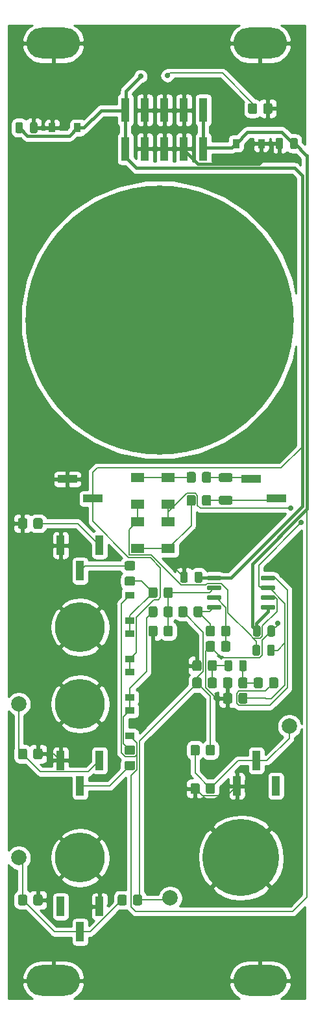
<source format=gbl>
G04 #@! TF.GenerationSoftware,KiCad,Pcbnew,(5.1.9)-1*
G04 #@! TF.CreationDate,2021-04-11T23:26:30+02:00*
G04 #@! TF.ProjectId,KicadJE_VU_Meter,4b696361-644a-4455-9f56-555f4d657465,rev?*
G04 #@! TF.SameCoordinates,Original*
G04 #@! TF.FileFunction,Copper,L2,Bot*
G04 #@! TF.FilePolarity,Positive*
%FSLAX46Y46*%
G04 Gerber Fmt 4.6, Leading zero omitted, Abs format (unit mm)*
G04 Created by KiCad (PCBNEW (5.1.9)-1) date 2021-04-11 23:26:30*
%MOMM*%
%LPD*%
G01*
G04 APERTURE LIST*
G04 #@! TA.AperFunction,ComponentPad*
%ADD10C,10.000000*%
G04 #@! TD*
G04 #@! TA.AperFunction,SMDPad,CuDef*
%ADD11R,0.900000X1.200000*%
G04 #@! TD*
G04 #@! TA.AperFunction,SMDPad,CuDef*
%ADD12R,1.200000X0.900000*%
G04 #@! TD*
G04 #@! TA.AperFunction,SMDPad,CuDef*
%ADD13R,1.000000X2.510000*%
G04 #@! TD*
G04 #@! TA.AperFunction,SMDPad,CuDef*
%ADD14R,2.510000X1.000000*%
G04 #@! TD*
G04 #@! TA.AperFunction,ComponentPad*
%ADD15O,7.000000X4.000000*%
G04 #@! TD*
G04 #@! TA.AperFunction,SMDPad,CuDef*
%ADD16R,1.000000X3.150000*%
G04 #@! TD*
G04 #@! TA.AperFunction,SMDPad,CuDef*
%ADD17C,2.000000*%
G04 #@! TD*
G04 #@! TA.AperFunction,WasherPad*
%ADD18C,35.000000*%
G04 #@! TD*
G04 #@! TA.AperFunction,SMDPad,CuDef*
%ADD19R,1.700000X1.300000*%
G04 #@! TD*
G04 #@! TA.AperFunction,ComponentPad*
%ADD20C,6.500000*%
G04 #@! TD*
G04 #@! TA.AperFunction,ViaPad*
%ADD21C,0.700000*%
G04 #@! TD*
G04 #@! TA.AperFunction,Conductor*
%ADD22C,0.400000*%
G04 #@! TD*
G04 #@! TA.AperFunction,Conductor*
%ADD23C,0.150000*%
G04 #@! TD*
G04 #@! TA.AperFunction,Conductor*
%ADD24C,0.254000*%
G04 #@! TD*
G04 APERTURE END LIST*
G04 #@! TA.AperFunction,SMDPad,CuDef*
G36*
G01*
X134400000Y-118475000D02*
X134400000Y-117525000D01*
G75*
G02*
X134650000Y-117275000I250000J0D01*
G01*
X135150000Y-117275000D01*
G75*
G02*
X135400000Y-117525000I0J-250000D01*
G01*
X135400000Y-118475000D01*
G75*
G02*
X135150000Y-118725000I-250000J0D01*
G01*
X134650000Y-118725000D01*
G75*
G02*
X134400000Y-118475000I0J250000D01*
G01*
G37*
G04 #@! TD.AperFunction*
G04 #@! TA.AperFunction,SMDPad,CuDef*
G36*
G01*
X132500000Y-118475000D02*
X132500000Y-117525000D01*
G75*
G02*
X132750000Y-117275000I250000J0D01*
G01*
X133250000Y-117275000D01*
G75*
G02*
X133500000Y-117525000I0J-250000D01*
G01*
X133500000Y-118475000D01*
G75*
G02*
X133250000Y-118725000I-250000J0D01*
G01*
X132750000Y-118725000D01*
G75*
G02*
X132500000Y-118475000I0J250000D01*
G01*
G37*
G04 #@! TD.AperFunction*
D10*
X131000000Y-145000000D03*
D11*
X130350000Y-52050000D03*
X133650000Y-52050000D03*
X109650000Y-50000000D03*
X106350000Y-50000000D03*
D12*
X116500000Y-129150000D03*
X116500000Y-125850000D03*
X116500000Y-119150000D03*
X116500000Y-115850000D03*
X116500000Y-110850000D03*
X116500000Y-114150000D03*
X116500000Y-120850000D03*
X116500000Y-124150000D03*
D13*
X110000000Y-154655000D03*
X112540000Y-151345000D03*
X107460000Y-151345000D03*
X107460000Y-104345000D03*
X112540000Y-104345000D03*
X110000000Y-107655000D03*
X107460000Y-132345000D03*
X112540000Y-132345000D03*
X110000000Y-135655000D03*
D14*
X135655000Y-98270000D03*
X132345000Y-95730000D03*
D15*
X133500000Y-39000000D03*
X106500000Y-39000000D03*
X106500000Y-161000000D03*
X133500000Y-161000000D03*
G04 #@! TA.AperFunction,SMDPad,CuDef*
G36*
G01*
X126550000Y-112555000D02*
X126550000Y-112255000D01*
G75*
G02*
X126700000Y-112105000I150000J0D01*
G01*
X128300000Y-112105000D01*
G75*
G02*
X128450000Y-112255000I0J-150000D01*
G01*
X128450000Y-112555000D01*
G75*
G02*
X128300000Y-112705000I-150000J0D01*
G01*
X126700000Y-112705000D01*
G75*
G02*
X126550000Y-112555000I0J150000D01*
G01*
G37*
G04 #@! TD.AperFunction*
G04 #@! TA.AperFunction,SMDPad,CuDef*
G36*
G01*
X126550000Y-111285000D02*
X126550000Y-110985000D01*
G75*
G02*
X126700000Y-110835000I150000J0D01*
G01*
X128300000Y-110835000D01*
G75*
G02*
X128450000Y-110985000I0J-150000D01*
G01*
X128450000Y-111285000D01*
G75*
G02*
X128300000Y-111435000I-150000J0D01*
G01*
X126700000Y-111435000D01*
G75*
G02*
X126550000Y-111285000I0J150000D01*
G01*
G37*
G04 #@! TD.AperFunction*
G04 #@! TA.AperFunction,SMDPad,CuDef*
G36*
G01*
X126550000Y-110015000D02*
X126550000Y-109715000D01*
G75*
G02*
X126700000Y-109565000I150000J0D01*
G01*
X128300000Y-109565000D01*
G75*
G02*
X128450000Y-109715000I0J-150000D01*
G01*
X128450000Y-110015000D01*
G75*
G02*
X128300000Y-110165000I-150000J0D01*
G01*
X126700000Y-110165000D01*
G75*
G02*
X126550000Y-110015000I0J150000D01*
G01*
G37*
G04 #@! TD.AperFunction*
G04 #@! TA.AperFunction,SMDPad,CuDef*
G36*
G01*
X126550000Y-108745000D02*
X126550000Y-108445000D01*
G75*
G02*
X126700000Y-108295000I150000J0D01*
G01*
X128300000Y-108295000D01*
G75*
G02*
X128450000Y-108445000I0J-150000D01*
G01*
X128450000Y-108745000D01*
G75*
G02*
X128300000Y-108895000I-150000J0D01*
G01*
X126700000Y-108895000D01*
G75*
G02*
X126550000Y-108745000I0J150000D01*
G01*
G37*
G04 #@! TD.AperFunction*
G04 #@! TA.AperFunction,SMDPad,CuDef*
G36*
G01*
X133550000Y-108745000D02*
X133550000Y-108445000D01*
G75*
G02*
X133700000Y-108295000I150000J0D01*
G01*
X135300000Y-108295000D01*
G75*
G02*
X135450000Y-108445000I0J-150000D01*
G01*
X135450000Y-108745000D01*
G75*
G02*
X135300000Y-108895000I-150000J0D01*
G01*
X133700000Y-108895000D01*
G75*
G02*
X133550000Y-108745000I0J150000D01*
G01*
G37*
G04 #@! TD.AperFunction*
G04 #@! TA.AperFunction,SMDPad,CuDef*
G36*
G01*
X133550000Y-110015000D02*
X133550000Y-109715000D01*
G75*
G02*
X133700000Y-109565000I150000J0D01*
G01*
X135300000Y-109565000D01*
G75*
G02*
X135450000Y-109715000I0J-150000D01*
G01*
X135450000Y-110015000D01*
G75*
G02*
X135300000Y-110165000I-150000J0D01*
G01*
X133700000Y-110165000D01*
G75*
G02*
X133550000Y-110015000I0J150000D01*
G01*
G37*
G04 #@! TD.AperFunction*
G04 #@! TA.AperFunction,SMDPad,CuDef*
G36*
G01*
X133550000Y-111285000D02*
X133550000Y-110985000D01*
G75*
G02*
X133700000Y-110835000I150000J0D01*
G01*
X135300000Y-110835000D01*
G75*
G02*
X135450000Y-110985000I0J-150000D01*
G01*
X135450000Y-111285000D01*
G75*
G02*
X135300000Y-111435000I-150000J0D01*
G01*
X133700000Y-111435000D01*
G75*
G02*
X133550000Y-111285000I0J150000D01*
G01*
G37*
G04 #@! TD.AperFunction*
G04 #@! TA.AperFunction,SMDPad,CuDef*
G36*
G01*
X133550000Y-112555000D02*
X133550000Y-112255000D01*
G75*
G02*
X133700000Y-112105000I150000J0D01*
G01*
X135300000Y-112105000D01*
G75*
G02*
X135450000Y-112255000I0J-150000D01*
G01*
X135450000Y-112555000D01*
G75*
G02*
X135300000Y-112705000I-150000J0D01*
G01*
X133700000Y-112705000D01*
G75*
G02*
X133550000Y-112555000I0J150000D01*
G01*
G37*
G04 #@! TD.AperFunction*
D16*
X115920000Y-47700000D03*
X115920000Y-52750000D03*
X118460000Y-47700000D03*
X118460000Y-52750000D03*
X121000000Y-47700000D03*
X121000000Y-52750000D03*
X123540000Y-47700000D03*
X123540000Y-52750000D03*
X126080000Y-47700000D03*
X126080000Y-52750000D03*
G04 #@! TA.AperFunction,SMDPad,CuDef*
G36*
G01*
X138400000Y-51575000D02*
X138400000Y-52525000D01*
G75*
G02*
X138150000Y-52775000I-250000J0D01*
G01*
X137650000Y-52775000D01*
G75*
G02*
X137400000Y-52525000I0J250000D01*
G01*
X137400000Y-51575000D01*
G75*
G02*
X137650000Y-51325000I250000J0D01*
G01*
X138150000Y-51325000D01*
G75*
G02*
X138400000Y-51575000I0J-250000D01*
G01*
G37*
G04 #@! TD.AperFunction*
G04 #@! TA.AperFunction,SMDPad,CuDef*
G36*
G01*
X136500000Y-51575000D02*
X136500000Y-52525000D01*
G75*
G02*
X136250000Y-52775000I-250000J0D01*
G01*
X135750000Y-52775000D01*
G75*
G02*
X135500000Y-52525000I0J250000D01*
G01*
X135500000Y-51575000D01*
G75*
G02*
X135750000Y-51325000I250000J0D01*
G01*
X136250000Y-51325000D01*
G75*
G02*
X136500000Y-51575000I0J-250000D01*
G01*
G37*
G04 #@! TD.AperFunction*
G04 #@! TA.AperFunction,SMDPad,CuDef*
G36*
G01*
X104450000Y-49525000D02*
X104450000Y-50475000D01*
G75*
G02*
X104200000Y-50725000I-250000J0D01*
G01*
X103700000Y-50725000D01*
G75*
G02*
X103450000Y-50475000I0J250000D01*
G01*
X103450000Y-49525000D01*
G75*
G02*
X103700000Y-49275000I250000J0D01*
G01*
X104200000Y-49275000D01*
G75*
G02*
X104450000Y-49525000I0J-250000D01*
G01*
G37*
G04 #@! TD.AperFunction*
G04 #@! TA.AperFunction,SMDPad,CuDef*
G36*
G01*
X102550000Y-49525000D02*
X102550000Y-50475000D01*
G75*
G02*
X102300000Y-50725000I-250000J0D01*
G01*
X101800000Y-50725000D01*
G75*
G02*
X101550000Y-50475000I0J250000D01*
G01*
X101550000Y-49525000D01*
G75*
G02*
X101800000Y-49275000I250000J0D01*
G01*
X102300000Y-49275000D01*
G75*
G02*
X102550000Y-49525000I0J-250000D01*
G01*
G37*
G04 #@! TD.AperFunction*
G04 #@! TA.AperFunction,SMDPad,CuDef*
G36*
G01*
X123050000Y-108975000D02*
X123050000Y-108025000D01*
G75*
G02*
X123300000Y-107775000I250000J0D01*
G01*
X123800000Y-107775000D01*
G75*
G02*
X124050000Y-108025000I0J-250000D01*
G01*
X124050000Y-108975000D01*
G75*
G02*
X123800000Y-109225000I-250000J0D01*
G01*
X123300000Y-109225000D01*
G75*
G02*
X123050000Y-108975000I0J250000D01*
G01*
G37*
G04 #@! TD.AperFunction*
G04 #@! TA.AperFunction,SMDPad,CuDef*
G36*
G01*
X124950000Y-108975000D02*
X124950000Y-108025000D01*
G75*
G02*
X125200000Y-107775000I250000J0D01*
G01*
X125700000Y-107775000D01*
G75*
G02*
X125950000Y-108025000I0J-250000D01*
G01*
X125950000Y-108975000D01*
G75*
G02*
X125700000Y-109225000I-250000J0D01*
G01*
X125200000Y-109225000D01*
G75*
G02*
X124950000Y-108975000I0J250000D01*
G01*
G37*
G04 #@! TD.AperFunction*
G04 #@! TA.AperFunction,SMDPad,CuDef*
G36*
G01*
X134450000Y-115975000D02*
X134450000Y-115025000D01*
G75*
G02*
X134700000Y-114775000I250000J0D01*
G01*
X135200000Y-114775000D01*
G75*
G02*
X135450000Y-115025000I0J-250000D01*
G01*
X135450000Y-115975000D01*
G75*
G02*
X135200000Y-116225000I-250000J0D01*
G01*
X134700000Y-116225000D01*
G75*
G02*
X134450000Y-115975000I0J250000D01*
G01*
G37*
G04 #@! TD.AperFunction*
G04 #@! TA.AperFunction,SMDPad,CuDef*
G36*
G01*
X132550000Y-115975000D02*
X132550000Y-115025000D01*
G75*
G02*
X132800000Y-114775000I250000J0D01*
G01*
X133300000Y-114775000D01*
G75*
G02*
X133550000Y-115025000I0J-250000D01*
G01*
X133550000Y-115975000D01*
G75*
G02*
X133300000Y-116225000I-250000J0D01*
G01*
X132800000Y-116225000D01*
G75*
G02*
X132550000Y-115975000I0J250000D01*
G01*
G37*
G04 #@! TD.AperFunction*
G04 #@! TA.AperFunction,SMDPad,CuDef*
G36*
G01*
X129850000Y-119525000D02*
X129850000Y-120475000D01*
G75*
G02*
X129600000Y-120725000I-250000J0D01*
G01*
X129100000Y-120725000D01*
G75*
G02*
X128850000Y-120475000I0J250000D01*
G01*
X128850000Y-119525000D01*
G75*
G02*
X129100000Y-119275000I250000J0D01*
G01*
X129600000Y-119275000D01*
G75*
G02*
X129850000Y-119525000I0J-250000D01*
G01*
G37*
G04 #@! TD.AperFunction*
G04 #@! TA.AperFunction,SMDPad,CuDef*
G36*
G01*
X131750000Y-119525000D02*
X131750000Y-120475000D01*
G75*
G02*
X131500000Y-120725000I-250000J0D01*
G01*
X131000000Y-120725000D01*
G75*
G02*
X130750000Y-120475000I0J250000D01*
G01*
X130750000Y-119525000D01*
G75*
G02*
X131000000Y-119275000I250000J0D01*
G01*
X131500000Y-119275000D01*
G75*
G02*
X131750000Y-119525000I0J-250000D01*
G01*
G37*
G04 #@! TD.AperFunction*
G04 #@! TA.AperFunction,SMDPad,CuDef*
G36*
G01*
X129650001Y-99050000D02*
X128349999Y-99050000D01*
G75*
G02*
X128100000Y-98800001I0J249999D01*
G01*
X128100000Y-98149999D01*
G75*
G02*
X128349999Y-97900000I249999J0D01*
G01*
X129650001Y-97900000D01*
G75*
G02*
X129900000Y-98149999I0J-249999D01*
G01*
X129900000Y-98800001D01*
G75*
G02*
X129650001Y-99050000I-249999J0D01*
G01*
G37*
G04 #@! TD.AperFunction*
G04 #@! TA.AperFunction,SMDPad,CuDef*
G36*
G01*
X129650001Y-96100000D02*
X128349999Y-96100000D01*
G75*
G02*
X128100000Y-95850001I0J249999D01*
G01*
X128100000Y-95199999D01*
G75*
G02*
X128349999Y-94950000I249999J0D01*
G01*
X129650001Y-94950000D01*
G75*
G02*
X129900000Y-95199999I0J-249999D01*
G01*
X129900000Y-95850001D01*
G75*
G02*
X129650001Y-96100000I-249999J0D01*
G01*
G37*
G04 #@! TD.AperFunction*
G04 #@! TA.AperFunction,SMDPad,CuDef*
G36*
G01*
X133900000Y-47950001D02*
X133900000Y-47049999D01*
G75*
G02*
X134149999Y-46800000I249999J0D01*
G01*
X134850001Y-46800000D01*
G75*
G02*
X135100000Y-47049999I0J-249999D01*
G01*
X135100000Y-47950001D01*
G75*
G02*
X134850001Y-48200000I-249999J0D01*
G01*
X134149999Y-48200000D01*
G75*
G02*
X133900000Y-47950001I0J249999D01*
G01*
G37*
G04 #@! TD.AperFunction*
G04 #@! TA.AperFunction,SMDPad,CuDef*
G36*
G01*
X131900000Y-47950001D02*
X131900000Y-47049999D01*
G75*
G02*
X132149999Y-46800000I249999J0D01*
G01*
X132850001Y-46800000D01*
G75*
G02*
X133100000Y-47049999I0J-249999D01*
G01*
X133100000Y-47950001D01*
G75*
G02*
X132850001Y-48200000I-249999J0D01*
G01*
X132149999Y-48200000D01*
G75*
G02*
X131900000Y-47950001I0J249999D01*
G01*
G37*
G04 #@! TD.AperFunction*
G04 #@! TA.AperFunction,SMDPad,CuDef*
G36*
G01*
X103100000Y-150049999D02*
X103100000Y-150950001D01*
G75*
G02*
X102850001Y-151200000I-249999J0D01*
G01*
X102149999Y-151200000D01*
G75*
G02*
X101900000Y-150950001I0J249999D01*
G01*
X101900000Y-150049999D01*
G75*
G02*
X102149999Y-149800000I249999J0D01*
G01*
X102850001Y-149800000D01*
G75*
G02*
X103100000Y-150049999I0J-249999D01*
G01*
G37*
G04 #@! TD.AperFunction*
G04 #@! TA.AperFunction,SMDPad,CuDef*
G36*
G01*
X105100000Y-150049999D02*
X105100000Y-150950001D01*
G75*
G02*
X104850001Y-151200000I-249999J0D01*
G01*
X104149999Y-151200000D01*
G75*
G02*
X103900000Y-150950001I0J249999D01*
G01*
X103900000Y-150049999D01*
G75*
G02*
X104149999Y-149800000I249999J0D01*
G01*
X104850001Y-149800000D01*
G75*
G02*
X105100000Y-150049999I0J-249999D01*
G01*
G37*
G04 #@! TD.AperFunction*
G04 #@! TA.AperFunction,SMDPad,CuDef*
G36*
G01*
X103900000Y-131950001D02*
X103900000Y-131049999D01*
G75*
G02*
X104149999Y-130800000I249999J0D01*
G01*
X104850001Y-130800000D01*
G75*
G02*
X105100000Y-131049999I0J-249999D01*
G01*
X105100000Y-131950001D01*
G75*
G02*
X104850001Y-132200000I-249999J0D01*
G01*
X104149999Y-132200000D01*
G75*
G02*
X103900000Y-131950001I0J249999D01*
G01*
G37*
G04 #@! TD.AperFunction*
G04 #@! TA.AperFunction,SMDPad,CuDef*
G36*
G01*
X101900000Y-131950001D02*
X101900000Y-131049999D01*
G75*
G02*
X102149999Y-130800000I249999J0D01*
G01*
X102850001Y-130800000D01*
G75*
G02*
X103100000Y-131049999I0J-249999D01*
G01*
X103100000Y-131950001D01*
G75*
G02*
X102850001Y-132200000I-249999J0D01*
G01*
X102149999Y-132200000D01*
G75*
G02*
X101900000Y-131950001I0J249999D01*
G01*
G37*
G04 #@! TD.AperFunction*
G04 #@! TA.AperFunction,SMDPad,CuDef*
G36*
G01*
X116100000Y-150049999D02*
X116100000Y-150950001D01*
G75*
G02*
X115850001Y-151200000I-249999J0D01*
G01*
X115149999Y-151200000D01*
G75*
G02*
X114900000Y-150950001I0J249999D01*
G01*
X114900000Y-150049999D01*
G75*
G02*
X115149999Y-149800000I249999J0D01*
G01*
X115850001Y-149800000D01*
G75*
G02*
X116100000Y-150049999I0J-249999D01*
G01*
G37*
G04 #@! TD.AperFunction*
G04 #@! TA.AperFunction,SMDPad,CuDef*
G36*
G01*
X118100000Y-150049999D02*
X118100000Y-150950001D01*
G75*
G02*
X117850001Y-151200000I-249999J0D01*
G01*
X117149999Y-151200000D01*
G75*
G02*
X116900000Y-150950001I0J249999D01*
G01*
X116900000Y-150049999D01*
G75*
G02*
X117149999Y-149800000I249999J0D01*
G01*
X117850001Y-149800000D01*
G75*
G02*
X118100000Y-150049999I0J-249999D01*
G01*
G37*
G04 #@! TD.AperFunction*
G04 #@! TA.AperFunction,SMDPad,CuDef*
G36*
G01*
X116950001Y-109600000D02*
X116049999Y-109600000D01*
G75*
G02*
X115800000Y-109350001I0J249999D01*
G01*
X115800000Y-108649999D01*
G75*
G02*
X116049999Y-108400000I249999J0D01*
G01*
X116950001Y-108400000D01*
G75*
G02*
X117200000Y-108649999I0J-249999D01*
G01*
X117200000Y-109350001D01*
G75*
G02*
X116950001Y-109600000I-249999J0D01*
G01*
G37*
G04 #@! TD.AperFunction*
G04 #@! TA.AperFunction,SMDPad,CuDef*
G36*
G01*
X116950001Y-107600000D02*
X116049999Y-107600000D01*
G75*
G02*
X115800000Y-107350001I0J249999D01*
G01*
X115800000Y-106649999D01*
G75*
G02*
X116049999Y-106400000I249999J0D01*
G01*
X116950001Y-106400000D01*
G75*
G02*
X117200000Y-106649999I0J-249999D01*
G01*
X117200000Y-107350001D01*
G75*
G02*
X116950001Y-107600000I-249999J0D01*
G01*
G37*
G04 #@! TD.AperFunction*
G04 #@! TA.AperFunction,SMDPad,CuDef*
G36*
G01*
X127850000Y-121799999D02*
X127850000Y-122700001D01*
G75*
G02*
X127600001Y-122950000I-249999J0D01*
G01*
X126899999Y-122950000D01*
G75*
G02*
X126650000Y-122700001I0J249999D01*
G01*
X126650000Y-121799999D01*
G75*
G02*
X126899999Y-121550000I249999J0D01*
G01*
X127600001Y-121550000D01*
G75*
G02*
X127850000Y-121799999I0J-249999D01*
G01*
G37*
G04 #@! TD.AperFunction*
G04 #@! TA.AperFunction,SMDPad,CuDef*
G36*
G01*
X125850000Y-121799999D02*
X125850000Y-122700001D01*
G75*
G02*
X125600001Y-122950000I-249999J0D01*
G01*
X124899999Y-122950000D01*
G75*
G02*
X124650000Y-122700001I0J249999D01*
G01*
X124650000Y-121799999D01*
G75*
G02*
X124899999Y-121550000I249999J0D01*
G01*
X125600001Y-121550000D01*
G75*
G02*
X125850000Y-121799999I0J-249999D01*
G01*
G37*
G04 #@! TD.AperFunction*
G04 #@! TA.AperFunction,SMDPad,CuDef*
G36*
G01*
X103900000Y-101950001D02*
X103900000Y-101049999D01*
G75*
G02*
X104149999Y-100800000I249999J0D01*
G01*
X104850001Y-100800000D01*
G75*
G02*
X105100000Y-101049999I0J-249999D01*
G01*
X105100000Y-101950001D01*
G75*
G02*
X104850001Y-102200000I-249999J0D01*
G01*
X104149999Y-102200000D01*
G75*
G02*
X103900000Y-101950001I0J249999D01*
G01*
G37*
G04 #@! TD.AperFunction*
G04 #@! TA.AperFunction,SMDPad,CuDef*
G36*
G01*
X101900000Y-101950001D02*
X101900000Y-101049999D01*
G75*
G02*
X102149999Y-100800000I249999J0D01*
G01*
X102850001Y-100800000D01*
G75*
G02*
X103100000Y-101049999I0J-249999D01*
G01*
X103100000Y-101950001D01*
G75*
G02*
X102850001Y-102200000I-249999J0D01*
G01*
X102149999Y-102200000D01*
G75*
G02*
X101900000Y-101950001I0J249999D01*
G01*
G37*
G04 #@! TD.AperFunction*
G04 #@! TA.AperFunction,SMDPad,CuDef*
G36*
G01*
X116049999Y-130400000D02*
X116950001Y-130400000D01*
G75*
G02*
X117200000Y-130649999I0J-249999D01*
G01*
X117200000Y-131350001D01*
G75*
G02*
X116950001Y-131600000I-249999J0D01*
G01*
X116049999Y-131600000D01*
G75*
G02*
X115800000Y-131350001I0J249999D01*
G01*
X115800000Y-130649999D01*
G75*
G02*
X116049999Y-130400000I249999J0D01*
G01*
G37*
G04 #@! TD.AperFunction*
G04 #@! TA.AperFunction,SMDPad,CuDef*
G36*
G01*
X116049999Y-132400000D02*
X116950001Y-132400000D01*
G75*
G02*
X117200000Y-132649999I0J-249999D01*
G01*
X117200000Y-133350001D01*
G75*
G02*
X116950001Y-133600000I-249999J0D01*
G01*
X116049999Y-133600000D01*
G75*
G02*
X115800000Y-133350001I0J249999D01*
G01*
X115800000Y-132649999D01*
G75*
G02*
X116049999Y-132400000I249999J0D01*
G01*
G37*
G04 #@! TD.AperFunction*
G04 #@! TA.AperFunction,SMDPad,CuDef*
G36*
G01*
X126650000Y-120450001D02*
X126650000Y-119549999D01*
G75*
G02*
X126899999Y-119300000I249999J0D01*
G01*
X127600001Y-119300000D01*
G75*
G02*
X127850000Y-119549999I0J-249999D01*
G01*
X127850000Y-120450001D01*
G75*
G02*
X127600001Y-120700000I-249999J0D01*
G01*
X126899999Y-120700000D01*
G75*
G02*
X126650000Y-120450001I0J249999D01*
G01*
G37*
G04 #@! TD.AperFunction*
G04 #@! TA.AperFunction,SMDPad,CuDef*
G36*
G01*
X124650000Y-120450001D02*
X124650000Y-119549999D01*
G75*
G02*
X124899999Y-119300000I249999J0D01*
G01*
X125600001Y-119300000D01*
G75*
G02*
X125850000Y-119549999I0J-249999D01*
G01*
X125850000Y-120450001D01*
G75*
G02*
X125600001Y-120700000I-249999J0D01*
G01*
X124899999Y-120700000D01*
G75*
G02*
X124650000Y-120450001I0J249999D01*
G01*
G37*
G04 #@! TD.AperFunction*
G04 #@! TA.AperFunction,SMDPad,CuDef*
G36*
G01*
X120100000Y-110049999D02*
X120100000Y-110950001D01*
G75*
G02*
X119850001Y-111200000I-249999J0D01*
G01*
X119149999Y-111200000D01*
G75*
G02*
X118900000Y-110950001I0J249999D01*
G01*
X118900000Y-110049999D01*
G75*
G02*
X119149999Y-109800000I249999J0D01*
G01*
X119850001Y-109800000D01*
G75*
G02*
X120100000Y-110049999I0J-249999D01*
G01*
G37*
G04 #@! TD.AperFunction*
G04 #@! TA.AperFunction,SMDPad,CuDef*
G36*
G01*
X122100000Y-110049999D02*
X122100000Y-110950001D01*
G75*
G02*
X121850001Y-111200000I-249999J0D01*
G01*
X121149999Y-111200000D01*
G75*
G02*
X120900000Y-110950001I0J249999D01*
G01*
X120900000Y-110049999D01*
G75*
G02*
X121149999Y-109800000I249999J0D01*
G01*
X121850001Y-109800000D01*
G75*
G02*
X122100000Y-110049999I0J-249999D01*
G01*
G37*
G04 #@! TD.AperFunction*
G04 #@! TA.AperFunction,SMDPad,CuDef*
G36*
G01*
X122100000Y-112549999D02*
X122100000Y-113450001D01*
G75*
G02*
X121850001Y-113700000I-249999J0D01*
G01*
X121149999Y-113700000D01*
G75*
G02*
X120900000Y-113450001I0J249999D01*
G01*
X120900000Y-112549999D01*
G75*
G02*
X121149999Y-112300000I249999J0D01*
G01*
X121850001Y-112300000D01*
G75*
G02*
X122100000Y-112549999I0J-249999D01*
G01*
G37*
G04 #@! TD.AperFunction*
G04 #@! TA.AperFunction,SMDPad,CuDef*
G36*
G01*
X120100000Y-112549999D02*
X120100000Y-113450001D01*
G75*
G02*
X119850001Y-113700000I-249999J0D01*
G01*
X119149999Y-113700000D01*
G75*
G02*
X118900000Y-113450001I0J249999D01*
G01*
X118900000Y-112549999D01*
G75*
G02*
X119149999Y-112300000I249999J0D01*
G01*
X119850001Y-112300000D01*
G75*
G02*
X120100000Y-112549999I0J-249999D01*
G01*
G37*
G04 #@! TD.AperFunction*
G04 #@! TA.AperFunction,SMDPad,CuDef*
G36*
G01*
X128650000Y-122700001D02*
X128650000Y-121799999D01*
G75*
G02*
X128899999Y-121550000I249999J0D01*
G01*
X129600001Y-121550000D01*
G75*
G02*
X129850000Y-121799999I0J-249999D01*
G01*
X129850000Y-122700001D01*
G75*
G02*
X129600001Y-122950000I-249999J0D01*
G01*
X128899999Y-122950000D01*
G75*
G02*
X128650000Y-122700001I0J249999D01*
G01*
G37*
G04 #@! TD.AperFunction*
G04 #@! TA.AperFunction,SMDPad,CuDef*
G36*
G01*
X130650000Y-122700001D02*
X130650000Y-121799999D01*
G75*
G02*
X130899999Y-121550000I249999J0D01*
G01*
X131600001Y-121550000D01*
G75*
G02*
X131850000Y-121799999I0J-249999D01*
G01*
X131850000Y-122700001D01*
G75*
G02*
X131600001Y-122950000I-249999J0D01*
G01*
X130899999Y-122950000D01*
G75*
G02*
X130650000Y-122700001I0J249999D01*
G01*
G37*
G04 #@! TD.AperFunction*
G04 #@! TA.AperFunction,SMDPad,CuDef*
G36*
G01*
X122100000Y-115049999D02*
X122100000Y-115950001D01*
G75*
G02*
X121850001Y-116200000I-249999J0D01*
G01*
X121149999Y-116200000D01*
G75*
G02*
X120900000Y-115950001I0J249999D01*
G01*
X120900000Y-115049999D01*
G75*
G02*
X121149999Y-114800000I249999J0D01*
G01*
X121850001Y-114800000D01*
G75*
G02*
X122100000Y-115049999I0J-249999D01*
G01*
G37*
G04 #@! TD.AperFunction*
G04 #@! TA.AperFunction,SMDPad,CuDef*
G36*
G01*
X120100000Y-115049999D02*
X120100000Y-115950001D01*
G75*
G02*
X119850001Y-116200000I-249999J0D01*
G01*
X119149999Y-116200000D01*
G75*
G02*
X118900000Y-115950001I0J249999D01*
G01*
X118900000Y-115049999D01*
G75*
G02*
X119149999Y-114800000I249999J0D01*
G01*
X119850001Y-114800000D01*
G75*
G02*
X120100000Y-115049999I0J-249999D01*
G01*
G37*
G04 #@! TD.AperFunction*
G04 #@! TA.AperFunction,SMDPad,CuDef*
G36*
G01*
X135850000Y-121799999D02*
X135850000Y-122700001D01*
G75*
G02*
X135600001Y-122950000I-249999J0D01*
G01*
X134899999Y-122950000D01*
G75*
G02*
X134650000Y-122700001I0J249999D01*
G01*
X134650000Y-121799999D01*
G75*
G02*
X134899999Y-121550000I249999J0D01*
G01*
X135600001Y-121550000D01*
G75*
G02*
X135850000Y-121799999I0J-249999D01*
G01*
G37*
G04 #@! TD.AperFunction*
G04 #@! TA.AperFunction,SMDPad,CuDef*
G36*
G01*
X133850000Y-121799999D02*
X133850000Y-122700001D01*
G75*
G02*
X133600001Y-122950000I-249999J0D01*
G01*
X132899999Y-122950000D01*
G75*
G02*
X132650000Y-122700001I0J249999D01*
G01*
X132650000Y-121799999D01*
G75*
G02*
X132899999Y-121550000I249999J0D01*
G01*
X133600001Y-121550000D01*
G75*
G02*
X133850000Y-121799999I0J-249999D01*
G01*
G37*
G04 #@! TD.AperFunction*
G04 #@! TA.AperFunction,SMDPad,CuDef*
G36*
G01*
X127600000Y-117049999D02*
X127600000Y-117950001D01*
G75*
G02*
X127350001Y-118200000I-249999J0D01*
G01*
X126649999Y-118200000D01*
G75*
G02*
X126400000Y-117950001I0J249999D01*
G01*
X126400000Y-117049999D01*
G75*
G02*
X126649999Y-116800000I249999J0D01*
G01*
X127350001Y-116800000D01*
G75*
G02*
X127600000Y-117049999I0J-249999D01*
G01*
G37*
G04 #@! TD.AperFunction*
G04 #@! TA.AperFunction,SMDPad,CuDef*
G36*
G01*
X129600000Y-117049999D02*
X129600000Y-117950001D01*
G75*
G02*
X129350001Y-118200000I-249999J0D01*
G01*
X128649999Y-118200000D01*
G75*
G02*
X128400000Y-117950001I0J249999D01*
G01*
X128400000Y-117049999D01*
G75*
G02*
X128649999Y-116800000I249999J0D01*
G01*
X129350001Y-116800000D01*
G75*
G02*
X129600000Y-117049999I0J-249999D01*
G01*
G37*
G04 #@! TD.AperFunction*
G04 #@! TA.AperFunction,SMDPad,CuDef*
G36*
G01*
X130650000Y-124700001D02*
X130650000Y-123799999D01*
G75*
G02*
X130899999Y-123550000I249999J0D01*
G01*
X131600001Y-123550000D01*
G75*
G02*
X131850000Y-123799999I0J-249999D01*
G01*
X131850000Y-124700001D01*
G75*
G02*
X131600001Y-124950000I-249999J0D01*
G01*
X130899999Y-124950000D01*
G75*
G02*
X130650000Y-124700001I0J249999D01*
G01*
G37*
G04 #@! TD.AperFunction*
G04 #@! TA.AperFunction,SMDPad,CuDef*
G36*
G01*
X128650000Y-124700001D02*
X128650000Y-123799999D01*
G75*
G02*
X128899999Y-123550000I249999J0D01*
G01*
X129600001Y-123550000D01*
G75*
G02*
X129850000Y-123799999I0J-249999D01*
G01*
X129850000Y-124700001D01*
G75*
G02*
X129600001Y-124950000I-249999J0D01*
G01*
X128899999Y-124950000D01*
G75*
G02*
X128650000Y-124700001I0J249999D01*
G01*
G37*
G04 #@! TD.AperFunction*
G04 #@! TA.AperFunction,SMDPad,CuDef*
G36*
G01*
X125100000Y-98049999D02*
X125100000Y-98950001D01*
G75*
G02*
X124850001Y-99200000I-249999J0D01*
G01*
X124149999Y-99200000D01*
G75*
G02*
X123900000Y-98950001I0J249999D01*
G01*
X123900000Y-98049999D01*
G75*
G02*
X124149999Y-97800000I249999J0D01*
G01*
X124850001Y-97800000D01*
G75*
G02*
X125100000Y-98049999I0J-249999D01*
G01*
G37*
G04 #@! TD.AperFunction*
G04 #@! TA.AperFunction,SMDPad,CuDef*
G36*
G01*
X127100000Y-98049999D02*
X127100000Y-98950001D01*
G75*
G02*
X126850001Y-99200000I-249999J0D01*
G01*
X126149999Y-99200000D01*
G75*
G02*
X125900000Y-98950001I0J249999D01*
G01*
X125900000Y-98049999D01*
G75*
G02*
X126149999Y-97800000I249999J0D01*
G01*
X126850001Y-97800000D01*
G75*
G02*
X127100000Y-98049999I0J-249999D01*
G01*
G37*
G04 #@! TD.AperFunction*
G04 #@! TA.AperFunction,SMDPad,CuDef*
G36*
G01*
X126400000Y-115950001D02*
X126400000Y-115049999D01*
G75*
G02*
X126649999Y-114800000I249999J0D01*
G01*
X127350001Y-114800000D01*
G75*
G02*
X127600000Y-115049999I0J-249999D01*
G01*
X127600000Y-115950001D01*
G75*
G02*
X127350001Y-116200000I-249999J0D01*
G01*
X126649999Y-116200000D01*
G75*
G02*
X126400000Y-115950001I0J249999D01*
G01*
G37*
G04 #@! TD.AperFunction*
G04 #@! TA.AperFunction,SMDPad,CuDef*
G36*
G01*
X128400000Y-115950001D02*
X128400000Y-115049999D01*
G75*
G02*
X128649999Y-114800000I249999J0D01*
G01*
X129350001Y-114800000D01*
G75*
G02*
X129600000Y-115049999I0J-249999D01*
G01*
X129600000Y-115950001D01*
G75*
G02*
X129350001Y-116200000I-249999J0D01*
G01*
X128649999Y-116200000D01*
G75*
G02*
X128400000Y-115950001I0J249999D01*
G01*
G37*
G04 #@! TD.AperFunction*
G04 #@! TA.AperFunction,SMDPad,CuDef*
G36*
G01*
X127100000Y-95049999D02*
X127100000Y-95950001D01*
G75*
G02*
X126850001Y-96200000I-249999J0D01*
G01*
X126149999Y-96200000D01*
G75*
G02*
X125900000Y-95950001I0J249999D01*
G01*
X125900000Y-95049999D01*
G75*
G02*
X126149999Y-94800000I249999J0D01*
G01*
X126850001Y-94800000D01*
G75*
G02*
X127100000Y-95049999I0J-249999D01*
G01*
G37*
G04 #@! TD.AperFunction*
G04 #@! TA.AperFunction,SMDPad,CuDef*
G36*
G01*
X125100000Y-95049999D02*
X125100000Y-95950001D01*
G75*
G02*
X124850001Y-96200000I-249999J0D01*
G01*
X124149999Y-96200000D01*
G75*
G02*
X123900000Y-95950001I0J249999D01*
G01*
X123900000Y-95049999D01*
G75*
G02*
X124149999Y-94800000I249999J0D01*
G01*
X124850001Y-94800000D01*
G75*
G02*
X125100000Y-95049999I0J-249999D01*
G01*
G37*
G04 #@! TD.AperFunction*
G04 #@! TA.AperFunction,SMDPad,CuDef*
G36*
G01*
X124800000Y-113450001D02*
X124800000Y-112549999D01*
G75*
G02*
X125049999Y-112300000I249999J0D01*
G01*
X125750001Y-112300000D01*
G75*
G02*
X126000000Y-112549999I0J-249999D01*
G01*
X126000000Y-113450001D01*
G75*
G02*
X125750001Y-113700000I-249999J0D01*
G01*
X125049999Y-113700000D01*
G75*
G02*
X124800000Y-113450001I0J249999D01*
G01*
G37*
G04 #@! TD.AperFunction*
G04 #@! TA.AperFunction,SMDPad,CuDef*
G36*
G01*
X122800000Y-113450001D02*
X122800000Y-112549999D01*
G75*
G02*
X123049999Y-112300000I249999J0D01*
G01*
X123750001Y-112300000D01*
G75*
G02*
X124000000Y-112549999I0J-249999D01*
G01*
X124000000Y-113450001D01*
G75*
G02*
X123750001Y-113700000I-249999J0D01*
G01*
X123049999Y-113700000D01*
G75*
G02*
X122800000Y-113450001I0J249999D01*
G01*
G37*
G04 #@! TD.AperFunction*
D17*
X102000000Y-145000000D03*
D18*
X120360000Y-75000000D03*
D17*
X102000000Y-125000000D03*
X121750000Y-150250000D03*
D14*
X108345000Y-95730000D03*
X111655000Y-98270000D03*
D19*
X117500000Y-104750000D03*
X117500000Y-101250000D03*
X117500000Y-95500000D03*
X117500000Y-99000000D03*
X121500000Y-104750000D03*
X121500000Y-101250000D03*
X121500000Y-95500000D03*
X121500000Y-99000000D03*
D20*
X110000000Y-115000000D03*
X110000000Y-125000000D03*
X110000000Y-145000000D03*
D13*
X133000000Y-132345000D03*
X130460000Y-135655000D03*
X135540000Y-135655000D03*
G04 #@! TA.AperFunction,SMDPad,CuDef*
G36*
G01*
X126400000Y-136450001D02*
X126400000Y-135549999D01*
G75*
G02*
X126649999Y-135300000I249999J0D01*
G01*
X127350001Y-135300000D01*
G75*
G02*
X127600000Y-135549999I0J-249999D01*
G01*
X127600000Y-136450001D01*
G75*
G02*
X127350001Y-136700000I-249999J0D01*
G01*
X126649999Y-136700000D01*
G75*
G02*
X126400000Y-136450001I0J249999D01*
G01*
G37*
G04 #@! TD.AperFunction*
G04 #@! TA.AperFunction,SMDPad,CuDef*
G36*
G01*
X124400000Y-136450001D02*
X124400000Y-135549999D01*
G75*
G02*
X124649999Y-135300000I249999J0D01*
G01*
X125350001Y-135300000D01*
G75*
G02*
X125600000Y-135549999I0J-249999D01*
G01*
X125600000Y-136450001D01*
G75*
G02*
X125350001Y-136700000I-249999J0D01*
G01*
X124649999Y-136700000D01*
G75*
G02*
X124400000Y-136450001I0J249999D01*
G01*
G37*
G04 #@! TD.AperFunction*
G04 #@! TA.AperFunction,SMDPad,CuDef*
G36*
G01*
X127600000Y-130549999D02*
X127600000Y-131450001D01*
G75*
G02*
X127350001Y-131700000I-249999J0D01*
G01*
X126649999Y-131700000D01*
G75*
G02*
X126400000Y-131450001I0J249999D01*
G01*
X126400000Y-130549999D01*
G75*
G02*
X126649999Y-130300000I249999J0D01*
G01*
X127350001Y-130300000D01*
G75*
G02*
X127600000Y-130549999I0J-249999D01*
G01*
G37*
G04 #@! TD.AperFunction*
G04 #@! TA.AperFunction,SMDPad,CuDef*
G36*
G01*
X125600000Y-130549999D02*
X125600000Y-131450001D01*
G75*
G02*
X125350001Y-131700000I-249999J0D01*
G01*
X124649999Y-131700000D01*
G75*
G02*
X124400000Y-131450001I0J249999D01*
G01*
X124400000Y-130549999D01*
G75*
G02*
X124649999Y-130300000I249999J0D01*
G01*
X125350001Y-130300000D01*
G75*
G02*
X125600000Y-130549999I0J-249999D01*
G01*
G37*
G04 #@! TD.AperFunction*
D17*
X137300000Y-127900000D03*
D21*
X134900000Y-52100000D03*
X127764116Y-124235884D03*
X122750000Y-120000000D03*
X122000000Y-107000000D03*
X135750000Y-114500000D03*
X117900000Y-43300000D03*
X121400000Y-43200004D03*
X138869982Y-101369982D03*
X137500000Y-99500000D03*
D22*
X118460000Y-52775000D02*
X118460000Y-47725000D01*
X123540000Y-52775000D02*
X123540000Y-47725000D01*
X103950000Y-50000000D02*
X106350000Y-50000000D01*
X121000000Y-52775000D02*
X121000000Y-51250000D01*
X121000000Y-47725000D02*
X121000000Y-51250000D01*
X135000000Y-52050000D02*
X133650000Y-52050000D01*
X136000000Y-52050000D02*
X135000000Y-52050000D01*
X135000000Y-53050000D02*
X135000000Y-52050000D01*
D23*
X129250000Y-124250000D02*
X129250000Y-122250000D01*
X127778232Y-124250000D02*
X129250000Y-124250000D01*
X126375020Y-122846788D02*
X127764116Y-124235884D01*
X126375020Y-118124980D02*
X126375020Y-122846788D01*
X127000000Y-117500000D02*
X126375020Y-118124980D01*
X106615000Y-131500000D02*
X107460000Y-132345000D01*
X104500000Y-131500000D02*
X106615000Y-131500000D01*
X128450010Y-118950010D02*
X127000000Y-117500000D01*
X133446758Y-118950010D02*
X128450010Y-118950010D01*
X133725010Y-118671758D02*
X133446758Y-118950010D01*
X133725010Y-116724990D02*
X133725010Y-118671758D01*
X134950000Y-115500000D02*
X133725010Y-116724990D01*
X129250000Y-122250000D02*
X129500000Y-122500000D01*
X127764116Y-124235884D02*
X127778232Y-124250000D01*
X122750000Y-120000000D02*
X122750000Y-120000000D01*
X122750000Y-120000000D02*
X125250000Y-120000000D01*
X119500000Y-115500000D02*
X119500000Y-116750000D01*
X119500000Y-116750000D02*
X122750000Y-120000000D01*
X122050000Y-107000000D02*
X122000000Y-107000000D01*
X123550000Y-108500000D02*
X122050000Y-107000000D01*
X135750000Y-114700000D02*
X134950000Y-115500000D01*
X135750000Y-114500000D02*
X135750000Y-114700000D01*
X125925010Y-136925010D02*
X125000000Y-136000000D01*
X129189990Y-136925010D02*
X125925010Y-136925010D01*
X130460000Y-135655000D02*
X129189990Y-136925010D01*
D22*
X133350000Y-54700000D02*
X135000000Y-53050000D01*
X125400000Y-54700000D02*
X133350000Y-54700000D01*
X123600000Y-52900000D02*
X125400000Y-54700000D01*
X133000000Y-115450000D02*
X133050000Y-115500000D01*
X133000000Y-114500000D02*
X133000000Y-115450000D01*
X134500000Y-113000000D02*
X133000000Y-114500000D01*
X134500000Y-112405000D02*
X134500000Y-113000000D01*
X126080000Y-47725000D02*
X126080000Y-52775000D01*
X136300000Y-50550000D02*
X137900000Y-52150000D01*
X131850000Y-50550000D02*
X136300000Y-50550000D01*
X137900000Y-52150000D02*
X137900000Y-52050000D01*
X130350000Y-52050000D02*
X131850000Y-50550000D01*
D23*
X115374989Y-131346757D02*
X115374989Y-111975011D01*
X115853242Y-131825010D02*
X115374989Y-131346757D01*
X117146758Y-131825010D02*
X115853242Y-131825010D01*
X117425010Y-131546758D02*
X117146758Y-131825010D01*
X115374989Y-111975011D02*
X116500000Y-110850000D01*
X116500000Y-129150000D02*
X117425010Y-130075010D01*
X117425010Y-130075010D02*
X117425010Y-131324990D01*
X117425010Y-131324990D02*
X117425010Y-131546758D01*
D22*
X139624990Y-99625010D02*
X139624990Y-98874990D01*
X132500000Y-106750000D02*
X139624990Y-99625010D01*
X132500000Y-107250000D02*
X132500000Y-106750000D01*
X132500000Y-114950000D02*
X133050000Y-115500000D01*
X132500000Y-107000000D02*
X132500000Y-114950000D01*
X137850000Y-51950000D02*
X137750000Y-52050000D01*
X137900000Y-51950000D02*
X137850000Y-51950000D01*
X139624990Y-53674990D02*
X137900000Y-51950000D01*
D23*
X137750000Y-152000000D02*
X139624990Y-150125010D01*
X117250000Y-152000000D02*
X137750000Y-152000000D01*
X116674990Y-151424990D02*
X117250000Y-152000000D01*
X116674990Y-134296778D02*
X116674990Y-151424990D01*
X117425010Y-133546758D02*
X116674990Y-134296778D01*
X139624990Y-150125010D02*
X139624990Y-98874990D01*
X117425010Y-131324990D02*
X117425010Y-133546758D01*
D22*
X129800000Y-52600000D02*
X126200000Y-52600000D01*
X130300000Y-52100000D02*
X129800000Y-52600000D01*
X139624990Y-98874990D02*
X139624990Y-53600000D01*
X115920000Y-47725000D02*
X115920000Y-52775000D01*
X103125010Y-51075010D02*
X102050000Y-50000000D01*
X108574990Y-51075010D02*
X103125010Y-51075010D01*
X109650000Y-50000000D02*
X108574990Y-51075010D01*
X127500000Y-108595000D02*
X125595000Y-108595000D01*
X125595000Y-108595000D02*
X125500000Y-108500000D01*
X115920000Y-50670000D02*
X115920000Y-49775000D01*
D23*
X116500000Y-120850000D02*
X116500000Y-119150000D01*
X116345730Y-105925010D02*
X111655000Y-101234280D01*
X119153965Y-105925011D02*
X116345730Y-105925010D01*
X120500000Y-107271046D02*
X119153965Y-105925011D01*
X120185874Y-111425010D02*
X120500000Y-111110884D01*
X111655000Y-101234280D02*
X111655000Y-98270000D01*
X119603222Y-111425010D02*
X120185874Y-111425010D01*
X120500000Y-111110884D02*
X120500000Y-107271046D01*
X117325001Y-113703231D02*
X119603222Y-111425010D01*
X117325001Y-118324999D02*
X117325001Y-113703231D01*
X116500000Y-119150000D02*
X117325001Y-118324999D01*
D22*
X129655000Y-108595000D02*
X139000000Y-99250000D01*
X139000000Y-99250000D02*
X139000000Y-73500000D01*
X127500000Y-108595000D02*
X129655000Y-108595000D01*
X110000000Y-50000000D02*
X109650000Y-50000000D01*
X110500000Y-50000000D02*
X109750000Y-50000000D01*
X112750000Y-47750000D02*
X110500000Y-50000000D01*
X115920000Y-47750000D02*
X112750000Y-47750000D01*
D23*
X139000000Y-91500000D02*
X139000000Y-73500000D01*
X136250000Y-94250000D02*
X139000000Y-91500000D01*
X112250000Y-94250000D02*
X136250000Y-94250000D01*
X111655000Y-94845000D02*
X112250000Y-94250000D01*
X111655000Y-98270000D02*
X111655000Y-94845000D01*
D22*
X116000000Y-45200000D02*
X117900000Y-43300000D01*
X116000000Y-47400000D02*
X116000000Y-45200000D01*
X115900000Y-53800000D02*
X115900000Y-52700000D01*
X117350000Y-55250000D02*
X115900000Y-53800000D01*
X138000000Y-55250000D02*
X117350000Y-55250000D01*
X139000000Y-56250000D02*
X138000000Y-55250000D01*
X139000000Y-73500000D02*
X139000000Y-56250000D01*
D23*
X132500000Y-47500000D02*
X132500000Y-46800000D01*
X128549999Y-42849999D02*
X121750005Y-42849999D01*
X132500000Y-46800000D02*
X128549999Y-42849999D01*
X121750005Y-42849999D02*
X121400000Y-43200004D01*
X116500000Y-115850000D02*
X116500000Y-114150000D01*
X116500000Y-113500000D02*
X119500000Y-110500000D01*
X116500000Y-114150000D02*
X116500000Y-113500000D01*
X118000000Y-109000000D02*
X119500000Y-110500000D01*
X116500000Y-109000000D02*
X118000000Y-109000000D01*
X117500000Y-101250000D02*
X117500000Y-99000000D01*
X116424999Y-102325001D02*
X117500000Y-101250000D01*
X116424999Y-105580001D02*
X116424999Y-102325001D01*
X123153232Y-109500000D02*
X119278233Y-105625001D01*
X116469999Y-105625001D02*
X116424999Y-105580001D01*
X119278233Y-105625001D02*
X116469999Y-105625001D01*
X126384654Y-109500000D02*
X123153232Y-109500000D01*
X128455336Y-109339990D02*
X126544664Y-109339990D01*
X129300010Y-113146778D02*
X129300010Y-110184664D01*
X129300010Y-110184664D02*
X128455336Y-109339990D01*
X133496758Y-116450010D02*
X132603242Y-116450010D01*
X133775010Y-116171758D02*
X133496758Y-116450010D01*
X133775010Y-114828242D02*
X133775010Y-116171758D01*
X126544664Y-109339990D02*
X126384654Y-109500000D01*
X135675010Y-112928242D02*
X133775010Y-114828242D01*
X135675010Y-111360010D02*
X135675010Y-112928242D01*
X135450000Y-111135000D02*
X135675010Y-111360010D01*
X134500000Y-111135000D02*
X135450000Y-111135000D01*
X129451616Y-113298384D02*
X129300010Y-113146778D01*
X132201616Y-116048384D02*
X129451616Y-113298384D01*
X133000000Y-118000000D02*
X133000000Y-116846768D01*
X132576616Y-116423384D02*
X132201616Y-116048384D01*
X133000000Y-116846768D02*
X132576616Y-116423384D01*
X132603242Y-116450010D02*
X132576616Y-116423384D01*
X117500000Y-104750000D02*
X121500000Y-104750000D01*
X124500000Y-101750000D02*
X124500000Y-98500000D01*
X121500000Y-104750000D02*
X124500000Y-101750000D01*
X117500000Y-95500000D02*
X124500000Y-95500000D01*
X121500000Y-101250000D02*
X121500000Y-99000000D01*
X134200000Y-124250000D02*
X134250000Y-124300000D01*
X131250000Y-124250000D02*
X134200000Y-124250000D01*
X134975000Y-124300000D02*
X134250000Y-124300000D01*
X136750000Y-122525000D02*
X134975000Y-124300000D01*
X134710346Y-109865000D02*
X136750000Y-111904654D01*
X134500000Y-109865000D02*
X134710346Y-109865000D01*
X135750000Y-118000000D02*
X136750000Y-117000000D01*
X134900000Y-118000000D02*
X135750000Y-118000000D01*
X136750000Y-117000000D02*
X136750000Y-122525000D01*
X136750000Y-111904654D02*
X136750000Y-117000000D01*
X134500000Y-109865000D02*
X133550000Y-109865000D01*
X133324990Y-106914974D02*
X138869982Y-101369982D01*
X133550000Y-109865000D02*
X133324990Y-109639990D01*
X133324990Y-109639990D02*
X133324990Y-106914974D01*
X121500000Y-100028232D02*
X123953242Y-97574990D01*
X121500000Y-101250000D02*
X121500000Y-100028232D01*
X123953242Y-97574990D02*
X125046758Y-97574990D01*
X125046758Y-97574990D02*
X125325010Y-97853242D01*
X125325010Y-97853242D02*
X125325010Y-99146758D01*
X125325010Y-99146758D02*
X125678252Y-99500000D01*
X125678252Y-99500000D02*
X137500000Y-99500000D01*
X135425000Y-98500000D02*
X135655000Y-98270000D01*
X126500000Y-98500000D02*
X135425000Y-98500000D01*
X132115000Y-95500000D02*
X132345000Y-95730000D01*
X126500000Y-95500000D02*
X132115000Y-95500000D01*
X126075010Y-115675010D02*
X123400000Y-113000000D01*
X126075010Y-120724990D02*
X126075010Y-115675010D01*
X125250000Y-121550000D02*
X126075010Y-120724990D01*
X125250000Y-122250000D02*
X125250000Y-121550000D01*
X127000000Y-124000000D02*
X125250000Y-122250000D01*
X127000000Y-131000000D02*
X127000000Y-124000000D01*
X121500000Y-150500000D02*
X121750000Y-150250000D01*
X117500000Y-150500000D02*
X121500000Y-150500000D01*
X117500000Y-150500000D02*
X117725019Y-150274981D01*
X117725019Y-150274981D02*
X117725019Y-129774981D01*
X117725019Y-129774981D02*
X125250000Y-122250000D01*
X137050010Y-122896758D02*
X137050010Y-110195010D01*
X134771758Y-125175010D02*
X137050010Y-122896758D01*
X130424990Y-124896758D02*
X130703242Y-125175010D01*
X137050010Y-110195010D02*
X135450000Y-108595000D01*
X130424990Y-123603242D02*
X130424990Y-124896758D01*
X130703242Y-125175010D02*
X134771758Y-125175010D01*
X130703242Y-123324990D02*
X130424990Y-123603242D01*
X135450000Y-108595000D02*
X134500000Y-108595000D01*
X134175010Y-123324990D02*
X130703242Y-123324990D01*
X135250000Y-122250000D02*
X134175010Y-123324990D01*
X126865000Y-110500000D02*
X127500000Y-109865000D01*
X121500000Y-110500000D02*
X126865000Y-110500000D01*
X121500000Y-115500000D02*
X121500000Y-110500000D01*
X127000000Y-114600000D02*
X125400000Y-113000000D01*
X127000000Y-115500000D02*
X127000000Y-114600000D01*
X126905000Y-113000000D02*
X127500000Y-112405000D01*
X125400000Y-113000000D02*
X126905000Y-113000000D01*
X127250000Y-122250000D02*
X127250000Y-120000000D01*
X127250000Y-120000000D02*
X129350000Y-120000000D01*
X133250000Y-122250000D02*
X131250000Y-122250000D01*
X131250000Y-122250000D02*
X131250000Y-120000000D01*
X106655000Y-154655000D02*
X110000000Y-154655000D01*
X102500000Y-150500000D02*
X106655000Y-154655000D01*
X111345000Y-154655000D02*
X115500000Y-150500000D01*
X110000000Y-154655000D02*
X111345000Y-154655000D01*
X102500000Y-145500000D02*
X102000000Y-145000000D01*
X102500000Y-150500000D02*
X102500000Y-145500000D01*
X109695000Y-101500000D02*
X112540000Y-104345000D01*
X104500000Y-101500000D02*
X109695000Y-101500000D01*
X110655000Y-107000000D02*
X110000000Y-107655000D01*
X116500000Y-107000000D02*
X110655000Y-107000000D01*
X102000000Y-131000000D02*
X102500000Y-131500000D01*
X102000000Y-125000000D02*
X102000000Y-131000000D01*
X111059999Y-133825001D02*
X112540000Y-132345000D01*
X104825001Y-133825001D02*
X111059999Y-133825001D01*
X102500000Y-131500000D02*
X104825001Y-133825001D01*
X113845000Y-135655000D02*
X116500000Y-133000000D01*
X110000000Y-135655000D02*
X113845000Y-135655000D01*
X116500000Y-125850000D02*
X116500000Y-124150000D01*
X115674999Y-126675001D02*
X116500000Y-125850000D01*
X115674999Y-130174999D02*
X115674999Y-126675001D01*
X116500000Y-131000000D02*
X115674999Y-130174999D01*
X118674990Y-113825010D02*
X119500000Y-113000000D01*
X118674990Y-120778242D02*
X118674990Y-113825010D01*
X116500000Y-122953232D02*
X118674990Y-120778242D01*
X116500000Y-124150000D02*
X116500000Y-122953232D01*
X129000000Y-117500000D02*
X129000000Y-115500000D01*
X127710346Y-111135000D02*
X127500000Y-111135000D01*
X129000000Y-112424654D02*
X127710346Y-111135000D01*
X129000000Y-115500000D02*
X129000000Y-112424654D01*
X125000000Y-134000000D02*
X127000000Y-136000000D01*
X125000000Y-131000000D02*
X125000000Y-134000000D01*
X130655000Y-132345000D02*
X133000000Y-132345000D01*
X127000000Y-136000000D02*
X130655000Y-132345000D01*
X133000000Y-132345000D02*
X134390002Y-132345000D01*
X137300000Y-129435002D02*
X134390002Y-132345000D01*
X137300000Y-127900000D02*
X137300000Y-129435002D01*
D24*
X100730013Y-146042252D02*
X100957748Y-146269987D01*
X101225537Y-146448918D01*
X101523088Y-146572168D01*
X101790001Y-146625260D01*
X101790000Y-149240298D01*
X101656613Y-149311595D01*
X101522038Y-149422038D01*
X101411595Y-149556613D01*
X101329528Y-149710149D01*
X101278992Y-149876745D01*
X101261928Y-150049999D01*
X101261928Y-150950001D01*
X101278992Y-151123255D01*
X101329528Y-151289851D01*
X101411595Y-151443387D01*
X101522038Y-151577962D01*
X101656613Y-151688405D01*
X101810149Y-151770472D01*
X101976745Y-151821008D01*
X102149999Y-151838072D01*
X102833981Y-151838072D01*
X106128292Y-155132384D01*
X106150525Y-155159475D01*
X106177615Y-155181707D01*
X106258635Y-155248199D01*
X106258637Y-155248200D01*
X106381980Y-155314128D01*
X106515816Y-155354727D01*
X106620123Y-155365000D01*
X106620124Y-155365000D01*
X106654999Y-155368435D01*
X106689874Y-155365000D01*
X108861928Y-155365000D01*
X108861928Y-155910000D01*
X108874188Y-156034482D01*
X108910498Y-156154180D01*
X108969463Y-156264494D01*
X109048815Y-156361185D01*
X109145506Y-156440537D01*
X109255820Y-156499502D01*
X109375518Y-156535812D01*
X109500000Y-156548072D01*
X110500000Y-156548072D01*
X110624482Y-156535812D01*
X110744180Y-156499502D01*
X110854494Y-156440537D01*
X110951185Y-156361185D01*
X111030537Y-156264494D01*
X111089502Y-156154180D01*
X111125812Y-156034482D01*
X111138072Y-155910000D01*
X111138072Y-155365000D01*
X111310125Y-155365000D01*
X111345000Y-155368435D01*
X111379875Y-155365000D01*
X111379877Y-155365000D01*
X111484184Y-155354727D01*
X111618020Y-155314128D01*
X111741363Y-155248200D01*
X111849475Y-155159475D01*
X111871712Y-155132379D01*
X115166020Y-151838072D01*
X115850001Y-151838072D01*
X116023255Y-151821008D01*
X116073465Y-151805777D01*
X116081791Y-151821353D01*
X116170516Y-151929465D01*
X116197606Y-151951697D01*
X116723292Y-152477384D01*
X116745525Y-152504475D01*
X116853637Y-152593200D01*
X116976980Y-152659128D01*
X117110816Y-152699727D01*
X117215123Y-152710000D01*
X117215125Y-152710000D01*
X117250000Y-152713435D01*
X117284875Y-152710000D01*
X137715125Y-152710000D01*
X137750000Y-152713435D01*
X137784875Y-152710000D01*
X137784877Y-152710000D01*
X137889184Y-152699727D01*
X138023020Y-152659128D01*
X138146363Y-152593200D01*
X138254475Y-152504475D01*
X138276712Y-152477379D01*
X139340001Y-151414091D01*
X139340001Y-163340000D01*
X136202314Y-163340000D01*
X136569525Y-163120365D01*
X136953030Y-162773424D01*
X137261481Y-162358331D01*
X137483025Y-161891038D01*
X137579667Y-161537162D01*
X137472991Y-161127000D01*
X133627000Y-161127000D01*
X133627000Y-161147000D01*
X133373000Y-161147000D01*
X133373000Y-161127000D01*
X129527009Y-161127000D01*
X129420333Y-161537162D01*
X129516975Y-161891038D01*
X129738519Y-162358331D01*
X130046970Y-162773424D01*
X130430475Y-163120365D01*
X130797686Y-163340000D01*
X109202314Y-163340000D01*
X109569525Y-163120365D01*
X109953030Y-162773424D01*
X110261481Y-162358331D01*
X110483025Y-161891038D01*
X110579667Y-161537162D01*
X110472991Y-161127000D01*
X106627000Y-161127000D01*
X106627000Y-161147000D01*
X106373000Y-161147000D01*
X106373000Y-161127000D01*
X102527009Y-161127000D01*
X102420333Y-161537162D01*
X102516975Y-161891038D01*
X102738519Y-162358331D01*
X103046970Y-162773424D01*
X103430475Y-163120365D01*
X103797686Y-163340000D01*
X100660000Y-163340000D01*
X100660000Y-160462838D01*
X102420333Y-160462838D01*
X102527009Y-160873000D01*
X106373000Y-160873000D01*
X106373000Y-158365000D01*
X106627000Y-158365000D01*
X106627000Y-160873000D01*
X110472991Y-160873000D01*
X110579667Y-160462838D01*
X129420333Y-160462838D01*
X129527009Y-160873000D01*
X133373000Y-160873000D01*
X133373000Y-158365000D01*
X133627000Y-158365000D01*
X133627000Y-160873000D01*
X137472991Y-160873000D01*
X137579667Y-160462838D01*
X137483025Y-160108962D01*
X137261481Y-159641669D01*
X136953030Y-159226576D01*
X136569525Y-158879635D01*
X136125704Y-158614178D01*
X135638623Y-158440407D01*
X135127000Y-158365000D01*
X133627000Y-158365000D01*
X133373000Y-158365000D01*
X131873000Y-158365000D01*
X131361377Y-158440407D01*
X130874296Y-158614178D01*
X130430475Y-158879635D01*
X130046970Y-159226576D01*
X129738519Y-159641669D01*
X129516975Y-160108962D01*
X129420333Y-160462838D01*
X110579667Y-160462838D01*
X110483025Y-160108962D01*
X110261481Y-159641669D01*
X109953030Y-159226576D01*
X109569525Y-158879635D01*
X109125704Y-158614178D01*
X108638623Y-158440407D01*
X108127000Y-158365000D01*
X106627000Y-158365000D01*
X106373000Y-158365000D01*
X104873000Y-158365000D01*
X104361377Y-158440407D01*
X103874296Y-158614178D01*
X103430475Y-158879635D01*
X103046970Y-159226576D01*
X102738519Y-159641669D01*
X102516975Y-160108962D01*
X102420333Y-160462838D01*
X100660000Y-160462838D01*
X100660000Y-145937470D01*
X100730013Y-146042252D01*
G04 #@! TA.AperFunction,Conductor*
D23*
G36*
X100730013Y-146042252D02*
G01*
X100957748Y-146269987D01*
X101225537Y-146448918D01*
X101523088Y-146572168D01*
X101790001Y-146625260D01*
X101790000Y-149240298D01*
X101656613Y-149311595D01*
X101522038Y-149422038D01*
X101411595Y-149556613D01*
X101329528Y-149710149D01*
X101278992Y-149876745D01*
X101261928Y-150049999D01*
X101261928Y-150950001D01*
X101278992Y-151123255D01*
X101329528Y-151289851D01*
X101411595Y-151443387D01*
X101522038Y-151577962D01*
X101656613Y-151688405D01*
X101810149Y-151770472D01*
X101976745Y-151821008D01*
X102149999Y-151838072D01*
X102833981Y-151838072D01*
X106128292Y-155132384D01*
X106150525Y-155159475D01*
X106177615Y-155181707D01*
X106258635Y-155248199D01*
X106258637Y-155248200D01*
X106381980Y-155314128D01*
X106515816Y-155354727D01*
X106620123Y-155365000D01*
X106620124Y-155365000D01*
X106654999Y-155368435D01*
X106689874Y-155365000D01*
X108861928Y-155365000D01*
X108861928Y-155910000D01*
X108874188Y-156034482D01*
X108910498Y-156154180D01*
X108969463Y-156264494D01*
X109048815Y-156361185D01*
X109145506Y-156440537D01*
X109255820Y-156499502D01*
X109375518Y-156535812D01*
X109500000Y-156548072D01*
X110500000Y-156548072D01*
X110624482Y-156535812D01*
X110744180Y-156499502D01*
X110854494Y-156440537D01*
X110951185Y-156361185D01*
X111030537Y-156264494D01*
X111089502Y-156154180D01*
X111125812Y-156034482D01*
X111138072Y-155910000D01*
X111138072Y-155365000D01*
X111310125Y-155365000D01*
X111345000Y-155368435D01*
X111379875Y-155365000D01*
X111379877Y-155365000D01*
X111484184Y-155354727D01*
X111618020Y-155314128D01*
X111741363Y-155248200D01*
X111849475Y-155159475D01*
X111871712Y-155132379D01*
X115166020Y-151838072D01*
X115850001Y-151838072D01*
X116023255Y-151821008D01*
X116073465Y-151805777D01*
X116081791Y-151821353D01*
X116170516Y-151929465D01*
X116197606Y-151951697D01*
X116723292Y-152477384D01*
X116745525Y-152504475D01*
X116853637Y-152593200D01*
X116976980Y-152659128D01*
X117110816Y-152699727D01*
X117215123Y-152710000D01*
X117215125Y-152710000D01*
X117250000Y-152713435D01*
X117284875Y-152710000D01*
X137715125Y-152710000D01*
X137750000Y-152713435D01*
X137784875Y-152710000D01*
X137784877Y-152710000D01*
X137889184Y-152699727D01*
X138023020Y-152659128D01*
X138146363Y-152593200D01*
X138254475Y-152504475D01*
X138276712Y-152477379D01*
X139340001Y-151414091D01*
X139340001Y-163340000D01*
X136202314Y-163340000D01*
X136569525Y-163120365D01*
X136953030Y-162773424D01*
X137261481Y-162358331D01*
X137483025Y-161891038D01*
X137579667Y-161537162D01*
X137472991Y-161127000D01*
X133627000Y-161127000D01*
X133627000Y-161147000D01*
X133373000Y-161147000D01*
X133373000Y-161127000D01*
X129527009Y-161127000D01*
X129420333Y-161537162D01*
X129516975Y-161891038D01*
X129738519Y-162358331D01*
X130046970Y-162773424D01*
X130430475Y-163120365D01*
X130797686Y-163340000D01*
X109202314Y-163340000D01*
X109569525Y-163120365D01*
X109953030Y-162773424D01*
X110261481Y-162358331D01*
X110483025Y-161891038D01*
X110579667Y-161537162D01*
X110472991Y-161127000D01*
X106627000Y-161127000D01*
X106627000Y-161147000D01*
X106373000Y-161147000D01*
X106373000Y-161127000D01*
X102527009Y-161127000D01*
X102420333Y-161537162D01*
X102516975Y-161891038D01*
X102738519Y-162358331D01*
X103046970Y-162773424D01*
X103430475Y-163120365D01*
X103797686Y-163340000D01*
X100660000Y-163340000D01*
X100660000Y-160462838D01*
X102420333Y-160462838D01*
X102527009Y-160873000D01*
X106373000Y-160873000D01*
X106373000Y-158365000D01*
X106627000Y-158365000D01*
X106627000Y-160873000D01*
X110472991Y-160873000D01*
X110579667Y-160462838D01*
X129420333Y-160462838D01*
X129527009Y-160873000D01*
X133373000Y-160873000D01*
X133373000Y-158365000D01*
X133627000Y-158365000D01*
X133627000Y-160873000D01*
X137472991Y-160873000D01*
X137579667Y-160462838D01*
X137483025Y-160108962D01*
X137261481Y-159641669D01*
X136953030Y-159226576D01*
X136569525Y-158879635D01*
X136125704Y-158614178D01*
X135638623Y-158440407D01*
X135127000Y-158365000D01*
X133627000Y-158365000D01*
X133373000Y-158365000D01*
X131873000Y-158365000D01*
X131361377Y-158440407D01*
X130874296Y-158614178D01*
X130430475Y-158879635D01*
X130046970Y-159226576D01*
X129738519Y-159641669D01*
X129516975Y-160108962D01*
X129420333Y-160462838D01*
X110579667Y-160462838D01*
X110483025Y-160108962D01*
X110261481Y-159641669D01*
X109953030Y-159226576D01*
X109569525Y-158879635D01*
X109125704Y-158614178D01*
X108638623Y-158440407D01*
X108127000Y-158365000D01*
X106627000Y-158365000D01*
X106373000Y-158365000D01*
X104873000Y-158365000D01*
X104361377Y-158440407D01*
X103874296Y-158614178D01*
X103430475Y-158879635D01*
X103046970Y-159226576D01*
X102738519Y-159641669D01*
X102516975Y-160108962D01*
X102420333Y-160462838D01*
X100660000Y-160462838D01*
X100660000Y-145937470D01*
X100730013Y-146042252D01*
G37*
G04 #@! TD.AperFunction*
D24*
X100730013Y-126042252D02*
X100957748Y-126269987D01*
X101225537Y-126448918D01*
X101290000Y-126475620D01*
X101290001Y-130840453D01*
X101278992Y-130876745D01*
X101261928Y-131049999D01*
X101261928Y-131950001D01*
X101278992Y-132123255D01*
X101329528Y-132289851D01*
X101411595Y-132443387D01*
X101522038Y-132577962D01*
X101656613Y-132688405D01*
X101810149Y-132770472D01*
X101976745Y-132821008D01*
X102149999Y-132838072D01*
X102833981Y-132838072D01*
X104298293Y-134302385D01*
X104320526Y-134329476D01*
X104428638Y-134418201D01*
X104551981Y-134484129D01*
X104685817Y-134524728D01*
X104790124Y-134535001D01*
X104790126Y-134535001D01*
X104825001Y-134538436D01*
X104859876Y-134535001D01*
X108861928Y-134535001D01*
X108861928Y-136910000D01*
X108874188Y-137034482D01*
X108910498Y-137154180D01*
X108969463Y-137264494D01*
X109048815Y-137361185D01*
X109145506Y-137440537D01*
X109255820Y-137499502D01*
X109375518Y-137535812D01*
X109500000Y-137548072D01*
X110500000Y-137548072D01*
X110624482Y-137535812D01*
X110744180Y-137499502D01*
X110854494Y-137440537D01*
X110951185Y-137361185D01*
X111030537Y-137264494D01*
X111089502Y-137154180D01*
X111125812Y-137034482D01*
X111138072Y-136910000D01*
X111138072Y-136365000D01*
X113810125Y-136365000D01*
X113845000Y-136368435D01*
X113879875Y-136365000D01*
X113879877Y-136365000D01*
X113984184Y-136354727D01*
X114118020Y-136314128D01*
X114241363Y-136248200D01*
X114349475Y-136159475D01*
X114371712Y-136132379D01*
X115964990Y-134539102D01*
X115964991Y-149173253D01*
X115850001Y-149161928D01*
X115149999Y-149161928D01*
X114976745Y-149178992D01*
X114810149Y-149229528D01*
X114656613Y-149311595D01*
X114522038Y-149422038D01*
X114411595Y-149556613D01*
X114329528Y-149710149D01*
X114278992Y-149876745D01*
X114261928Y-150049999D01*
X114261928Y-150733980D01*
X113675000Y-151320908D01*
X113675000Y-151217998D01*
X113516252Y-151217998D01*
X113675000Y-151059250D01*
X113678072Y-150090000D01*
X113665812Y-149965518D01*
X113629502Y-149845820D01*
X113570537Y-149735506D01*
X113491185Y-149638815D01*
X113394494Y-149559463D01*
X113284180Y-149500498D01*
X113164482Y-149464188D01*
X113040000Y-149451928D01*
X112825750Y-149455000D01*
X112667000Y-149613750D01*
X112667000Y-151218000D01*
X112687000Y-151218000D01*
X112687000Y-151472000D01*
X112667000Y-151472000D01*
X112667000Y-151492000D01*
X112413000Y-151492000D01*
X112413000Y-151472000D01*
X111563750Y-151472000D01*
X111405000Y-151630750D01*
X111401928Y-152600000D01*
X111414188Y-152724482D01*
X111450498Y-152844180D01*
X111509463Y-152954494D01*
X111588815Y-153051185D01*
X111685506Y-153130537D01*
X111795820Y-153189502D01*
X111803943Y-153191966D01*
X111138072Y-153857837D01*
X111138072Y-153400000D01*
X111125812Y-153275518D01*
X111089502Y-153155820D01*
X111030537Y-153045506D01*
X110951185Y-152948815D01*
X110854494Y-152869463D01*
X110744180Y-152810498D01*
X110624482Y-152774188D01*
X110500000Y-152761928D01*
X109500000Y-152761928D01*
X109375518Y-152774188D01*
X109255820Y-152810498D01*
X109145506Y-152869463D01*
X109048815Y-152948815D01*
X108969463Y-153045506D01*
X108910498Y-153155820D01*
X108874188Y-153275518D01*
X108861928Y-153400000D01*
X108861928Y-153945000D01*
X106949092Y-153945000D01*
X104839618Y-151835527D01*
X105100000Y-151838072D01*
X105224482Y-151825812D01*
X105344180Y-151789502D01*
X105454494Y-151730537D01*
X105551185Y-151651185D01*
X105630537Y-151554494D01*
X105689502Y-151444180D01*
X105725812Y-151324482D01*
X105738072Y-151200000D01*
X105735000Y-150785750D01*
X105576250Y-150627000D01*
X104627000Y-150627000D01*
X104627000Y-150647000D01*
X104373000Y-150647000D01*
X104373000Y-150627000D01*
X104353000Y-150627000D01*
X104353000Y-150373000D01*
X104373000Y-150373000D01*
X104373000Y-149323750D01*
X104627000Y-149323750D01*
X104627000Y-150373000D01*
X105576250Y-150373000D01*
X105735000Y-150214250D01*
X105735921Y-150090000D01*
X106321928Y-150090000D01*
X106321928Y-152600000D01*
X106334188Y-152724482D01*
X106370498Y-152844180D01*
X106429463Y-152954494D01*
X106508815Y-153051185D01*
X106605506Y-153130537D01*
X106715820Y-153189502D01*
X106835518Y-153225812D01*
X106960000Y-153238072D01*
X107960000Y-153238072D01*
X108084482Y-153225812D01*
X108204180Y-153189502D01*
X108314494Y-153130537D01*
X108411185Y-153051185D01*
X108490537Y-152954494D01*
X108549502Y-152844180D01*
X108585812Y-152724482D01*
X108598072Y-152600000D01*
X108598072Y-150090000D01*
X111401928Y-150090000D01*
X111405000Y-151059250D01*
X111563750Y-151218000D01*
X112413000Y-151218000D01*
X112413000Y-149613750D01*
X112254250Y-149455000D01*
X112040000Y-149451928D01*
X111915518Y-149464188D01*
X111795820Y-149500498D01*
X111685506Y-149559463D01*
X111588815Y-149638815D01*
X111509463Y-149735506D01*
X111450498Y-149845820D01*
X111414188Y-149965518D01*
X111401928Y-150090000D01*
X108598072Y-150090000D01*
X108585812Y-149965518D01*
X108549502Y-149845820D01*
X108490537Y-149735506D01*
X108411185Y-149638815D01*
X108314494Y-149559463D01*
X108204180Y-149500498D01*
X108084482Y-149464188D01*
X107960000Y-149451928D01*
X106960000Y-149451928D01*
X106835518Y-149464188D01*
X106715820Y-149500498D01*
X106605506Y-149559463D01*
X106508815Y-149638815D01*
X106429463Y-149735506D01*
X106370498Y-149845820D01*
X106334188Y-149965518D01*
X106321928Y-150090000D01*
X105735921Y-150090000D01*
X105738072Y-149800000D01*
X105725812Y-149675518D01*
X105689502Y-149555820D01*
X105630537Y-149445506D01*
X105551185Y-149348815D01*
X105454494Y-149269463D01*
X105344180Y-149210498D01*
X105224482Y-149174188D01*
X105100000Y-149161928D01*
X104785750Y-149165000D01*
X104627000Y-149323750D01*
X104373000Y-149323750D01*
X104214250Y-149165000D01*
X103900000Y-149161928D01*
X103775518Y-149174188D01*
X103655820Y-149210498D01*
X103545506Y-149269463D01*
X103448815Y-149348815D01*
X103424637Y-149378276D01*
X103343387Y-149311595D01*
X103210000Y-149240298D01*
X103210000Y-147736428D01*
X107443177Y-147736428D01*
X107809365Y-148231216D01*
X108481837Y-148596501D01*
X109212650Y-148823575D01*
X109973721Y-148903710D01*
X110735803Y-148833828D01*
X111469608Y-148616614D01*
X112146936Y-148260416D01*
X112190635Y-148231216D01*
X112556823Y-147736428D01*
X110000000Y-145179605D01*
X107443177Y-147736428D01*
X103210000Y-147736428D01*
X103210000Y-146102239D01*
X103269987Y-146042252D01*
X103448918Y-145774463D01*
X103572168Y-145476912D01*
X103635000Y-145161033D01*
X103635000Y-144973721D01*
X106096290Y-144973721D01*
X106166172Y-145735803D01*
X106383386Y-146469608D01*
X106739584Y-147146936D01*
X106768784Y-147190635D01*
X107263572Y-147556823D01*
X109820395Y-145000000D01*
X110179605Y-145000000D01*
X112736428Y-147556823D01*
X113231216Y-147190635D01*
X113596501Y-146518163D01*
X113823575Y-145787350D01*
X113903710Y-145026279D01*
X113833828Y-144264197D01*
X113616614Y-143530392D01*
X113260416Y-142853064D01*
X113231216Y-142809365D01*
X112736428Y-142443177D01*
X110179605Y-145000000D01*
X109820395Y-145000000D01*
X107263572Y-142443177D01*
X106768784Y-142809365D01*
X106403499Y-143481837D01*
X106176425Y-144212650D01*
X106096290Y-144973721D01*
X103635000Y-144973721D01*
X103635000Y-144838967D01*
X103572168Y-144523088D01*
X103448918Y-144225537D01*
X103269987Y-143957748D01*
X103042252Y-143730013D01*
X102774463Y-143551082D01*
X102476912Y-143427832D01*
X102161033Y-143365000D01*
X101838967Y-143365000D01*
X101523088Y-143427832D01*
X101225537Y-143551082D01*
X100957748Y-143730013D01*
X100730013Y-143957748D01*
X100660000Y-144062530D01*
X100660000Y-142263572D01*
X107443177Y-142263572D01*
X110000000Y-144820395D01*
X112556823Y-142263572D01*
X112190635Y-141768784D01*
X111518163Y-141403499D01*
X110787350Y-141176425D01*
X110026279Y-141096290D01*
X109264197Y-141166172D01*
X108530392Y-141383386D01*
X107853064Y-141739584D01*
X107809365Y-141768784D01*
X107443177Y-142263572D01*
X100660000Y-142263572D01*
X100660000Y-125937470D01*
X100730013Y-126042252D01*
G04 #@! TA.AperFunction,Conductor*
D23*
G36*
X100730013Y-126042252D02*
G01*
X100957748Y-126269987D01*
X101225537Y-126448918D01*
X101290000Y-126475620D01*
X101290001Y-130840453D01*
X101278992Y-130876745D01*
X101261928Y-131049999D01*
X101261928Y-131950001D01*
X101278992Y-132123255D01*
X101329528Y-132289851D01*
X101411595Y-132443387D01*
X101522038Y-132577962D01*
X101656613Y-132688405D01*
X101810149Y-132770472D01*
X101976745Y-132821008D01*
X102149999Y-132838072D01*
X102833981Y-132838072D01*
X104298293Y-134302385D01*
X104320526Y-134329476D01*
X104428638Y-134418201D01*
X104551981Y-134484129D01*
X104685817Y-134524728D01*
X104790124Y-134535001D01*
X104790126Y-134535001D01*
X104825001Y-134538436D01*
X104859876Y-134535001D01*
X108861928Y-134535001D01*
X108861928Y-136910000D01*
X108874188Y-137034482D01*
X108910498Y-137154180D01*
X108969463Y-137264494D01*
X109048815Y-137361185D01*
X109145506Y-137440537D01*
X109255820Y-137499502D01*
X109375518Y-137535812D01*
X109500000Y-137548072D01*
X110500000Y-137548072D01*
X110624482Y-137535812D01*
X110744180Y-137499502D01*
X110854494Y-137440537D01*
X110951185Y-137361185D01*
X111030537Y-137264494D01*
X111089502Y-137154180D01*
X111125812Y-137034482D01*
X111138072Y-136910000D01*
X111138072Y-136365000D01*
X113810125Y-136365000D01*
X113845000Y-136368435D01*
X113879875Y-136365000D01*
X113879877Y-136365000D01*
X113984184Y-136354727D01*
X114118020Y-136314128D01*
X114241363Y-136248200D01*
X114349475Y-136159475D01*
X114371712Y-136132379D01*
X115964990Y-134539102D01*
X115964991Y-149173253D01*
X115850001Y-149161928D01*
X115149999Y-149161928D01*
X114976745Y-149178992D01*
X114810149Y-149229528D01*
X114656613Y-149311595D01*
X114522038Y-149422038D01*
X114411595Y-149556613D01*
X114329528Y-149710149D01*
X114278992Y-149876745D01*
X114261928Y-150049999D01*
X114261928Y-150733980D01*
X113675000Y-151320908D01*
X113675000Y-151217998D01*
X113516252Y-151217998D01*
X113675000Y-151059250D01*
X113678072Y-150090000D01*
X113665812Y-149965518D01*
X113629502Y-149845820D01*
X113570537Y-149735506D01*
X113491185Y-149638815D01*
X113394494Y-149559463D01*
X113284180Y-149500498D01*
X113164482Y-149464188D01*
X113040000Y-149451928D01*
X112825750Y-149455000D01*
X112667000Y-149613750D01*
X112667000Y-151218000D01*
X112687000Y-151218000D01*
X112687000Y-151472000D01*
X112667000Y-151472000D01*
X112667000Y-151492000D01*
X112413000Y-151492000D01*
X112413000Y-151472000D01*
X111563750Y-151472000D01*
X111405000Y-151630750D01*
X111401928Y-152600000D01*
X111414188Y-152724482D01*
X111450498Y-152844180D01*
X111509463Y-152954494D01*
X111588815Y-153051185D01*
X111685506Y-153130537D01*
X111795820Y-153189502D01*
X111803943Y-153191966D01*
X111138072Y-153857837D01*
X111138072Y-153400000D01*
X111125812Y-153275518D01*
X111089502Y-153155820D01*
X111030537Y-153045506D01*
X110951185Y-152948815D01*
X110854494Y-152869463D01*
X110744180Y-152810498D01*
X110624482Y-152774188D01*
X110500000Y-152761928D01*
X109500000Y-152761928D01*
X109375518Y-152774188D01*
X109255820Y-152810498D01*
X109145506Y-152869463D01*
X109048815Y-152948815D01*
X108969463Y-153045506D01*
X108910498Y-153155820D01*
X108874188Y-153275518D01*
X108861928Y-153400000D01*
X108861928Y-153945000D01*
X106949092Y-153945000D01*
X104839618Y-151835527D01*
X105100000Y-151838072D01*
X105224482Y-151825812D01*
X105344180Y-151789502D01*
X105454494Y-151730537D01*
X105551185Y-151651185D01*
X105630537Y-151554494D01*
X105689502Y-151444180D01*
X105725812Y-151324482D01*
X105738072Y-151200000D01*
X105735000Y-150785750D01*
X105576250Y-150627000D01*
X104627000Y-150627000D01*
X104627000Y-150647000D01*
X104373000Y-150647000D01*
X104373000Y-150627000D01*
X104353000Y-150627000D01*
X104353000Y-150373000D01*
X104373000Y-150373000D01*
X104373000Y-149323750D01*
X104627000Y-149323750D01*
X104627000Y-150373000D01*
X105576250Y-150373000D01*
X105735000Y-150214250D01*
X105735921Y-150090000D01*
X106321928Y-150090000D01*
X106321928Y-152600000D01*
X106334188Y-152724482D01*
X106370498Y-152844180D01*
X106429463Y-152954494D01*
X106508815Y-153051185D01*
X106605506Y-153130537D01*
X106715820Y-153189502D01*
X106835518Y-153225812D01*
X106960000Y-153238072D01*
X107960000Y-153238072D01*
X108084482Y-153225812D01*
X108204180Y-153189502D01*
X108314494Y-153130537D01*
X108411185Y-153051185D01*
X108490537Y-152954494D01*
X108549502Y-152844180D01*
X108585812Y-152724482D01*
X108598072Y-152600000D01*
X108598072Y-150090000D01*
X111401928Y-150090000D01*
X111405000Y-151059250D01*
X111563750Y-151218000D01*
X112413000Y-151218000D01*
X112413000Y-149613750D01*
X112254250Y-149455000D01*
X112040000Y-149451928D01*
X111915518Y-149464188D01*
X111795820Y-149500498D01*
X111685506Y-149559463D01*
X111588815Y-149638815D01*
X111509463Y-149735506D01*
X111450498Y-149845820D01*
X111414188Y-149965518D01*
X111401928Y-150090000D01*
X108598072Y-150090000D01*
X108585812Y-149965518D01*
X108549502Y-149845820D01*
X108490537Y-149735506D01*
X108411185Y-149638815D01*
X108314494Y-149559463D01*
X108204180Y-149500498D01*
X108084482Y-149464188D01*
X107960000Y-149451928D01*
X106960000Y-149451928D01*
X106835518Y-149464188D01*
X106715820Y-149500498D01*
X106605506Y-149559463D01*
X106508815Y-149638815D01*
X106429463Y-149735506D01*
X106370498Y-149845820D01*
X106334188Y-149965518D01*
X106321928Y-150090000D01*
X105735921Y-150090000D01*
X105738072Y-149800000D01*
X105725812Y-149675518D01*
X105689502Y-149555820D01*
X105630537Y-149445506D01*
X105551185Y-149348815D01*
X105454494Y-149269463D01*
X105344180Y-149210498D01*
X105224482Y-149174188D01*
X105100000Y-149161928D01*
X104785750Y-149165000D01*
X104627000Y-149323750D01*
X104373000Y-149323750D01*
X104214250Y-149165000D01*
X103900000Y-149161928D01*
X103775518Y-149174188D01*
X103655820Y-149210498D01*
X103545506Y-149269463D01*
X103448815Y-149348815D01*
X103424637Y-149378276D01*
X103343387Y-149311595D01*
X103210000Y-149240298D01*
X103210000Y-147736428D01*
X107443177Y-147736428D01*
X107809365Y-148231216D01*
X108481837Y-148596501D01*
X109212650Y-148823575D01*
X109973721Y-148903710D01*
X110735803Y-148833828D01*
X111469608Y-148616614D01*
X112146936Y-148260416D01*
X112190635Y-148231216D01*
X112556823Y-147736428D01*
X110000000Y-145179605D01*
X107443177Y-147736428D01*
X103210000Y-147736428D01*
X103210000Y-146102239D01*
X103269987Y-146042252D01*
X103448918Y-145774463D01*
X103572168Y-145476912D01*
X103635000Y-145161033D01*
X103635000Y-144973721D01*
X106096290Y-144973721D01*
X106166172Y-145735803D01*
X106383386Y-146469608D01*
X106739584Y-147146936D01*
X106768784Y-147190635D01*
X107263572Y-147556823D01*
X109820395Y-145000000D01*
X110179605Y-145000000D01*
X112736428Y-147556823D01*
X113231216Y-147190635D01*
X113596501Y-146518163D01*
X113823575Y-145787350D01*
X113903710Y-145026279D01*
X113833828Y-144264197D01*
X113616614Y-143530392D01*
X113260416Y-142853064D01*
X113231216Y-142809365D01*
X112736428Y-142443177D01*
X110179605Y-145000000D01*
X109820395Y-145000000D01*
X107263572Y-142443177D01*
X106768784Y-142809365D01*
X106403499Y-143481837D01*
X106176425Y-144212650D01*
X106096290Y-144973721D01*
X103635000Y-144973721D01*
X103635000Y-144838967D01*
X103572168Y-144523088D01*
X103448918Y-144225537D01*
X103269987Y-143957748D01*
X103042252Y-143730013D01*
X102774463Y-143551082D01*
X102476912Y-143427832D01*
X102161033Y-143365000D01*
X101838967Y-143365000D01*
X101523088Y-143427832D01*
X101225537Y-143551082D01*
X100957748Y-143730013D01*
X100730013Y-143957748D01*
X100660000Y-144062530D01*
X100660000Y-142263572D01*
X107443177Y-142263572D01*
X110000000Y-144820395D01*
X112556823Y-142263572D01*
X112190635Y-141768784D01*
X111518163Y-141403499D01*
X110787350Y-141176425D01*
X110026279Y-141096290D01*
X109264197Y-141166172D01*
X108530392Y-141383386D01*
X107853064Y-141739584D01*
X107809365Y-141768784D01*
X107443177Y-142263572D01*
X100660000Y-142263572D01*
X100660000Y-125937470D01*
X100730013Y-126042252D01*
G37*
G04 #@! TD.AperFunction*
D24*
X126290001Y-124294092D02*
X126290000Y-129740298D01*
X126156613Y-129811595D01*
X126022038Y-129922038D01*
X126000000Y-129948891D01*
X125977962Y-129922038D01*
X125843387Y-129811595D01*
X125689851Y-129729528D01*
X125523255Y-129678992D01*
X125350001Y-129661928D01*
X124649999Y-129661928D01*
X124476745Y-129678992D01*
X124310149Y-129729528D01*
X124156613Y-129811595D01*
X124022038Y-129922038D01*
X123911595Y-130056613D01*
X123829528Y-130210149D01*
X123778992Y-130376745D01*
X123761928Y-130549999D01*
X123761928Y-131450001D01*
X123778992Y-131623255D01*
X123829528Y-131789851D01*
X123911595Y-131943387D01*
X124022038Y-132077962D01*
X124156613Y-132188405D01*
X124290000Y-132259702D01*
X124290001Y-133965115D01*
X124286565Y-134000000D01*
X124300274Y-134139184D01*
X124340872Y-134273019D01*
X124371049Y-134329476D01*
X124406801Y-134396363D01*
X124495526Y-134504475D01*
X124522617Y-134526708D01*
X124660382Y-134664473D01*
X124400000Y-134661928D01*
X124275518Y-134674188D01*
X124155820Y-134710498D01*
X124045506Y-134769463D01*
X123948815Y-134848815D01*
X123869463Y-134945506D01*
X123810498Y-135055820D01*
X123774188Y-135175518D01*
X123761928Y-135300000D01*
X123765000Y-135714250D01*
X123923750Y-135873000D01*
X124873000Y-135873000D01*
X124873000Y-135853000D01*
X125127000Y-135853000D01*
X125127000Y-135873000D01*
X125147000Y-135873000D01*
X125147000Y-136127000D01*
X125127000Y-136127000D01*
X125127000Y-137176250D01*
X125285750Y-137335000D01*
X125600000Y-137338072D01*
X125724482Y-137325812D01*
X125844180Y-137289502D01*
X125954494Y-137230537D01*
X126051185Y-137151185D01*
X126075363Y-137121724D01*
X126156613Y-137188405D01*
X126310149Y-137270472D01*
X126476745Y-137321008D01*
X126649999Y-137338072D01*
X127350001Y-137338072D01*
X127523255Y-137321008D01*
X127689851Y-137270472D01*
X127843387Y-137188405D01*
X127977962Y-137077962D01*
X128088405Y-136943387D01*
X128106250Y-136910000D01*
X129321928Y-136910000D01*
X129334188Y-137034482D01*
X129370498Y-137154180D01*
X129429463Y-137264494D01*
X129508815Y-137361185D01*
X129605506Y-137440537D01*
X129715820Y-137499502D01*
X129835518Y-137535812D01*
X129960000Y-137548072D01*
X130174250Y-137545000D01*
X130333000Y-137386250D01*
X130333000Y-135782000D01*
X130587000Y-135782000D01*
X130587000Y-137386250D01*
X130745750Y-137545000D01*
X130960000Y-137548072D01*
X131084482Y-137535812D01*
X131204180Y-137499502D01*
X131314494Y-137440537D01*
X131411185Y-137361185D01*
X131490537Y-137264494D01*
X131549502Y-137154180D01*
X131585812Y-137034482D01*
X131598072Y-136910000D01*
X131595000Y-135940750D01*
X131436250Y-135782000D01*
X130587000Y-135782000D01*
X130333000Y-135782000D01*
X129483750Y-135782000D01*
X129325000Y-135940750D01*
X129321928Y-136910000D01*
X128106250Y-136910000D01*
X128170472Y-136789851D01*
X128221008Y-136623255D01*
X128238072Y-136450001D01*
X128238072Y-135766019D01*
X129322819Y-134681272D01*
X129325000Y-135369250D01*
X129483750Y-135528000D01*
X130333000Y-135528000D01*
X130333000Y-133923750D01*
X130587000Y-133923750D01*
X130587000Y-135528000D01*
X131436250Y-135528000D01*
X131595000Y-135369250D01*
X131598072Y-134400000D01*
X134401928Y-134400000D01*
X134401928Y-136910000D01*
X134414188Y-137034482D01*
X134450498Y-137154180D01*
X134509463Y-137264494D01*
X134588815Y-137361185D01*
X134685506Y-137440537D01*
X134795820Y-137499502D01*
X134915518Y-137535812D01*
X135040000Y-137548072D01*
X136040000Y-137548072D01*
X136164482Y-137535812D01*
X136284180Y-137499502D01*
X136394494Y-137440537D01*
X136491185Y-137361185D01*
X136570537Y-137264494D01*
X136629502Y-137154180D01*
X136665812Y-137034482D01*
X136678072Y-136910000D01*
X136678072Y-134400000D01*
X136665812Y-134275518D01*
X136629502Y-134155820D01*
X136570537Y-134045506D01*
X136491185Y-133948815D01*
X136394494Y-133869463D01*
X136284180Y-133810498D01*
X136164482Y-133774188D01*
X136040000Y-133761928D01*
X135040000Y-133761928D01*
X134915518Y-133774188D01*
X134795820Y-133810498D01*
X134685506Y-133869463D01*
X134588815Y-133948815D01*
X134509463Y-134045506D01*
X134450498Y-134155820D01*
X134414188Y-134275518D01*
X134401928Y-134400000D01*
X131598072Y-134400000D01*
X131585812Y-134275518D01*
X131549502Y-134155820D01*
X131490537Y-134045506D01*
X131411185Y-133948815D01*
X131314494Y-133869463D01*
X131204180Y-133810498D01*
X131084482Y-133774188D01*
X130960000Y-133761928D01*
X130745750Y-133765000D01*
X130587000Y-133923750D01*
X130333000Y-133923750D01*
X130206671Y-133797421D01*
X130949091Y-133055000D01*
X131861928Y-133055000D01*
X131861928Y-133600000D01*
X131874188Y-133724482D01*
X131910498Y-133844180D01*
X131969463Y-133954494D01*
X132048815Y-134051185D01*
X132145506Y-134130537D01*
X132255820Y-134189502D01*
X132375518Y-134225812D01*
X132500000Y-134238072D01*
X133500000Y-134238072D01*
X133624482Y-134225812D01*
X133744180Y-134189502D01*
X133854494Y-134130537D01*
X133951185Y-134051185D01*
X134030537Y-133954494D01*
X134089502Y-133844180D01*
X134125812Y-133724482D01*
X134138072Y-133600000D01*
X134138072Y-133055000D01*
X134355127Y-133055000D01*
X134390002Y-133058435D01*
X134424877Y-133055000D01*
X134424879Y-133055000D01*
X134529186Y-133044727D01*
X134663022Y-133004128D01*
X134786365Y-132938200D01*
X134894477Y-132849475D01*
X134916714Y-132822379D01*
X137777379Y-129961714D01*
X137804475Y-129939477D01*
X137893200Y-129831365D01*
X137959128Y-129708022D01*
X137999727Y-129574186D01*
X138010000Y-129469879D01*
X138010000Y-129469877D01*
X138013435Y-129435002D01*
X138010000Y-129400127D01*
X138010000Y-129375620D01*
X138074463Y-129348918D01*
X138342252Y-129169987D01*
X138569987Y-128942252D01*
X138748918Y-128674463D01*
X138872168Y-128376912D01*
X138914990Y-128161628D01*
X138914990Y-149830918D01*
X137455909Y-151290000D01*
X123021492Y-151290000D01*
X123198918Y-151024463D01*
X123322168Y-150726912D01*
X123385000Y-150411033D01*
X123385000Y-150088967D01*
X123322168Y-149773088D01*
X123198918Y-149475537D01*
X123019987Y-149207748D01*
X122792578Y-148980339D01*
X127199266Y-148980339D01*
X127775387Y-149654365D01*
X128745368Y-150194024D01*
X129801994Y-150534079D01*
X130904659Y-150661462D01*
X132010987Y-150571279D01*
X133078464Y-150266994D01*
X134066067Y-149760302D01*
X134224613Y-149654365D01*
X134800734Y-148980339D01*
X131000000Y-145179605D01*
X127199266Y-148980339D01*
X122792578Y-148980339D01*
X122792252Y-148980013D01*
X122524463Y-148801082D01*
X122226912Y-148677832D01*
X121911033Y-148615000D01*
X121588967Y-148615000D01*
X121273088Y-148677832D01*
X120975537Y-148801082D01*
X120707748Y-148980013D01*
X120480013Y-149207748D01*
X120301082Y-149475537D01*
X120177832Y-149773088D01*
X120174468Y-149790000D01*
X118694694Y-149790000D01*
X118670472Y-149710149D01*
X118588405Y-149556613D01*
X118477962Y-149422038D01*
X118435019Y-149386796D01*
X118435019Y-144904659D01*
X125338538Y-144904659D01*
X125428721Y-146010987D01*
X125733006Y-147078464D01*
X126239698Y-148066067D01*
X126345635Y-148224613D01*
X127019661Y-148800734D01*
X130820395Y-145000000D01*
X131179605Y-145000000D01*
X134980339Y-148800734D01*
X135654365Y-148224613D01*
X136194024Y-147254632D01*
X136534079Y-146198006D01*
X136661462Y-145095341D01*
X136571279Y-143989013D01*
X136266994Y-142921536D01*
X135760302Y-141933933D01*
X135654365Y-141775387D01*
X134980339Y-141199266D01*
X131179605Y-145000000D01*
X130820395Y-145000000D01*
X127019661Y-141199266D01*
X126345635Y-141775387D01*
X125805976Y-142745368D01*
X125465921Y-143801994D01*
X125338538Y-144904659D01*
X118435019Y-144904659D01*
X118435019Y-141019661D01*
X127199266Y-141019661D01*
X131000000Y-144820395D01*
X134800734Y-141019661D01*
X134224613Y-140345635D01*
X133254632Y-139805976D01*
X132198006Y-139465921D01*
X131095341Y-139338538D01*
X129989013Y-139428721D01*
X128921536Y-139733006D01*
X127933933Y-140239698D01*
X127775387Y-140345635D01*
X127199266Y-141019661D01*
X118435019Y-141019661D01*
X118435019Y-136700000D01*
X123761928Y-136700000D01*
X123774188Y-136824482D01*
X123810498Y-136944180D01*
X123869463Y-137054494D01*
X123948815Y-137151185D01*
X124045506Y-137230537D01*
X124155820Y-137289502D01*
X124275518Y-137325812D01*
X124400000Y-137338072D01*
X124714250Y-137335000D01*
X124873000Y-137176250D01*
X124873000Y-136127000D01*
X123923750Y-136127000D01*
X123765000Y-136285750D01*
X123761928Y-136700000D01*
X118435019Y-136700000D01*
X118435019Y-130069072D01*
X124916020Y-123588072D01*
X125583981Y-123588072D01*
X126290001Y-124294092D01*
G04 #@! TA.AperFunction,Conductor*
D23*
G36*
X126290001Y-124294092D02*
G01*
X126290000Y-129740298D01*
X126156613Y-129811595D01*
X126022038Y-129922038D01*
X126000000Y-129948891D01*
X125977962Y-129922038D01*
X125843387Y-129811595D01*
X125689851Y-129729528D01*
X125523255Y-129678992D01*
X125350001Y-129661928D01*
X124649999Y-129661928D01*
X124476745Y-129678992D01*
X124310149Y-129729528D01*
X124156613Y-129811595D01*
X124022038Y-129922038D01*
X123911595Y-130056613D01*
X123829528Y-130210149D01*
X123778992Y-130376745D01*
X123761928Y-130549999D01*
X123761928Y-131450001D01*
X123778992Y-131623255D01*
X123829528Y-131789851D01*
X123911595Y-131943387D01*
X124022038Y-132077962D01*
X124156613Y-132188405D01*
X124290000Y-132259702D01*
X124290001Y-133965115D01*
X124286565Y-134000000D01*
X124300274Y-134139184D01*
X124340872Y-134273019D01*
X124371049Y-134329476D01*
X124406801Y-134396363D01*
X124495526Y-134504475D01*
X124522617Y-134526708D01*
X124660382Y-134664473D01*
X124400000Y-134661928D01*
X124275518Y-134674188D01*
X124155820Y-134710498D01*
X124045506Y-134769463D01*
X123948815Y-134848815D01*
X123869463Y-134945506D01*
X123810498Y-135055820D01*
X123774188Y-135175518D01*
X123761928Y-135300000D01*
X123765000Y-135714250D01*
X123923750Y-135873000D01*
X124873000Y-135873000D01*
X124873000Y-135853000D01*
X125127000Y-135853000D01*
X125127000Y-135873000D01*
X125147000Y-135873000D01*
X125147000Y-136127000D01*
X125127000Y-136127000D01*
X125127000Y-137176250D01*
X125285750Y-137335000D01*
X125600000Y-137338072D01*
X125724482Y-137325812D01*
X125844180Y-137289502D01*
X125954494Y-137230537D01*
X126051185Y-137151185D01*
X126075363Y-137121724D01*
X126156613Y-137188405D01*
X126310149Y-137270472D01*
X126476745Y-137321008D01*
X126649999Y-137338072D01*
X127350001Y-137338072D01*
X127523255Y-137321008D01*
X127689851Y-137270472D01*
X127843387Y-137188405D01*
X127977962Y-137077962D01*
X128088405Y-136943387D01*
X128106250Y-136910000D01*
X129321928Y-136910000D01*
X129334188Y-137034482D01*
X129370498Y-137154180D01*
X129429463Y-137264494D01*
X129508815Y-137361185D01*
X129605506Y-137440537D01*
X129715820Y-137499502D01*
X129835518Y-137535812D01*
X129960000Y-137548072D01*
X130174250Y-137545000D01*
X130333000Y-137386250D01*
X130333000Y-135782000D01*
X130587000Y-135782000D01*
X130587000Y-137386250D01*
X130745750Y-137545000D01*
X130960000Y-137548072D01*
X131084482Y-137535812D01*
X131204180Y-137499502D01*
X131314494Y-137440537D01*
X131411185Y-137361185D01*
X131490537Y-137264494D01*
X131549502Y-137154180D01*
X131585812Y-137034482D01*
X131598072Y-136910000D01*
X131595000Y-135940750D01*
X131436250Y-135782000D01*
X130587000Y-135782000D01*
X130333000Y-135782000D01*
X129483750Y-135782000D01*
X129325000Y-135940750D01*
X129321928Y-136910000D01*
X128106250Y-136910000D01*
X128170472Y-136789851D01*
X128221008Y-136623255D01*
X128238072Y-136450001D01*
X128238072Y-135766019D01*
X129322819Y-134681272D01*
X129325000Y-135369250D01*
X129483750Y-135528000D01*
X130333000Y-135528000D01*
X130333000Y-133923750D01*
X130587000Y-133923750D01*
X130587000Y-135528000D01*
X131436250Y-135528000D01*
X131595000Y-135369250D01*
X131598072Y-134400000D01*
X134401928Y-134400000D01*
X134401928Y-136910000D01*
X134414188Y-137034482D01*
X134450498Y-137154180D01*
X134509463Y-137264494D01*
X134588815Y-137361185D01*
X134685506Y-137440537D01*
X134795820Y-137499502D01*
X134915518Y-137535812D01*
X135040000Y-137548072D01*
X136040000Y-137548072D01*
X136164482Y-137535812D01*
X136284180Y-137499502D01*
X136394494Y-137440537D01*
X136491185Y-137361185D01*
X136570537Y-137264494D01*
X136629502Y-137154180D01*
X136665812Y-137034482D01*
X136678072Y-136910000D01*
X136678072Y-134400000D01*
X136665812Y-134275518D01*
X136629502Y-134155820D01*
X136570537Y-134045506D01*
X136491185Y-133948815D01*
X136394494Y-133869463D01*
X136284180Y-133810498D01*
X136164482Y-133774188D01*
X136040000Y-133761928D01*
X135040000Y-133761928D01*
X134915518Y-133774188D01*
X134795820Y-133810498D01*
X134685506Y-133869463D01*
X134588815Y-133948815D01*
X134509463Y-134045506D01*
X134450498Y-134155820D01*
X134414188Y-134275518D01*
X134401928Y-134400000D01*
X131598072Y-134400000D01*
X131585812Y-134275518D01*
X131549502Y-134155820D01*
X131490537Y-134045506D01*
X131411185Y-133948815D01*
X131314494Y-133869463D01*
X131204180Y-133810498D01*
X131084482Y-133774188D01*
X130960000Y-133761928D01*
X130745750Y-133765000D01*
X130587000Y-133923750D01*
X130333000Y-133923750D01*
X130206671Y-133797421D01*
X130949091Y-133055000D01*
X131861928Y-133055000D01*
X131861928Y-133600000D01*
X131874188Y-133724482D01*
X131910498Y-133844180D01*
X131969463Y-133954494D01*
X132048815Y-134051185D01*
X132145506Y-134130537D01*
X132255820Y-134189502D01*
X132375518Y-134225812D01*
X132500000Y-134238072D01*
X133500000Y-134238072D01*
X133624482Y-134225812D01*
X133744180Y-134189502D01*
X133854494Y-134130537D01*
X133951185Y-134051185D01*
X134030537Y-133954494D01*
X134089502Y-133844180D01*
X134125812Y-133724482D01*
X134138072Y-133600000D01*
X134138072Y-133055000D01*
X134355127Y-133055000D01*
X134390002Y-133058435D01*
X134424877Y-133055000D01*
X134424879Y-133055000D01*
X134529186Y-133044727D01*
X134663022Y-133004128D01*
X134786365Y-132938200D01*
X134894477Y-132849475D01*
X134916714Y-132822379D01*
X137777379Y-129961714D01*
X137804475Y-129939477D01*
X137893200Y-129831365D01*
X137959128Y-129708022D01*
X137999727Y-129574186D01*
X138010000Y-129469879D01*
X138010000Y-129469877D01*
X138013435Y-129435002D01*
X138010000Y-129400127D01*
X138010000Y-129375620D01*
X138074463Y-129348918D01*
X138342252Y-129169987D01*
X138569987Y-128942252D01*
X138748918Y-128674463D01*
X138872168Y-128376912D01*
X138914990Y-128161628D01*
X138914990Y-149830918D01*
X137455909Y-151290000D01*
X123021492Y-151290000D01*
X123198918Y-151024463D01*
X123322168Y-150726912D01*
X123385000Y-150411033D01*
X123385000Y-150088967D01*
X123322168Y-149773088D01*
X123198918Y-149475537D01*
X123019987Y-149207748D01*
X122792578Y-148980339D01*
X127199266Y-148980339D01*
X127775387Y-149654365D01*
X128745368Y-150194024D01*
X129801994Y-150534079D01*
X130904659Y-150661462D01*
X132010987Y-150571279D01*
X133078464Y-150266994D01*
X134066067Y-149760302D01*
X134224613Y-149654365D01*
X134800734Y-148980339D01*
X131000000Y-145179605D01*
X127199266Y-148980339D01*
X122792578Y-148980339D01*
X122792252Y-148980013D01*
X122524463Y-148801082D01*
X122226912Y-148677832D01*
X121911033Y-148615000D01*
X121588967Y-148615000D01*
X121273088Y-148677832D01*
X120975537Y-148801082D01*
X120707748Y-148980013D01*
X120480013Y-149207748D01*
X120301082Y-149475537D01*
X120177832Y-149773088D01*
X120174468Y-149790000D01*
X118694694Y-149790000D01*
X118670472Y-149710149D01*
X118588405Y-149556613D01*
X118477962Y-149422038D01*
X118435019Y-149386796D01*
X118435019Y-144904659D01*
X125338538Y-144904659D01*
X125428721Y-146010987D01*
X125733006Y-147078464D01*
X126239698Y-148066067D01*
X126345635Y-148224613D01*
X127019661Y-148800734D01*
X130820395Y-145000000D01*
X131179605Y-145000000D01*
X134980339Y-148800734D01*
X135654365Y-148224613D01*
X136194024Y-147254632D01*
X136534079Y-146198006D01*
X136661462Y-145095341D01*
X136571279Y-143989013D01*
X136266994Y-142921536D01*
X135760302Y-141933933D01*
X135654365Y-141775387D01*
X134980339Y-141199266D01*
X131179605Y-145000000D01*
X130820395Y-145000000D01*
X127019661Y-141199266D01*
X126345635Y-141775387D01*
X125805976Y-142745368D01*
X125465921Y-143801994D01*
X125338538Y-144904659D01*
X118435019Y-144904659D01*
X118435019Y-141019661D01*
X127199266Y-141019661D01*
X131000000Y-144820395D01*
X134800734Y-141019661D01*
X134224613Y-140345635D01*
X133254632Y-139805976D01*
X132198006Y-139465921D01*
X131095341Y-139338538D01*
X129989013Y-139428721D01*
X128921536Y-139733006D01*
X127933933Y-140239698D01*
X127775387Y-140345635D01*
X127199266Y-141019661D01*
X118435019Y-141019661D01*
X118435019Y-136700000D01*
X123761928Y-136700000D01*
X123774188Y-136824482D01*
X123810498Y-136944180D01*
X123869463Y-137054494D01*
X123948815Y-137151185D01*
X124045506Y-137230537D01*
X124155820Y-137289502D01*
X124275518Y-137325812D01*
X124400000Y-137338072D01*
X124714250Y-137335000D01*
X124873000Y-137176250D01*
X124873000Y-136127000D01*
X123923750Y-136127000D01*
X123765000Y-136285750D01*
X123761928Y-136700000D01*
X118435019Y-136700000D01*
X118435019Y-130069072D01*
X124916020Y-123588072D01*
X125583981Y-123588072D01*
X126290001Y-124294092D01*
G37*
G04 #@! TD.AperFunction*
D24*
X103430475Y-36879635D02*
X103046970Y-37226576D01*
X102738519Y-37641669D01*
X102516975Y-38108962D01*
X102420333Y-38462838D01*
X102527009Y-38873000D01*
X106373000Y-38873000D01*
X106373000Y-38853000D01*
X106627000Y-38853000D01*
X106627000Y-38873000D01*
X110472991Y-38873000D01*
X110579667Y-38462838D01*
X110483025Y-38108962D01*
X110261481Y-37641669D01*
X109953030Y-37226576D01*
X109569525Y-36879635D01*
X109202314Y-36660000D01*
X130797686Y-36660000D01*
X130430475Y-36879635D01*
X130046970Y-37226576D01*
X129738519Y-37641669D01*
X129516975Y-38108962D01*
X129420333Y-38462838D01*
X129527009Y-38873000D01*
X133373000Y-38873000D01*
X133373000Y-38853000D01*
X133627000Y-38853000D01*
X133627000Y-38873000D01*
X137472991Y-38873000D01*
X137579667Y-38462838D01*
X137483025Y-38108962D01*
X137261481Y-37641669D01*
X136953030Y-37226576D01*
X136569525Y-36879635D01*
X136202314Y-36660000D01*
X139340000Y-36660000D01*
X139340000Y-52209133D01*
X139038072Y-51907205D01*
X139038072Y-51575000D01*
X139021008Y-51401746D01*
X138970472Y-51235150D01*
X138888405Y-51081614D01*
X138777962Y-50947038D01*
X138643386Y-50836595D01*
X138489850Y-50754528D01*
X138323254Y-50703992D01*
X138150000Y-50686928D01*
X137650000Y-50686928D01*
X137620683Y-50689815D01*
X136919446Y-49988579D01*
X136893291Y-49956709D01*
X136766146Y-49852364D01*
X136621087Y-49774828D01*
X136463689Y-49727082D01*
X136341019Y-49715000D01*
X136341018Y-49715000D01*
X136300000Y-49710960D01*
X136258982Y-49715000D01*
X131891007Y-49715000D01*
X131849999Y-49710961D01*
X131808991Y-49715000D01*
X131808981Y-49715000D01*
X131686311Y-49727082D01*
X131528913Y-49774828D01*
X131383854Y-49852364D01*
X131256709Y-49956709D01*
X131230559Y-49988574D01*
X130407205Y-50811928D01*
X129900000Y-50811928D01*
X129775518Y-50824188D01*
X129655820Y-50860498D01*
X129545506Y-50919463D01*
X129448815Y-50998815D01*
X129369463Y-51095506D01*
X129310498Y-51205820D01*
X129274188Y-51325518D01*
X129261928Y-51450000D01*
X129261928Y-51765000D01*
X127218072Y-51765000D01*
X127218072Y-51175000D01*
X127205812Y-51050518D01*
X127169502Y-50930820D01*
X127110537Y-50820506D01*
X127031185Y-50723815D01*
X126934494Y-50644463D01*
X126915000Y-50634043D01*
X126915000Y-49815957D01*
X126934494Y-49805537D01*
X127031185Y-49726185D01*
X127110537Y-49629494D01*
X127169502Y-49519180D01*
X127205812Y-49399482D01*
X127218072Y-49275000D01*
X127218072Y-46125000D01*
X127205812Y-46000518D01*
X127169502Y-45880820D01*
X127110537Y-45770506D01*
X127031185Y-45673815D01*
X126934494Y-45594463D01*
X126824180Y-45535498D01*
X126704482Y-45499188D01*
X126580000Y-45486928D01*
X125580000Y-45486928D01*
X125455518Y-45499188D01*
X125335820Y-45535498D01*
X125225506Y-45594463D01*
X125128815Y-45673815D01*
X125049463Y-45770506D01*
X124990498Y-45880820D01*
X124954188Y-46000518D01*
X124941928Y-46125000D01*
X124941928Y-49275000D01*
X124954188Y-49399482D01*
X124990498Y-49519180D01*
X125049463Y-49629494D01*
X125128815Y-49726185D01*
X125225506Y-49805537D01*
X125245000Y-49815957D01*
X125245001Y-50634043D01*
X125225506Y-50644463D01*
X125128815Y-50723815D01*
X125049463Y-50820506D01*
X124990498Y-50930820D01*
X124954188Y-51050518D01*
X124941928Y-51175000D01*
X124941928Y-54325000D01*
X124950792Y-54415000D01*
X124669208Y-54415000D01*
X124678072Y-54325000D01*
X124675000Y-53035750D01*
X124516250Y-52877000D01*
X123667000Y-52877000D01*
X123667000Y-52897000D01*
X123413000Y-52897000D01*
X123413000Y-52877000D01*
X122563750Y-52877000D01*
X122405000Y-53035750D01*
X122401928Y-54325000D01*
X122410792Y-54415000D01*
X122129208Y-54415000D01*
X122138072Y-54325000D01*
X122135000Y-53035750D01*
X121976250Y-52877000D01*
X121127000Y-52877000D01*
X121127000Y-52897000D01*
X120873000Y-52897000D01*
X120873000Y-52877000D01*
X120023750Y-52877000D01*
X119865000Y-53035750D01*
X119861928Y-54325000D01*
X119870792Y-54415000D01*
X119589208Y-54415000D01*
X119598072Y-54325000D01*
X119595000Y-53035750D01*
X119436250Y-52877000D01*
X118587000Y-52877000D01*
X118587000Y-52897000D01*
X118333000Y-52897000D01*
X118333000Y-52877000D01*
X117483750Y-52877000D01*
X117325000Y-53035750D01*
X117322603Y-54041735D01*
X117058072Y-53777204D01*
X117058072Y-51175000D01*
X117321928Y-51175000D01*
X117325000Y-52464250D01*
X117483750Y-52623000D01*
X118333000Y-52623000D01*
X118333000Y-50698750D01*
X118587000Y-50698750D01*
X118587000Y-52623000D01*
X119436250Y-52623000D01*
X119595000Y-52464250D01*
X119598072Y-51175000D01*
X119861928Y-51175000D01*
X119865000Y-52464250D01*
X120023750Y-52623000D01*
X120873000Y-52623000D01*
X120873000Y-50698750D01*
X121127000Y-50698750D01*
X121127000Y-52623000D01*
X121976250Y-52623000D01*
X122135000Y-52464250D01*
X122138072Y-51175000D01*
X122401928Y-51175000D01*
X122405000Y-52464250D01*
X122563750Y-52623000D01*
X123413000Y-52623000D01*
X123413000Y-50698750D01*
X123667000Y-50698750D01*
X123667000Y-52623000D01*
X124516250Y-52623000D01*
X124675000Y-52464250D01*
X124678072Y-51175000D01*
X124665812Y-51050518D01*
X124629502Y-50930820D01*
X124570537Y-50820506D01*
X124491185Y-50723815D01*
X124394494Y-50644463D01*
X124284180Y-50585498D01*
X124164482Y-50549188D01*
X124040000Y-50536928D01*
X123825750Y-50540000D01*
X123667000Y-50698750D01*
X123413000Y-50698750D01*
X123254250Y-50540000D01*
X123040000Y-50536928D01*
X122915518Y-50549188D01*
X122795820Y-50585498D01*
X122685506Y-50644463D01*
X122588815Y-50723815D01*
X122509463Y-50820506D01*
X122450498Y-50930820D01*
X122414188Y-51050518D01*
X122401928Y-51175000D01*
X122138072Y-51175000D01*
X122125812Y-51050518D01*
X122089502Y-50930820D01*
X122030537Y-50820506D01*
X121951185Y-50723815D01*
X121854494Y-50644463D01*
X121744180Y-50585498D01*
X121624482Y-50549188D01*
X121500000Y-50536928D01*
X121285750Y-50540000D01*
X121127000Y-50698750D01*
X120873000Y-50698750D01*
X120714250Y-50540000D01*
X120500000Y-50536928D01*
X120375518Y-50549188D01*
X120255820Y-50585498D01*
X120145506Y-50644463D01*
X120048815Y-50723815D01*
X119969463Y-50820506D01*
X119910498Y-50930820D01*
X119874188Y-51050518D01*
X119861928Y-51175000D01*
X119598072Y-51175000D01*
X119585812Y-51050518D01*
X119549502Y-50930820D01*
X119490537Y-50820506D01*
X119411185Y-50723815D01*
X119314494Y-50644463D01*
X119204180Y-50585498D01*
X119084482Y-50549188D01*
X118960000Y-50536928D01*
X118745750Y-50540000D01*
X118587000Y-50698750D01*
X118333000Y-50698750D01*
X118174250Y-50540000D01*
X117960000Y-50536928D01*
X117835518Y-50549188D01*
X117715820Y-50585498D01*
X117605506Y-50644463D01*
X117508815Y-50723815D01*
X117429463Y-50820506D01*
X117370498Y-50930820D01*
X117334188Y-51050518D01*
X117321928Y-51175000D01*
X117058072Y-51175000D01*
X117045812Y-51050518D01*
X117009502Y-50930820D01*
X116950537Y-50820506D01*
X116871185Y-50723815D01*
X116774494Y-50644463D01*
X116755000Y-50634043D01*
X116755000Y-49815957D01*
X116774494Y-49805537D01*
X116871185Y-49726185D01*
X116950537Y-49629494D01*
X117009502Y-49519180D01*
X117045812Y-49399482D01*
X117058072Y-49275000D01*
X117321928Y-49275000D01*
X117334188Y-49399482D01*
X117370498Y-49519180D01*
X117429463Y-49629494D01*
X117508815Y-49726185D01*
X117605506Y-49805537D01*
X117715820Y-49864502D01*
X117835518Y-49900812D01*
X117960000Y-49913072D01*
X118174250Y-49910000D01*
X118333000Y-49751250D01*
X118333000Y-47827000D01*
X118587000Y-47827000D01*
X118587000Y-49751250D01*
X118745750Y-49910000D01*
X118960000Y-49913072D01*
X119084482Y-49900812D01*
X119204180Y-49864502D01*
X119314494Y-49805537D01*
X119411185Y-49726185D01*
X119490537Y-49629494D01*
X119549502Y-49519180D01*
X119585812Y-49399482D01*
X119598072Y-49275000D01*
X119861928Y-49275000D01*
X119874188Y-49399482D01*
X119910498Y-49519180D01*
X119969463Y-49629494D01*
X120048815Y-49726185D01*
X120145506Y-49805537D01*
X120255820Y-49864502D01*
X120375518Y-49900812D01*
X120500000Y-49913072D01*
X120714250Y-49910000D01*
X120873000Y-49751250D01*
X120873000Y-47827000D01*
X121127000Y-47827000D01*
X121127000Y-49751250D01*
X121285750Y-49910000D01*
X121500000Y-49913072D01*
X121624482Y-49900812D01*
X121744180Y-49864502D01*
X121854494Y-49805537D01*
X121951185Y-49726185D01*
X122030537Y-49629494D01*
X122089502Y-49519180D01*
X122125812Y-49399482D01*
X122138072Y-49275000D01*
X122401928Y-49275000D01*
X122414188Y-49399482D01*
X122450498Y-49519180D01*
X122509463Y-49629494D01*
X122588815Y-49726185D01*
X122685506Y-49805537D01*
X122795820Y-49864502D01*
X122915518Y-49900812D01*
X123040000Y-49913072D01*
X123254250Y-49910000D01*
X123413000Y-49751250D01*
X123413000Y-47827000D01*
X123667000Y-47827000D01*
X123667000Y-49751250D01*
X123825750Y-49910000D01*
X124040000Y-49913072D01*
X124164482Y-49900812D01*
X124284180Y-49864502D01*
X124394494Y-49805537D01*
X124491185Y-49726185D01*
X124570537Y-49629494D01*
X124629502Y-49519180D01*
X124665812Y-49399482D01*
X124678072Y-49275000D01*
X124675000Y-47985750D01*
X124516250Y-47827000D01*
X123667000Y-47827000D01*
X123413000Y-47827000D01*
X122563750Y-47827000D01*
X122405000Y-47985750D01*
X122401928Y-49275000D01*
X122138072Y-49275000D01*
X122135000Y-47985750D01*
X121976250Y-47827000D01*
X121127000Y-47827000D01*
X120873000Y-47827000D01*
X120023750Y-47827000D01*
X119865000Y-47985750D01*
X119861928Y-49275000D01*
X119598072Y-49275000D01*
X119595000Y-47985750D01*
X119436250Y-47827000D01*
X118587000Y-47827000D01*
X118333000Y-47827000D01*
X117483750Y-47827000D01*
X117325000Y-47985750D01*
X117321928Y-49275000D01*
X117058072Y-49275000D01*
X117058072Y-46125000D01*
X117321928Y-46125000D01*
X117325000Y-47414250D01*
X117483750Y-47573000D01*
X118333000Y-47573000D01*
X118333000Y-45648750D01*
X118587000Y-45648750D01*
X118587000Y-47573000D01*
X119436250Y-47573000D01*
X119595000Y-47414250D01*
X119598072Y-46125000D01*
X119861928Y-46125000D01*
X119865000Y-47414250D01*
X120023750Y-47573000D01*
X120873000Y-47573000D01*
X120873000Y-45648750D01*
X121127000Y-45648750D01*
X121127000Y-47573000D01*
X121976250Y-47573000D01*
X122135000Y-47414250D01*
X122138072Y-46125000D01*
X122401928Y-46125000D01*
X122405000Y-47414250D01*
X122563750Y-47573000D01*
X123413000Y-47573000D01*
X123413000Y-45648750D01*
X123667000Y-45648750D01*
X123667000Y-47573000D01*
X124516250Y-47573000D01*
X124675000Y-47414250D01*
X124678072Y-46125000D01*
X124665812Y-46000518D01*
X124629502Y-45880820D01*
X124570537Y-45770506D01*
X124491185Y-45673815D01*
X124394494Y-45594463D01*
X124284180Y-45535498D01*
X124164482Y-45499188D01*
X124040000Y-45486928D01*
X123825750Y-45490000D01*
X123667000Y-45648750D01*
X123413000Y-45648750D01*
X123254250Y-45490000D01*
X123040000Y-45486928D01*
X122915518Y-45499188D01*
X122795820Y-45535498D01*
X122685506Y-45594463D01*
X122588815Y-45673815D01*
X122509463Y-45770506D01*
X122450498Y-45880820D01*
X122414188Y-46000518D01*
X122401928Y-46125000D01*
X122138072Y-46125000D01*
X122125812Y-46000518D01*
X122089502Y-45880820D01*
X122030537Y-45770506D01*
X121951185Y-45673815D01*
X121854494Y-45594463D01*
X121744180Y-45535498D01*
X121624482Y-45499188D01*
X121500000Y-45486928D01*
X121285750Y-45490000D01*
X121127000Y-45648750D01*
X120873000Y-45648750D01*
X120714250Y-45490000D01*
X120500000Y-45486928D01*
X120375518Y-45499188D01*
X120255820Y-45535498D01*
X120145506Y-45594463D01*
X120048815Y-45673815D01*
X119969463Y-45770506D01*
X119910498Y-45880820D01*
X119874188Y-46000518D01*
X119861928Y-46125000D01*
X119598072Y-46125000D01*
X119585812Y-46000518D01*
X119549502Y-45880820D01*
X119490537Y-45770506D01*
X119411185Y-45673815D01*
X119314494Y-45594463D01*
X119204180Y-45535498D01*
X119084482Y-45499188D01*
X118960000Y-45486928D01*
X118745750Y-45490000D01*
X118587000Y-45648750D01*
X118333000Y-45648750D01*
X118174250Y-45490000D01*
X117960000Y-45486928D01*
X117835518Y-45499188D01*
X117715820Y-45535498D01*
X117605506Y-45594463D01*
X117508815Y-45673815D01*
X117429463Y-45770506D01*
X117370498Y-45880820D01*
X117334188Y-46000518D01*
X117321928Y-46125000D01*
X117058072Y-46125000D01*
X117045812Y-46000518D01*
X117009502Y-45880820D01*
X116950537Y-45770506D01*
X116871185Y-45673815D01*
X116835000Y-45644119D01*
X116835000Y-45545867D01*
X118120414Y-44260454D01*
X118187314Y-44247147D01*
X118366572Y-44172896D01*
X118527901Y-44065099D01*
X118665099Y-43927901D01*
X118772896Y-43766572D01*
X118847147Y-43587314D01*
X118885000Y-43397014D01*
X118885000Y-43202986D01*
X118865110Y-43102990D01*
X120415000Y-43102990D01*
X120415000Y-43297018D01*
X120452853Y-43487318D01*
X120527104Y-43666576D01*
X120634901Y-43827905D01*
X120772099Y-43965103D01*
X120933428Y-44072900D01*
X121112686Y-44147151D01*
X121302986Y-44185004D01*
X121497014Y-44185004D01*
X121687314Y-44147151D01*
X121866572Y-44072900D01*
X122027901Y-43965103D01*
X122165099Y-43827905D01*
X122272896Y-43666576D01*
X122317042Y-43559999D01*
X128255908Y-43559999D01*
X131356185Y-46660277D01*
X131329528Y-46710149D01*
X131278992Y-46876745D01*
X131261928Y-47049999D01*
X131261928Y-47950001D01*
X131278992Y-48123255D01*
X131329528Y-48289851D01*
X131411595Y-48443387D01*
X131522038Y-48577962D01*
X131656613Y-48688405D01*
X131810149Y-48770472D01*
X131976745Y-48821008D01*
X132149999Y-48838072D01*
X132850001Y-48838072D01*
X133023255Y-48821008D01*
X133189851Y-48770472D01*
X133343387Y-48688405D01*
X133424637Y-48621724D01*
X133448815Y-48651185D01*
X133545506Y-48730537D01*
X133655820Y-48789502D01*
X133775518Y-48825812D01*
X133900000Y-48838072D01*
X134214250Y-48835000D01*
X134373000Y-48676250D01*
X134373000Y-47627000D01*
X134627000Y-47627000D01*
X134627000Y-48676250D01*
X134785750Y-48835000D01*
X135100000Y-48838072D01*
X135224482Y-48825812D01*
X135344180Y-48789502D01*
X135454494Y-48730537D01*
X135551185Y-48651185D01*
X135630537Y-48554494D01*
X135689502Y-48444180D01*
X135725812Y-48324482D01*
X135738072Y-48200000D01*
X135735000Y-47785750D01*
X135576250Y-47627000D01*
X134627000Y-47627000D01*
X134373000Y-47627000D01*
X134353000Y-47627000D01*
X134353000Y-47373000D01*
X134373000Y-47373000D01*
X134373000Y-46323750D01*
X134627000Y-46323750D01*
X134627000Y-47373000D01*
X135576250Y-47373000D01*
X135735000Y-47214250D01*
X135738072Y-46800000D01*
X135725812Y-46675518D01*
X135689502Y-46555820D01*
X135630537Y-46445506D01*
X135551185Y-46348815D01*
X135454494Y-46269463D01*
X135344180Y-46210498D01*
X135224482Y-46174188D01*
X135100000Y-46161928D01*
X134785750Y-46165000D01*
X134627000Y-46323750D01*
X134373000Y-46323750D01*
X134214250Y-46165000D01*
X133900000Y-46161928D01*
X133775518Y-46174188D01*
X133655820Y-46210498D01*
X133545506Y-46269463D01*
X133448815Y-46348815D01*
X133424637Y-46378276D01*
X133343387Y-46311595D01*
X133189851Y-46229528D01*
X133023255Y-46178992D01*
X132867770Y-46163678D01*
X129076711Y-42372620D01*
X129054474Y-42345524D01*
X128946362Y-42256799D01*
X128823019Y-42190871D01*
X128689183Y-42150272D01*
X128584876Y-42139999D01*
X128584874Y-42139999D01*
X128549999Y-42136564D01*
X128515124Y-42139999D01*
X121784880Y-42139999D01*
X121750005Y-42136564D01*
X121715130Y-42139999D01*
X121715128Y-42139999D01*
X121610821Y-42150272D01*
X121476985Y-42190871D01*
X121431835Y-42215004D01*
X121302986Y-42215004D01*
X121112686Y-42252857D01*
X120933428Y-42327108D01*
X120772099Y-42434905D01*
X120634901Y-42572103D01*
X120527104Y-42733432D01*
X120452853Y-42912690D01*
X120415000Y-43102990D01*
X118865110Y-43102990D01*
X118847147Y-43012686D01*
X118772896Y-42833428D01*
X118665099Y-42672099D01*
X118527901Y-42534901D01*
X118366572Y-42427104D01*
X118187314Y-42352853D01*
X117997014Y-42315000D01*
X117802986Y-42315000D01*
X117612686Y-42352853D01*
X117433428Y-42427104D01*
X117272099Y-42534901D01*
X117134901Y-42672099D01*
X117027104Y-42833428D01*
X116952853Y-43012686D01*
X116939546Y-43079586D01*
X115438574Y-44580559D01*
X115406710Y-44606709D01*
X115380562Y-44638571D01*
X115302364Y-44733855D01*
X115224828Y-44878914D01*
X115177082Y-45036312D01*
X115160960Y-45200000D01*
X115165001Y-45241028D01*
X115165001Y-45541281D01*
X115065506Y-45594463D01*
X114968815Y-45673815D01*
X114889463Y-45770506D01*
X114830498Y-45880820D01*
X114794188Y-46000518D01*
X114781928Y-46125000D01*
X114781928Y-46915000D01*
X112791018Y-46915000D01*
X112750000Y-46910960D01*
X112708982Y-46915000D01*
X112708981Y-46915000D01*
X112586311Y-46927082D01*
X112428913Y-46974828D01*
X112283854Y-47052364D01*
X112156709Y-47156709D01*
X112130563Y-47188568D01*
X110451350Y-48867782D01*
X110344180Y-48810498D01*
X110224482Y-48774188D01*
X110100000Y-48761928D01*
X109200000Y-48761928D01*
X109075518Y-48774188D01*
X108955820Y-48810498D01*
X108845506Y-48869463D01*
X108748815Y-48948815D01*
X108669463Y-49045506D01*
X108610498Y-49155820D01*
X108574188Y-49275518D01*
X108561928Y-49400000D01*
X108561928Y-49907204D01*
X108229123Y-50240010D01*
X107389260Y-50240010D01*
X107276250Y-50127000D01*
X106477000Y-50127000D01*
X106477000Y-50147000D01*
X106223000Y-50147000D01*
X106223000Y-50127000D01*
X105423750Y-50127000D01*
X105310740Y-50240010D01*
X105039260Y-50240010D01*
X104926250Y-50127000D01*
X104077000Y-50127000D01*
X104077000Y-50147000D01*
X103823000Y-50147000D01*
X103823000Y-50127000D01*
X103803000Y-50127000D01*
X103803000Y-49873000D01*
X103823000Y-49873000D01*
X103823000Y-48798750D01*
X104077000Y-48798750D01*
X104077000Y-49873000D01*
X104926250Y-49873000D01*
X105085000Y-49714250D01*
X105087197Y-49400000D01*
X105261928Y-49400000D01*
X105265000Y-49714250D01*
X105423750Y-49873000D01*
X106223000Y-49873000D01*
X106223000Y-48923750D01*
X106477000Y-48923750D01*
X106477000Y-49873000D01*
X107276250Y-49873000D01*
X107435000Y-49714250D01*
X107438072Y-49400000D01*
X107425812Y-49275518D01*
X107389502Y-49155820D01*
X107330537Y-49045506D01*
X107251185Y-48948815D01*
X107154494Y-48869463D01*
X107044180Y-48810498D01*
X106924482Y-48774188D01*
X106800000Y-48761928D01*
X106635750Y-48765000D01*
X106477000Y-48923750D01*
X106223000Y-48923750D01*
X106064250Y-48765000D01*
X105900000Y-48761928D01*
X105775518Y-48774188D01*
X105655820Y-48810498D01*
X105545506Y-48869463D01*
X105448815Y-48948815D01*
X105369463Y-49045506D01*
X105310498Y-49155820D01*
X105274188Y-49275518D01*
X105261928Y-49400000D01*
X105087197Y-49400000D01*
X105088072Y-49275000D01*
X105075812Y-49150518D01*
X105039502Y-49030820D01*
X104980537Y-48920506D01*
X104901185Y-48823815D01*
X104804494Y-48744463D01*
X104694180Y-48685498D01*
X104574482Y-48649188D01*
X104450000Y-48636928D01*
X104235750Y-48640000D01*
X104077000Y-48798750D01*
X103823000Y-48798750D01*
X103664250Y-48640000D01*
X103450000Y-48636928D01*
X103325518Y-48649188D01*
X103205820Y-48685498D01*
X103095506Y-48744463D01*
X102998815Y-48823815D01*
X102933342Y-48903594D01*
X102927962Y-48897038D01*
X102793386Y-48786595D01*
X102639850Y-48704528D01*
X102473254Y-48653992D01*
X102300000Y-48636928D01*
X101800000Y-48636928D01*
X101626746Y-48653992D01*
X101460150Y-48704528D01*
X101306614Y-48786595D01*
X101172038Y-48897038D01*
X101061595Y-49031614D01*
X100979528Y-49185150D01*
X100928992Y-49351746D01*
X100911928Y-49525000D01*
X100911928Y-50475000D01*
X100928992Y-50648254D01*
X100979528Y-50814850D01*
X101061595Y-50968386D01*
X101172038Y-51102962D01*
X101306614Y-51213405D01*
X101460150Y-51295472D01*
X101626746Y-51346008D01*
X101800000Y-51363072D01*
X102232204Y-51363072D01*
X102505573Y-51636442D01*
X102531719Y-51668301D01*
X102658864Y-51772646D01*
X102803923Y-51850182D01*
X102961321Y-51897928D01*
X103083991Y-51910010D01*
X103083992Y-51910010D01*
X103125010Y-51914050D01*
X103166028Y-51910010D01*
X108533972Y-51910010D01*
X108574990Y-51914050D01*
X108616008Y-51910010D01*
X108616009Y-51910010D01*
X108738679Y-51897928D01*
X108896077Y-51850182D01*
X109041136Y-51772646D01*
X109168281Y-51668301D01*
X109194435Y-51636432D01*
X109592796Y-51238072D01*
X110100000Y-51238072D01*
X110224482Y-51225812D01*
X110344180Y-51189502D01*
X110454494Y-51130537D01*
X110551185Y-51051185D01*
X110630537Y-50954494D01*
X110689502Y-50844180D01*
X110699221Y-50812139D01*
X110821087Y-50775172D01*
X110966146Y-50697636D01*
X111093291Y-50593291D01*
X111119446Y-50561421D01*
X113095869Y-48585000D01*
X114781928Y-48585000D01*
X114781928Y-49275000D01*
X114794188Y-49399482D01*
X114830498Y-49519180D01*
X114889463Y-49629494D01*
X114968815Y-49726185D01*
X115065506Y-49805537D01*
X115085000Y-49815957D01*
X115085000Y-50634043D01*
X115065506Y-50644463D01*
X114968815Y-50723815D01*
X114889463Y-50820506D01*
X114830498Y-50930820D01*
X114794188Y-51050518D01*
X114781928Y-51175000D01*
X114781928Y-54325000D01*
X114794188Y-54449482D01*
X114830498Y-54569180D01*
X114889463Y-54679494D01*
X114968815Y-54776185D01*
X115065506Y-54855537D01*
X115175820Y-54914502D01*
X115295518Y-54950812D01*
X115420000Y-54963072D01*
X115882204Y-54963072D01*
X116730563Y-55811432D01*
X116756709Y-55843291D01*
X116883854Y-55947636D01*
X117028913Y-56025172D01*
X117186311Y-56072918D01*
X117308981Y-56085000D01*
X117308982Y-56085000D01*
X117350000Y-56089040D01*
X117391018Y-56085000D01*
X137654132Y-56085000D01*
X138165001Y-56595869D01*
X138165000Y-71554834D01*
X137798083Y-69710215D01*
X136431029Y-66409856D01*
X134446375Y-63439611D01*
X131920389Y-60913625D01*
X128950144Y-58928971D01*
X125649785Y-57561917D01*
X122146142Y-56865000D01*
X118573858Y-56865000D01*
X115070215Y-57561917D01*
X111769856Y-58928971D01*
X108799611Y-60913625D01*
X106273625Y-63439611D01*
X104288971Y-66409856D01*
X102921917Y-69710215D01*
X102225000Y-73213858D01*
X102225000Y-76786142D01*
X102921917Y-80289785D01*
X104288971Y-83590144D01*
X106273625Y-86560389D01*
X108799611Y-89086375D01*
X111769856Y-91071029D01*
X115070215Y-92438083D01*
X118573858Y-93135000D01*
X122146142Y-93135000D01*
X125649785Y-92438083D01*
X128950144Y-91071029D01*
X131920389Y-89086375D01*
X134446375Y-86560389D01*
X136431029Y-83590144D01*
X137798083Y-80289785D01*
X138165001Y-78445162D01*
X138165000Y-91330908D01*
X135955909Y-93540000D01*
X112284874Y-93540000D01*
X112249999Y-93536565D01*
X112215124Y-93540000D01*
X112215123Y-93540000D01*
X112110816Y-93550273D01*
X111976980Y-93590872D01*
X111853637Y-93656800D01*
X111745525Y-93745525D01*
X111723292Y-93772616D01*
X111177616Y-94318293D01*
X111150526Y-94340525D01*
X111128293Y-94367616D01*
X111061801Y-94448637D01*
X110995872Y-94571981D01*
X110955274Y-94705816D01*
X110941565Y-94845000D01*
X110945001Y-94879885D01*
X110945000Y-97131928D01*
X110400000Y-97131928D01*
X110275518Y-97144188D01*
X110155820Y-97180498D01*
X110045506Y-97239463D01*
X109948815Y-97318815D01*
X109869463Y-97415506D01*
X109810498Y-97525820D01*
X109774188Y-97645518D01*
X109761928Y-97770000D01*
X109761928Y-98770000D01*
X109774188Y-98894482D01*
X109810498Y-99014180D01*
X109869463Y-99124494D01*
X109948815Y-99221185D01*
X110045506Y-99300537D01*
X110155820Y-99359502D01*
X110275518Y-99395812D01*
X110400000Y-99408072D01*
X110945001Y-99408072D01*
X110945000Y-101199405D01*
X110941565Y-101234280D01*
X110945000Y-101269155D01*
X110945000Y-101269156D01*
X110955273Y-101373463D01*
X110995872Y-101507299D01*
X111061800Y-101630642D01*
X111150525Y-101738754D01*
X111177617Y-101760988D01*
X111888893Y-102472265D01*
X111795820Y-102500498D01*
X111733109Y-102534018D01*
X110221712Y-101022621D01*
X110199475Y-100995525D01*
X110091363Y-100906800D01*
X109968020Y-100840872D01*
X109834184Y-100800273D01*
X109729877Y-100790000D01*
X109729875Y-100790000D01*
X109695000Y-100786565D01*
X109660125Y-100790000D01*
X105694694Y-100790000D01*
X105670472Y-100710149D01*
X105588405Y-100556613D01*
X105477962Y-100422038D01*
X105343387Y-100311595D01*
X105189851Y-100229528D01*
X105023255Y-100178992D01*
X104850001Y-100161928D01*
X104149999Y-100161928D01*
X103976745Y-100178992D01*
X103810149Y-100229528D01*
X103656613Y-100311595D01*
X103575363Y-100378276D01*
X103551185Y-100348815D01*
X103454494Y-100269463D01*
X103344180Y-100210498D01*
X103224482Y-100174188D01*
X103100000Y-100161928D01*
X102785750Y-100165000D01*
X102627000Y-100323750D01*
X102627000Y-101373000D01*
X102647000Y-101373000D01*
X102647000Y-101627000D01*
X102627000Y-101627000D01*
X102627000Y-102676250D01*
X102785750Y-102835000D01*
X103100000Y-102838072D01*
X103224482Y-102825812D01*
X103344180Y-102789502D01*
X103454494Y-102730537D01*
X103551185Y-102651185D01*
X103575363Y-102621724D01*
X103656613Y-102688405D01*
X103810149Y-102770472D01*
X103976745Y-102821008D01*
X104149999Y-102838072D01*
X104850001Y-102838072D01*
X105023255Y-102821008D01*
X105189851Y-102770472D01*
X105343387Y-102688405D01*
X105477962Y-102577962D01*
X105588405Y-102443387D01*
X105670472Y-102289851D01*
X105694694Y-102210000D01*
X109400909Y-102210000D01*
X111401928Y-104211019D01*
X111401928Y-105600000D01*
X111414188Y-105724482D01*
X111450498Y-105844180D01*
X111509463Y-105954494D01*
X111588815Y-106051185D01*
X111685506Y-106130537D01*
X111795820Y-106189502D01*
X111915518Y-106225812D01*
X112040000Y-106238072D01*
X113040000Y-106238072D01*
X113164482Y-106225812D01*
X113284180Y-106189502D01*
X113394494Y-106130537D01*
X113491185Y-106051185D01*
X113570537Y-105954494D01*
X113629502Y-105844180D01*
X113665812Y-105724482D01*
X113678072Y-105600000D01*
X113678072Y-104261444D01*
X115431171Y-106014543D01*
X115422038Y-106022038D01*
X115311595Y-106156613D01*
X115240298Y-106290000D01*
X111127238Y-106290000D01*
X111125812Y-106275518D01*
X111089502Y-106155820D01*
X111030537Y-106045506D01*
X110951185Y-105948815D01*
X110854494Y-105869463D01*
X110744180Y-105810498D01*
X110624482Y-105774188D01*
X110500000Y-105761928D01*
X109500000Y-105761928D01*
X109375518Y-105774188D01*
X109255820Y-105810498D01*
X109145506Y-105869463D01*
X109048815Y-105948815D01*
X108969463Y-106045506D01*
X108910498Y-106155820D01*
X108874188Y-106275518D01*
X108861928Y-106400000D01*
X108861928Y-108910000D01*
X108874188Y-109034482D01*
X108910498Y-109154180D01*
X108969463Y-109264494D01*
X109048815Y-109361185D01*
X109145506Y-109440537D01*
X109255820Y-109499502D01*
X109375518Y-109535812D01*
X109500000Y-109548072D01*
X110500000Y-109548072D01*
X110624482Y-109535812D01*
X110744180Y-109499502D01*
X110854494Y-109440537D01*
X110951185Y-109361185D01*
X111030537Y-109264494D01*
X111089502Y-109154180D01*
X111125812Y-109034482D01*
X111138072Y-108910000D01*
X111138072Y-107710000D01*
X115240298Y-107710000D01*
X115311595Y-107843387D01*
X115422038Y-107977962D01*
X115448891Y-108000000D01*
X115422038Y-108022038D01*
X115311595Y-108156613D01*
X115229528Y-108310149D01*
X115178992Y-108476745D01*
X115161928Y-108649999D01*
X115161928Y-109350001D01*
X115178992Y-109523255D01*
X115229528Y-109689851D01*
X115311595Y-109843387D01*
X115422038Y-109977962D01*
X115423745Y-109979363D01*
X115369463Y-110045506D01*
X115310498Y-110155820D01*
X115274188Y-110275518D01*
X115261928Y-110400000D01*
X115261928Y-111083981D01*
X114897606Y-111448303D01*
X114870515Y-111470536D01*
X114848282Y-111497627D01*
X114781790Y-111578648D01*
X114715861Y-111701992D01*
X114675263Y-111835827D01*
X114661554Y-111975011D01*
X114664990Y-112009896D01*
X114664989Y-131311882D01*
X114661554Y-131346757D01*
X114664989Y-131381632D01*
X114664989Y-131381633D01*
X114675262Y-131485940D01*
X114715861Y-131619776D01*
X114781789Y-131743119D01*
X114870514Y-131851231D01*
X114897606Y-131873465D01*
X115266019Y-132241878D01*
X115229528Y-132310149D01*
X115178992Y-132476745D01*
X115161928Y-132649999D01*
X115161928Y-133333980D01*
X113550909Y-134945000D01*
X111138072Y-134945000D01*
X111138072Y-134530747D01*
X111199183Y-134524728D01*
X111333019Y-134484129D01*
X111456362Y-134418201D01*
X111564474Y-134329476D01*
X111586711Y-134302380D01*
X111733109Y-134155982D01*
X111795820Y-134189502D01*
X111915518Y-134225812D01*
X112040000Y-134238072D01*
X113040000Y-134238072D01*
X113164482Y-134225812D01*
X113284180Y-134189502D01*
X113394494Y-134130537D01*
X113491185Y-134051185D01*
X113570537Y-133954494D01*
X113629502Y-133844180D01*
X113665812Y-133724482D01*
X113678072Y-133600000D01*
X113678072Y-131090000D01*
X113665812Y-130965518D01*
X113629502Y-130845820D01*
X113570537Y-130735506D01*
X113491185Y-130638815D01*
X113394494Y-130559463D01*
X113284180Y-130500498D01*
X113164482Y-130464188D01*
X113040000Y-130451928D01*
X112040000Y-130451928D01*
X111915518Y-130464188D01*
X111795820Y-130500498D01*
X111685506Y-130559463D01*
X111588815Y-130638815D01*
X111509463Y-130735506D01*
X111450498Y-130845820D01*
X111414188Y-130965518D01*
X111401928Y-131090000D01*
X111401928Y-132478980D01*
X110765908Y-133115001D01*
X108596535Y-133115001D01*
X108595000Y-132630750D01*
X108436250Y-132472000D01*
X107587000Y-132472000D01*
X107587000Y-132492000D01*
X107333000Y-132492000D01*
X107333000Y-132472000D01*
X106483750Y-132472000D01*
X106325000Y-132630750D01*
X106323465Y-133115001D01*
X105119093Y-133115001D01*
X104839618Y-132835527D01*
X105100000Y-132838072D01*
X105224482Y-132825812D01*
X105344180Y-132789502D01*
X105454494Y-132730537D01*
X105551185Y-132651185D01*
X105630537Y-132554494D01*
X105689502Y-132444180D01*
X105725812Y-132324482D01*
X105738072Y-132200000D01*
X105735000Y-131785750D01*
X105576250Y-131627000D01*
X104627000Y-131627000D01*
X104627000Y-131647000D01*
X104373000Y-131647000D01*
X104373000Y-131627000D01*
X104353000Y-131627000D01*
X104353000Y-131373000D01*
X104373000Y-131373000D01*
X104373000Y-130323750D01*
X104627000Y-130323750D01*
X104627000Y-131373000D01*
X105576250Y-131373000D01*
X105735000Y-131214250D01*
X105735921Y-131090000D01*
X106321928Y-131090000D01*
X106325000Y-132059250D01*
X106483750Y-132218000D01*
X107333000Y-132218000D01*
X107333000Y-130613750D01*
X107587000Y-130613750D01*
X107587000Y-132218000D01*
X108436250Y-132218000D01*
X108595000Y-132059250D01*
X108598072Y-131090000D01*
X108585812Y-130965518D01*
X108549502Y-130845820D01*
X108490537Y-130735506D01*
X108411185Y-130638815D01*
X108314494Y-130559463D01*
X108204180Y-130500498D01*
X108084482Y-130464188D01*
X107960000Y-130451928D01*
X107745750Y-130455000D01*
X107587000Y-130613750D01*
X107333000Y-130613750D01*
X107174250Y-130455000D01*
X106960000Y-130451928D01*
X106835518Y-130464188D01*
X106715820Y-130500498D01*
X106605506Y-130559463D01*
X106508815Y-130638815D01*
X106429463Y-130735506D01*
X106370498Y-130845820D01*
X106334188Y-130965518D01*
X106321928Y-131090000D01*
X105735921Y-131090000D01*
X105738072Y-130800000D01*
X105725812Y-130675518D01*
X105689502Y-130555820D01*
X105630537Y-130445506D01*
X105551185Y-130348815D01*
X105454494Y-130269463D01*
X105344180Y-130210498D01*
X105224482Y-130174188D01*
X105100000Y-130161928D01*
X104785750Y-130165000D01*
X104627000Y-130323750D01*
X104373000Y-130323750D01*
X104214250Y-130165000D01*
X103900000Y-130161928D01*
X103775518Y-130174188D01*
X103655820Y-130210498D01*
X103545506Y-130269463D01*
X103448815Y-130348815D01*
X103424637Y-130378276D01*
X103343387Y-130311595D01*
X103189851Y-130229528D01*
X103023255Y-130178992D01*
X102850001Y-130161928D01*
X102710000Y-130161928D01*
X102710000Y-127736428D01*
X107443177Y-127736428D01*
X107809365Y-128231216D01*
X108481837Y-128596501D01*
X109212650Y-128823575D01*
X109973721Y-128903710D01*
X110735803Y-128833828D01*
X111469608Y-128616614D01*
X112146936Y-128260416D01*
X112190635Y-128231216D01*
X112556823Y-127736428D01*
X110000000Y-125179605D01*
X107443177Y-127736428D01*
X102710000Y-127736428D01*
X102710000Y-126475620D01*
X102774463Y-126448918D01*
X103042252Y-126269987D01*
X103269987Y-126042252D01*
X103448918Y-125774463D01*
X103572168Y-125476912D01*
X103635000Y-125161033D01*
X103635000Y-124973721D01*
X106096290Y-124973721D01*
X106166172Y-125735803D01*
X106383386Y-126469608D01*
X106739584Y-127146936D01*
X106768784Y-127190635D01*
X107263572Y-127556823D01*
X109820395Y-125000000D01*
X110179605Y-125000000D01*
X112736428Y-127556823D01*
X113231216Y-127190635D01*
X113596501Y-126518163D01*
X113823575Y-125787350D01*
X113903710Y-125026279D01*
X113833828Y-124264197D01*
X113616614Y-123530392D01*
X113260416Y-122853064D01*
X113231216Y-122809365D01*
X112736428Y-122443177D01*
X110179605Y-125000000D01*
X109820395Y-125000000D01*
X107263572Y-122443177D01*
X106768784Y-122809365D01*
X106403499Y-123481837D01*
X106176425Y-124212650D01*
X106096290Y-124973721D01*
X103635000Y-124973721D01*
X103635000Y-124838967D01*
X103572168Y-124523088D01*
X103448918Y-124225537D01*
X103269987Y-123957748D01*
X103042252Y-123730013D01*
X102774463Y-123551082D01*
X102476912Y-123427832D01*
X102161033Y-123365000D01*
X101838967Y-123365000D01*
X101523088Y-123427832D01*
X101225537Y-123551082D01*
X100957748Y-123730013D01*
X100730013Y-123957748D01*
X100660000Y-124062530D01*
X100660000Y-122263572D01*
X107443177Y-122263572D01*
X110000000Y-124820395D01*
X112556823Y-122263572D01*
X112190635Y-121768784D01*
X111518163Y-121403499D01*
X110787350Y-121176425D01*
X110026279Y-121096290D01*
X109264197Y-121166172D01*
X108530392Y-121383386D01*
X107853064Y-121739584D01*
X107809365Y-121768784D01*
X107443177Y-122263572D01*
X100660000Y-122263572D01*
X100660000Y-117736428D01*
X107443177Y-117736428D01*
X107809365Y-118231216D01*
X108481837Y-118596501D01*
X109212650Y-118823575D01*
X109973721Y-118903710D01*
X110735803Y-118833828D01*
X111469608Y-118616614D01*
X112146936Y-118260416D01*
X112190635Y-118231216D01*
X112556823Y-117736428D01*
X110000000Y-115179605D01*
X107443177Y-117736428D01*
X100660000Y-117736428D01*
X100660000Y-114973721D01*
X106096290Y-114973721D01*
X106166172Y-115735803D01*
X106383386Y-116469608D01*
X106739584Y-117146936D01*
X106768784Y-117190635D01*
X107263572Y-117556823D01*
X109820395Y-115000000D01*
X110179605Y-115000000D01*
X112736428Y-117556823D01*
X113231216Y-117190635D01*
X113596501Y-116518163D01*
X113823575Y-115787350D01*
X113903710Y-115026279D01*
X113833828Y-114264197D01*
X113616614Y-113530392D01*
X113260416Y-112853064D01*
X113231216Y-112809365D01*
X112736428Y-112443177D01*
X110179605Y-115000000D01*
X109820395Y-115000000D01*
X107263572Y-112443177D01*
X106768784Y-112809365D01*
X106403499Y-113481837D01*
X106176425Y-114212650D01*
X106096290Y-114973721D01*
X100660000Y-114973721D01*
X100660000Y-112263572D01*
X107443177Y-112263572D01*
X110000000Y-114820395D01*
X112556823Y-112263572D01*
X112190635Y-111768784D01*
X111518163Y-111403499D01*
X110787350Y-111176425D01*
X110026279Y-111096290D01*
X109264197Y-111166172D01*
X108530392Y-111383386D01*
X107853064Y-111739584D01*
X107809365Y-111768784D01*
X107443177Y-112263572D01*
X100660000Y-112263572D01*
X100660000Y-105600000D01*
X106321928Y-105600000D01*
X106334188Y-105724482D01*
X106370498Y-105844180D01*
X106429463Y-105954494D01*
X106508815Y-106051185D01*
X106605506Y-106130537D01*
X106715820Y-106189502D01*
X106835518Y-106225812D01*
X106960000Y-106238072D01*
X107174250Y-106235000D01*
X107333000Y-106076250D01*
X107333000Y-104472000D01*
X107587000Y-104472000D01*
X107587000Y-106076250D01*
X107745750Y-106235000D01*
X107960000Y-106238072D01*
X108084482Y-106225812D01*
X108204180Y-106189502D01*
X108314494Y-106130537D01*
X108411185Y-106051185D01*
X108490537Y-105954494D01*
X108549502Y-105844180D01*
X108585812Y-105724482D01*
X108598072Y-105600000D01*
X108595000Y-104630750D01*
X108436250Y-104472000D01*
X107587000Y-104472000D01*
X107333000Y-104472000D01*
X106483750Y-104472000D01*
X106325000Y-104630750D01*
X106321928Y-105600000D01*
X100660000Y-105600000D01*
X100660000Y-103090000D01*
X106321928Y-103090000D01*
X106325000Y-104059250D01*
X106483750Y-104218000D01*
X107333000Y-104218000D01*
X107333000Y-102613750D01*
X107587000Y-102613750D01*
X107587000Y-104218000D01*
X108436250Y-104218000D01*
X108595000Y-104059250D01*
X108598072Y-103090000D01*
X108585812Y-102965518D01*
X108549502Y-102845820D01*
X108490537Y-102735506D01*
X108411185Y-102638815D01*
X108314494Y-102559463D01*
X108204180Y-102500498D01*
X108084482Y-102464188D01*
X107960000Y-102451928D01*
X107745750Y-102455000D01*
X107587000Y-102613750D01*
X107333000Y-102613750D01*
X107174250Y-102455000D01*
X106960000Y-102451928D01*
X106835518Y-102464188D01*
X106715820Y-102500498D01*
X106605506Y-102559463D01*
X106508815Y-102638815D01*
X106429463Y-102735506D01*
X106370498Y-102845820D01*
X106334188Y-102965518D01*
X106321928Y-103090000D01*
X100660000Y-103090000D01*
X100660000Y-102200000D01*
X101261928Y-102200000D01*
X101274188Y-102324482D01*
X101310498Y-102444180D01*
X101369463Y-102554494D01*
X101448815Y-102651185D01*
X101545506Y-102730537D01*
X101655820Y-102789502D01*
X101775518Y-102825812D01*
X101900000Y-102838072D01*
X102214250Y-102835000D01*
X102373000Y-102676250D01*
X102373000Y-101627000D01*
X101423750Y-101627000D01*
X101265000Y-101785750D01*
X101261928Y-102200000D01*
X100660000Y-102200000D01*
X100660000Y-100800000D01*
X101261928Y-100800000D01*
X101265000Y-101214250D01*
X101423750Y-101373000D01*
X102373000Y-101373000D01*
X102373000Y-100323750D01*
X102214250Y-100165000D01*
X101900000Y-100161928D01*
X101775518Y-100174188D01*
X101655820Y-100210498D01*
X101545506Y-100269463D01*
X101448815Y-100348815D01*
X101369463Y-100445506D01*
X101310498Y-100555820D01*
X101274188Y-100675518D01*
X101261928Y-100800000D01*
X100660000Y-100800000D01*
X100660000Y-96230000D01*
X106451928Y-96230000D01*
X106464188Y-96354482D01*
X106500498Y-96474180D01*
X106559463Y-96584494D01*
X106638815Y-96681185D01*
X106735506Y-96760537D01*
X106845820Y-96819502D01*
X106965518Y-96855812D01*
X107090000Y-96868072D01*
X108059250Y-96865000D01*
X108218000Y-96706250D01*
X108218000Y-95857000D01*
X108472000Y-95857000D01*
X108472000Y-96706250D01*
X108630750Y-96865000D01*
X109600000Y-96868072D01*
X109724482Y-96855812D01*
X109844180Y-96819502D01*
X109954494Y-96760537D01*
X110051185Y-96681185D01*
X110130537Y-96584494D01*
X110189502Y-96474180D01*
X110225812Y-96354482D01*
X110238072Y-96230000D01*
X110235000Y-96015750D01*
X110076250Y-95857000D01*
X108472000Y-95857000D01*
X108218000Y-95857000D01*
X106613750Y-95857000D01*
X106455000Y-96015750D01*
X106451928Y-96230000D01*
X100660000Y-96230000D01*
X100660000Y-95230000D01*
X106451928Y-95230000D01*
X106455000Y-95444250D01*
X106613750Y-95603000D01*
X108218000Y-95603000D01*
X108218000Y-94753750D01*
X108472000Y-94753750D01*
X108472000Y-95603000D01*
X110076250Y-95603000D01*
X110235000Y-95444250D01*
X110238072Y-95230000D01*
X110225812Y-95105518D01*
X110189502Y-94985820D01*
X110130537Y-94875506D01*
X110051185Y-94778815D01*
X109954494Y-94699463D01*
X109844180Y-94640498D01*
X109724482Y-94604188D01*
X109600000Y-94591928D01*
X108630750Y-94595000D01*
X108472000Y-94753750D01*
X108218000Y-94753750D01*
X108059250Y-94595000D01*
X107090000Y-94591928D01*
X106965518Y-94604188D01*
X106845820Y-94640498D01*
X106735506Y-94699463D01*
X106638815Y-94778815D01*
X106559463Y-94875506D01*
X106500498Y-94985820D01*
X106464188Y-95105518D01*
X106451928Y-95230000D01*
X100660000Y-95230000D01*
X100660000Y-39537162D01*
X102420333Y-39537162D01*
X102516975Y-39891038D01*
X102738519Y-40358331D01*
X103046970Y-40773424D01*
X103430475Y-41120365D01*
X103874296Y-41385822D01*
X104361377Y-41559593D01*
X104873000Y-41635000D01*
X106373000Y-41635000D01*
X106373000Y-39127000D01*
X106627000Y-39127000D01*
X106627000Y-41635000D01*
X108127000Y-41635000D01*
X108638623Y-41559593D01*
X109125704Y-41385822D01*
X109569525Y-41120365D01*
X109953030Y-40773424D01*
X110261481Y-40358331D01*
X110483025Y-39891038D01*
X110579667Y-39537162D01*
X129420333Y-39537162D01*
X129516975Y-39891038D01*
X129738519Y-40358331D01*
X130046970Y-40773424D01*
X130430475Y-41120365D01*
X130874296Y-41385822D01*
X131361377Y-41559593D01*
X131873000Y-41635000D01*
X133373000Y-41635000D01*
X133373000Y-39127000D01*
X133627000Y-39127000D01*
X133627000Y-41635000D01*
X135127000Y-41635000D01*
X135638623Y-41559593D01*
X136125704Y-41385822D01*
X136569525Y-41120365D01*
X136953030Y-40773424D01*
X137261481Y-40358331D01*
X137483025Y-39891038D01*
X137579667Y-39537162D01*
X137472991Y-39127000D01*
X133627000Y-39127000D01*
X133373000Y-39127000D01*
X129527009Y-39127000D01*
X129420333Y-39537162D01*
X110579667Y-39537162D01*
X110472991Y-39127000D01*
X106627000Y-39127000D01*
X106373000Y-39127000D01*
X102527009Y-39127000D01*
X102420333Y-39537162D01*
X100660000Y-39537162D01*
X100660000Y-36660000D01*
X103797686Y-36660000D01*
X103430475Y-36879635D01*
G04 #@! TA.AperFunction,Conductor*
D23*
G36*
X103430475Y-36879635D02*
G01*
X103046970Y-37226576D01*
X102738519Y-37641669D01*
X102516975Y-38108962D01*
X102420333Y-38462838D01*
X102527009Y-38873000D01*
X106373000Y-38873000D01*
X106373000Y-38853000D01*
X106627000Y-38853000D01*
X106627000Y-38873000D01*
X110472991Y-38873000D01*
X110579667Y-38462838D01*
X110483025Y-38108962D01*
X110261481Y-37641669D01*
X109953030Y-37226576D01*
X109569525Y-36879635D01*
X109202314Y-36660000D01*
X130797686Y-36660000D01*
X130430475Y-36879635D01*
X130046970Y-37226576D01*
X129738519Y-37641669D01*
X129516975Y-38108962D01*
X129420333Y-38462838D01*
X129527009Y-38873000D01*
X133373000Y-38873000D01*
X133373000Y-38853000D01*
X133627000Y-38853000D01*
X133627000Y-38873000D01*
X137472991Y-38873000D01*
X137579667Y-38462838D01*
X137483025Y-38108962D01*
X137261481Y-37641669D01*
X136953030Y-37226576D01*
X136569525Y-36879635D01*
X136202314Y-36660000D01*
X139340000Y-36660000D01*
X139340000Y-52209133D01*
X139038072Y-51907205D01*
X139038072Y-51575000D01*
X139021008Y-51401746D01*
X138970472Y-51235150D01*
X138888405Y-51081614D01*
X138777962Y-50947038D01*
X138643386Y-50836595D01*
X138489850Y-50754528D01*
X138323254Y-50703992D01*
X138150000Y-50686928D01*
X137650000Y-50686928D01*
X137620683Y-50689815D01*
X136919446Y-49988579D01*
X136893291Y-49956709D01*
X136766146Y-49852364D01*
X136621087Y-49774828D01*
X136463689Y-49727082D01*
X136341019Y-49715000D01*
X136341018Y-49715000D01*
X136300000Y-49710960D01*
X136258982Y-49715000D01*
X131891007Y-49715000D01*
X131849999Y-49710961D01*
X131808991Y-49715000D01*
X131808981Y-49715000D01*
X131686311Y-49727082D01*
X131528913Y-49774828D01*
X131383854Y-49852364D01*
X131256709Y-49956709D01*
X131230559Y-49988574D01*
X130407205Y-50811928D01*
X129900000Y-50811928D01*
X129775518Y-50824188D01*
X129655820Y-50860498D01*
X129545506Y-50919463D01*
X129448815Y-50998815D01*
X129369463Y-51095506D01*
X129310498Y-51205820D01*
X129274188Y-51325518D01*
X129261928Y-51450000D01*
X129261928Y-51765000D01*
X127218072Y-51765000D01*
X127218072Y-51175000D01*
X127205812Y-51050518D01*
X127169502Y-50930820D01*
X127110537Y-50820506D01*
X127031185Y-50723815D01*
X126934494Y-50644463D01*
X126915000Y-50634043D01*
X126915000Y-49815957D01*
X126934494Y-49805537D01*
X127031185Y-49726185D01*
X127110537Y-49629494D01*
X127169502Y-49519180D01*
X127205812Y-49399482D01*
X127218072Y-49275000D01*
X127218072Y-46125000D01*
X127205812Y-46000518D01*
X127169502Y-45880820D01*
X127110537Y-45770506D01*
X127031185Y-45673815D01*
X126934494Y-45594463D01*
X126824180Y-45535498D01*
X126704482Y-45499188D01*
X126580000Y-45486928D01*
X125580000Y-45486928D01*
X125455518Y-45499188D01*
X125335820Y-45535498D01*
X125225506Y-45594463D01*
X125128815Y-45673815D01*
X125049463Y-45770506D01*
X124990498Y-45880820D01*
X124954188Y-46000518D01*
X124941928Y-46125000D01*
X124941928Y-49275000D01*
X124954188Y-49399482D01*
X124990498Y-49519180D01*
X125049463Y-49629494D01*
X125128815Y-49726185D01*
X125225506Y-49805537D01*
X125245000Y-49815957D01*
X125245001Y-50634043D01*
X125225506Y-50644463D01*
X125128815Y-50723815D01*
X125049463Y-50820506D01*
X124990498Y-50930820D01*
X124954188Y-51050518D01*
X124941928Y-51175000D01*
X124941928Y-54325000D01*
X124950792Y-54415000D01*
X124669208Y-54415000D01*
X124678072Y-54325000D01*
X124675000Y-53035750D01*
X124516250Y-52877000D01*
X123667000Y-52877000D01*
X123667000Y-52897000D01*
X123413000Y-52897000D01*
X123413000Y-52877000D01*
X122563750Y-52877000D01*
X122405000Y-53035750D01*
X122401928Y-54325000D01*
X122410792Y-54415000D01*
X122129208Y-54415000D01*
X122138072Y-54325000D01*
X122135000Y-53035750D01*
X121976250Y-52877000D01*
X121127000Y-52877000D01*
X121127000Y-52897000D01*
X120873000Y-52897000D01*
X120873000Y-52877000D01*
X120023750Y-52877000D01*
X119865000Y-53035750D01*
X119861928Y-54325000D01*
X119870792Y-54415000D01*
X119589208Y-54415000D01*
X119598072Y-54325000D01*
X119595000Y-53035750D01*
X119436250Y-52877000D01*
X118587000Y-52877000D01*
X118587000Y-52897000D01*
X118333000Y-52897000D01*
X118333000Y-52877000D01*
X117483750Y-52877000D01*
X117325000Y-53035750D01*
X117322603Y-54041735D01*
X117058072Y-53777204D01*
X117058072Y-51175000D01*
X117321928Y-51175000D01*
X117325000Y-52464250D01*
X117483750Y-52623000D01*
X118333000Y-52623000D01*
X118333000Y-50698750D01*
X118587000Y-50698750D01*
X118587000Y-52623000D01*
X119436250Y-52623000D01*
X119595000Y-52464250D01*
X119598072Y-51175000D01*
X119861928Y-51175000D01*
X119865000Y-52464250D01*
X120023750Y-52623000D01*
X120873000Y-52623000D01*
X120873000Y-50698750D01*
X121127000Y-50698750D01*
X121127000Y-52623000D01*
X121976250Y-52623000D01*
X122135000Y-52464250D01*
X122138072Y-51175000D01*
X122401928Y-51175000D01*
X122405000Y-52464250D01*
X122563750Y-52623000D01*
X123413000Y-52623000D01*
X123413000Y-50698750D01*
X123667000Y-50698750D01*
X123667000Y-52623000D01*
X124516250Y-52623000D01*
X124675000Y-52464250D01*
X124678072Y-51175000D01*
X124665812Y-51050518D01*
X124629502Y-50930820D01*
X124570537Y-50820506D01*
X124491185Y-50723815D01*
X124394494Y-50644463D01*
X124284180Y-50585498D01*
X124164482Y-50549188D01*
X124040000Y-50536928D01*
X123825750Y-50540000D01*
X123667000Y-50698750D01*
X123413000Y-50698750D01*
X123254250Y-50540000D01*
X123040000Y-50536928D01*
X122915518Y-50549188D01*
X122795820Y-50585498D01*
X122685506Y-50644463D01*
X122588815Y-50723815D01*
X122509463Y-50820506D01*
X122450498Y-50930820D01*
X122414188Y-51050518D01*
X122401928Y-51175000D01*
X122138072Y-51175000D01*
X122125812Y-51050518D01*
X122089502Y-50930820D01*
X122030537Y-50820506D01*
X121951185Y-50723815D01*
X121854494Y-50644463D01*
X121744180Y-50585498D01*
X121624482Y-50549188D01*
X121500000Y-50536928D01*
X121285750Y-50540000D01*
X121127000Y-50698750D01*
X120873000Y-50698750D01*
X120714250Y-50540000D01*
X120500000Y-50536928D01*
X120375518Y-50549188D01*
X120255820Y-50585498D01*
X120145506Y-50644463D01*
X120048815Y-50723815D01*
X119969463Y-50820506D01*
X119910498Y-50930820D01*
X119874188Y-51050518D01*
X119861928Y-51175000D01*
X119598072Y-51175000D01*
X119585812Y-51050518D01*
X119549502Y-50930820D01*
X119490537Y-50820506D01*
X119411185Y-50723815D01*
X119314494Y-50644463D01*
X119204180Y-50585498D01*
X119084482Y-50549188D01*
X118960000Y-50536928D01*
X118745750Y-50540000D01*
X118587000Y-50698750D01*
X118333000Y-50698750D01*
X118174250Y-50540000D01*
X117960000Y-50536928D01*
X117835518Y-50549188D01*
X117715820Y-50585498D01*
X117605506Y-50644463D01*
X117508815Y-50723815D01*
X117429463Y-50820506D01*
X117370498Y-50930820D01*
X117334188Y-51050518D01*
X117321928Y-51175000D01*
X117058072Y-51175000D01*
X117045812Y-51050518D01*
X117009502Y-50930820D01*
X116950537Y-50820506D01*
X116871185Y-50723815D01*
X116774494Y-50644463D01*
X116755000Y-50634043D01*
X116755000Y-49815957D01*
X116774494Y-49805537D01*
X116871185Y-49726185D01*
X116950537Y-49629494D01*
X117009502Y-49519180D01*
X117045812Y-49399482D01*
X117058072Y-49275000D01*
X117321928Y-49275000D01*
X117334188Y-49399482D01*
X117370498Y-49519180D01*
X117429463Y-49629494D01*
X117508815Y-49726185D01*
X117605506Y-49805537D01*
X117715820Y-49864502D01*
X117835518Y-49900812D01*
X117960000Y-49913072D01*
X118174250Y-49910000D01*
X118333000Y-49751250D01*
X118333000Y-47827000D01*
X118587000Y-47827000D01*
X118587000Y-49751250D01*
X118745750Y-49910000D01*
X118960000Y-49913072D01*
X119084482Y-49900812D01*
X119204180Y-49864502D01*
X119314494Y-49805537D01*
X119411185Y-49726185D01*
X119490537Y-49629494D01*
X119549502Y-49519180D01*
X119585812Y-49399482D01*
X119598072Y-49275000D01*
X119861928Y-49275000D01*
X119874188Y-49399482D01*
X119910498Y-49519180D01*
X119969463Y-49629494D01*
X120048815Y-49726185D01*
X120145506Y-49805537D01*
X120255820Y-49864502D01*
X120375518Y-49900812D01*
X120500000Y-49913072D01*
X120714250Y-49910000D01*
X120873000Y-49751250D01*
X120873000Y-47827000D01*
X121127000Y-47827000D01*
X121127000Y-49751250D01*
X121285750Y-49910000D01*
X121500000Y-49913072D01*
X121624482Y-49900812D01*
X121744180Y-49864502D01*
X121854494Y-49805537D01*
X121951185Y-49726185D01*
X122030537Y-49629494D01*
X122089502Y-49519180D01*
X122125812Y-49399482D01*
X122138072Y-49275000D01*
X122401928Y-49275000D01*
X122414188Y-49399482D01*
X122450498Y-49519180D01*
X122509463Y-49629494D01*
X122588815Y-49726185D01*
X122685506Y-49805537D01*
X122795820Y-49864502D01*
X122915518Y-49900812D01*
X123040000Y-49913072D01*
X123254250Y-49910000D01*
X123413000Y-49751250D01*
X123413000Y-47827000D01*
X123667000Y-47827000D01*
X123667000Y-49751250D01*
X123825750Y-49910000D01*
X124040000Y-49913072D01*
X124164482Y-49900812D01*
X124284180Y-49864502D01*
X124394494Y-49805537D01*
X124491185Y-49726185D01*
X124570537Y-49629494D01*
X124629502Y-49519180D01*
X124665812Y-49399482D01*
X124678072Y-49275000D01*
X124675000Y-47985750D01*
X124516250Y-47827000D01*
X123667000Y-47827000D01*
X123413000Y-47827000D01*
X122563750Y-47827000D01*
X122405000Y-47985750D01*
X122401928Y-49275000D01*
X122138072Y-49275000D01*
X122135000Y-47985750D01*
X121976250Y-47827000D01*
X121127000Y-47827000D01*
X120873000Y-47827000D01*
X120023750Y-47827000D01*
X119865000Y-47985750D01*
X119861928Y-49275000D01*
X119598072Y-49275000D01*
X119595000Y-47985750D01*
X119436250Y-47827000D01*
X118587000Y-47827000D01*
X118333000Y-47827000D01*
X117483750Y-47827000D01*
X117325000Y-47985750D01*
X117321928Y-49275000D01*
X117058072Y-49275000D01*
X117058072Y-46125000D01*
X117321928Y-46125000D01*
X117325000Y-47414250D01*
X117483750Y-47573000D01*
X118333000Y-47573000D01*
X118333000Y-45648750D01*
X118587000Y-45648750D01*
X118587000Y-47573000D01*
X119436250Y-47573000D01*
X119595000Y-47414250D01*
X119598072Y-46125000D01*
X119861928Y-46125000D01*
X119865000Y-47414250D01*
X120023750Y-47573000D01*
X120873000Y-47573000D01*
X120873000Y-45648750D01*
X121127000Y-45648750D01*
X121127000Y-47573000D01*
X121976250Y-47573000D01*
X122135000Y-47414250D01*
X122138072Y-46125000D01*
X122401928Y-46125000D01*
X122405000Y-47414250D01*
X122563750Y-47573000D01*
X123413000Y-47573000D01*
X123413000Y-45648750D01*
X123667000Y-45648750D01*
X123667000Y-47573000D01*
X124516250Y-47573000D01*
X124675000Y-47414250D01*
X124678072Y-46125000D01*
X124665812Y-46000518D01*
X124629502Y-45880820D01*
X124570537Y-45770506D01*
X124491185Y-45673815D01*
X124394494Y-45594463D01*
X124284180Y-45535498D01*
X124164482Y-45499188D01*
X124040000Y-45486928D01*
X123825750Y-45490000D01*
X123667000Y-45648750D01*
X123413000Y-45648750D01*
X123254250Y-45490000D01*
X123040000Y-45486928D01*
X122915518Y-45499188D01*
X122795820Y-45535498D01*
X122685506Y-45594463D01*
X122588815Y-45673815D01*
X122509463Y-45770506D01*
X122450498Y-45880820D01*
X122414188Y-46000518D01*
X122401928Y-46125000D01*
X122138072Y-46125000D01*
X122125812Y-46000518D01*
X122089502Y-45880820D01*
X122030537Y-45770506D01*
X121951185Y-45673815D01*
X121854494Y-45594463D01*
X121744180Y-45535498D01*
X121624482Y-45499188D01*
X121500000Y-45486928D01*
X121285750Y-45490000D01*
X121127000Y-45648750D01*
X120873000Y-45648750D01*
X120714250Y-45490000D01*
X120500000Y-45486928D01*
X120375518Y-45499188D01*
X120255820Y-45535498D01*
X120145506Y-45594463D01*
X120048815Y-45673815D01*
X119969463Y-45770506D01*
X119910498Y-45880820D01*
X119874188Y-46000518D01*
X119861928Y-46125000D01*
X119598072Y-46125000D01*
X119585812Y-46000518D01*
X119549502Y-45880820D01*
X119490537Y-45770506D01*
X119411185Y-45673815D01*
X119314494Y-45594463D01*
X119204180Y-45535498D01*
X119084482Y-45499188D01*
X118960000Y-45486928D01*
X118745750Y-45490000D01*
X118587000Y-45648750D01*
X118333000Y-45648750D01*
X118174250Y-45490000D01*
X117960000Y-45486928D01*
X117835518Y-45499188D01*
X117715820Y-45535498D01*
X117605506Y-45594463D01*
X117508815Y-45673815D01*
X117429463Y-45770506D01*
X117370498Y-45880820D01*
X117334188Y-46000518D01*
X117321928Y-46125000D01*
X117058072Y-46125000D01*
X117045812Y-46000518D01*
X117009502Y-45880820D01*
X116950537Y-45770506D01*
X116871185Y-45673815D01*
X116835000Y-45644119D01*
X116835000Y-45545867D01*
X118120414Y-44260454D01*
X118187314Y-44247147D01*
X118366572Y-44172896D01*
X118527901Y-44065099D01*
X118665099Y-43927901D01*
X118772896Y-43766572D01*
X118847147Y-43587314D01*
X118885000Y-43397014D01*
X118885000Y-43202986D01*
X118865110Y-43102990D01*
X120415000Y-43102990D01*
X120415000Y-43297018D01*
X120452853Y-43487318D01*
X120527104Y-43666576D01*
X120634901Y-43827905D01*
X120772099Y-43965103D01*
X120933428Y-44072900D01*
X121112686Y-44147151D01*
X121302986Y-44185004D01*
X121497014Y-44185004D01*
X121687314Y-44147151D01*
X121866572Y-44072900D01*
X122027901Y-43965103D01*
X122165099Y-43827905D01*
X122272896Y-43666576D01*
X122317042Y-43559999D01*
X128255908Y-43559999D01*
X131356185Y-46660277D01*
X131329528Y-46710149D01*
X131278992Y-46876745D01*
X131261928Y-47049999D01*
X131261928Y-47950001D01*
X131278992Y-48123255D01*
X131329528Y-48289851D01*
X131411595Y-48443387D01*
X131522038Y-48577962D01*
X131656613Y-48688405D01*
X131810149Y-48770472D01*
X131976745Y-48821008D01*
X132149999Y-48838072D01*
X132850001Y-48838072D01*
X133023255Y-48821008D01*
X133189851Y-48770472D01*
X133343387Y-48688405D01*
X133424637Y-48621724D01*
X133448815Y-48651185D01*
X133545506Y-48730537D01*
X133655820Y-48789502D01*
X133775518Y-48825812D01*
X133900000Y-48838072D01*
X134214250Y-48835000D01*
X134373000Y-48676250D01*
X134373000Y-47627000D01*
X134627000Y-47627000D01*
X134627000Y-48676250D01*
X134785750Y-48835000D01*
X135100000Y-48838072D01*
X135224482Y-48825812D01*
X135344180Y-48789502D01*
X135454494Y-48730537D01*
X135551185Y-48651185D01*
X135630537Y-48554494D01*
X135689502Y-48444180D01*
X135725812Y-48324482D01*
X135738072Y-48200000D01*
X135735000Y-47785750D01*
X135576250Y-47627000D01*
X134627000Y-47627000D01*
X134373000Y-47627000D01*
X134353000Y-47627000D01*
X134353000Y-47373000D01*
X134373000Y-47373000D01*
X134373000Y-46323750D01*
X134627000Y-46323750D01*
X134627000Y-47373000D01*
X135576250Y-47373000D01*
X135735000Y-47214250D01*
X135738072Y-46800000D01*
X135725812Y-46675518D01*
X135689502Y-46555820D01*
X135630537Y-46445506D01*
X135551185Y-46348815D01*
X135454494Y-46269463D01*
X135344180Y-46210498D01*
X135224482Y-46174188D01*
X135100000Y-46161928D01*
X134785750Y-46165000D01*
X134627000Y-46323750D01*
X134373000Y-46323750D01*
X134214250Y-46165000D01*
X133900000Y-46161928D01*
X133775518Y-46174188D01*
X133655820Y-46210498D01*
X133545506Y-46269463D01*
X133448815Y-46348815D01*
X133424637Y-46378276D01*
X133343387Y-46311595D01*
X133189851Y-46229528D01*
X133023255Y-46178992D01*
X132867770Y-46163678D01*
X129076711Y-42372620D01*
X129054474Y-42345524D01*
X128946362Y-42256799D01*
X128823019Y-42190871D01*
X128689183Y-42150272D01*
X128584876Y-42139999D01*
X128584874Y-42139999D01*
X128549999Y-42136564D01*
X128515124Y-42139999D01*
X121784880Y-42139999D01*
X121750005Y-42136564D01*
X121715130Y-42139999D01*
X121715128Y-42139999D01*
X121610821Y-42150272D01*
X121476985Y-42190871D01*
X121431835Y-42215004D01*
X121302986Y-42215004D01*
X121112686Y-42252857D01*
X120933428Y-42327108D01*
X120772099Y-42434905D01*
X120634901Y-42572103D01*
X120527104Y-42733432D01*
X120452853Y-42912690D01*
X120415000Y-43102990D01*
X118865110Y-43102990D01*
X118847147Y-43012686D01*
X118772896Y-42833428D01*
X118665099Y-42672099D01*
X118527901Y-42534901D01*
X118366572Y-42427104D01*
X118187314Y-42352853D01*
X117997014Y-42315000D01*
X117802986Y-42315000D01*
X117612686Y-42352853D01*
X117433428Y-42427104D01*
X117272099Y-42534901D01*
X117134901Y-42672099D01*
X117027104Y-42833428D01*
X116952853Y-43012686D01*
X116939546Y-43079586D01*
X115438574Y-44580559D01*
X115406710Y-44606709D01*
X115380562Y-44638571D01*
X115302364Y-44733855D01*
X115224828Y-44878914D01*
X115177082Y-45036312D01*
X115160960Y-45200000D01*
X115165001Y-45241028D01*
X115165001Y-45541281D01*
X115065506Y-45594463D01*
X114968815Y-45673815D01*
X114889463Y-45770506D01*
X114830498Y-45880820D01*
X114794188Y-46000518D01*
X114781928Y-46125000D01*
X114781928Y-46915000D01*
X112791018Y-46915000D01*
X112750000Y-46910960D01*
X112708982Y-46915000D01*
X112708981Y-46915000D01*
X112586311Y-46927082D01*
X112428913Y-46974828D01*
X112283854Y-47052364D01*
X112156709Y-47156709D01*
X112130563Y-47188568D01*
X110451350Y-48867782D01*
X110344180Y-48810498D01*
X110224482Y-48774188D01*
X110100000Y-48761928D01*
X109200000Y-48761928D01*
X109075518Y-48774188D01*
X108955820Y-48810498D01*
X108845506Y-48869463D01*
X108748815Y-48948815D01*
X108669463Y-49045506D01*
X108610498Y-49155820D01*
X108574188Y-49275518D01*
X108561928Y-49400000D01*
X108561928Y-49907204D01*
X108229123Y-50240010D01*
X107389260Y-50240010D01*
X107276250Y-50127000D01*
X106477000Y-50127000D01*
X106477000Y-50147000D01*
X106223000Y-50147000D01*
X106223000Y-50127000D01*
X105423750Y-50127000D01*
X105310740Y-50240010D01*
X105039260Y-50240010D01*
X104926250Y-50127000D01*
X104077000Y-50127000D01*
X104077000Y-50147000D01*
X103823000Y-50147000D01*
X103823000Y-50127000D01*
X103803000Y-50127000D01*
X103803000Y-49873000D01*
X103823000Y-49873000D01*
X103823000Y-48798750D01*
X104077000Y-48798750D01*
X104077000Y-49873000D01*
X104926250Y-49873000D01*
X105085000Y-49714250D01*
X105087197Y-49400000D01*
X105261928Y-49400000D01*
X105265000Y-49714250D01*
X105423750Y-49873000D01*
X106223000Y-49873000D01*
X106223000Y-48923750D01*
X106477000Y-48923750D01*
X106477000Y-49873000D01*
X107276250Y-49873000D01*
X107435000Y-49714250D01*
X107438072Y-49400000D01*
X107425812Y-49275518D01*
X107389502Y-49155820D01*
X107330537Y-49045506D01*
X107251185Y-48948815D01*
X107154494Y-48869463D01*
X107044180Y-48810498D01*
X106924482Y-48774188D01*
X106800000Y-48761928D01*
X106635750Y-48765000D01*
X106477000Y-48923750D01*
X106223000Y-48923750D01*
X106064250Y-48765000D01*
X105900000Y-48761928D01*
X105775518Y-48774188D01*
X105655820Y-48810498D01*
X105545506Y-48869463D01*
X105448815Y-48948815D01*
X105369463Y-49045506D01*
X105310498Y-49155820D01*
X105274188Y-49275518D01*
X105261928Y-49400000D01*
X105087197Y-49400000D01*
X105088072Y-49275000D01*
X105075812Y-49150518D01*
X105039502Y-49030820D01*
X104980537Y-48920506D01*
X104901185Y-48823815D01*
X104804494Y-48744463D01*
X104694180Y-48685498D01*
X104574482Y-48649188D01*
X104450000Y-48636928D01*
X104235750Y-48640000D01*
X104077000Y-48798750D01*
X103823000Y-48798750D01*
X103664250Y-48640000D01*
X103450000Y-48636928D01*
X103325518Y-48649188D01*
X103205820Y-48685498D01*
X103095506Y-48744463D01*
X102998815Y-48823815D01*
X102933342Y-48903594D01*
X102927962Y-48897038D01*
X102793386Y-48786595D01*
X102639850Y-48704528D01*
X102473254Y-48653992D01*
X102300000Y-48636928D01*
X101800000Y-48636928D01*
X101626746Y-48653992D01*
X101460150Y-48704528D01*
X101306614Y-48786595D01*
X101172038Y-48897038D01*
X101061595Y-49031614D01*
X100979528Y-49185150D01*
X100928992Y-49351746D01*
X100911928Y-49525000D01*
X100911928Y-50475000D01*
X100928992Y-50648254D01*
X100979528Y-50814850D01*
X101061595Y-50968386D01*
X101172038Y-51102962D01*
X101306614Y-51213405D01*
X101460150Y-51295472D01*
X101626746Y-51346008D01*
X101800000Y-51363072D01*
X102232204Y-51363072D01*
X102505573Y-51636442D01*
X102531719Y-51668301D01*
X102658864Y-51772646D01*
X102803923Y-51850182D01*
X102961321Y-51897928D01*
X103083991Y-51910010D01*
X103083992Y-51910010D01*
X103125010Y-51914050D01*
X103166028Y-51910010D01*
X108533972Y-51910010D01*
X108574990Y-51914050D01*
X108616008Y-51910010D01*
X108616009Y-51910010D01*
X108738679Y-51897928D01*
X108896077Y-51850182D01*
X109041136Y-51772646D01*
X109168281Y-51668301D01*
X109194435Y-51636432D01*
X109592796Y-51238072D01*
X110100000Y-51238072D01*
X110224482Y-51225812D01*
X110344180Y-51189502D01*
X110454494Y-51130537D01*
X110551185Y-51051185D01*
X110630537Y-50954494D01*
X110689502Y-50844180D01*
X110699221Y-50812139D01*
X110821087Y-50775172D01*
X110966146Y-50697636D01*
X111093291Y-50593291D01*
X111119446Y-50561421D01*
X113095869Y-48585000D01*
X114781928Y-48585000D01*
X114781928Y-49275000D01*
X114794188Y-49399482D01*
X114830498Y-49519180D01*
X114889463Y-49629494D01*
X114968815Y-49726185D01*
X115065506Y-49805537D01*
X115085000Y-49815957D01*
X115085000Y-50634043D01*
X115065506Y-50644463D01*
X114968815Y-50723815D01*
X114889463Y-50820506D01*
X114830498Y-50930820D01*
X114794188Y-51050518D01*
X114781928Y-51175000D01*
X114781928Y-54325000D01*
X114794188Y-54449482D01*
X114830498Y-54569180D01*
X114889463Y-54679494D01*
X114968815Y-54776185D01*
X115065506Y-54855537D01*
X115175820Y-54914502D01*
X115295518Y-54950812D01*
X115420000Y-54963072D01*
X115882204Y-54963072D01*
X116730563Y-55811432D01*
X116756709Y-55843291D01*
X116883854Y-55947636D01*
X117028913Y-56025172D01*
X117186311Y-56072918D01*
X117308981Y-56085000D01*
X117308982Y-56085000D01*
X117350000Y-56089040D01*
X117391018Y-56085000D01*
X137654132Y-56085000D01*
X138165001Y-56595869D01*
X138165000Y-71554834D01*
X137798083Y-69710215D01*
X136431029Y-66409856D01*
X134446375Y-63439611D01*
X131920389Y-60913625D01*
X128950144Y-58928971D01*
X125649785Y-57561917D01*
X122146142Y-56865000D01*
X118573858Y-56865000D01*
X115070215Y-57561917D01*
X111769856Y-58928971D01*
X108799611Y-60913625D01*
X106273625Y-63439611D01*
X104288971Y-66409856D01*
X102921917Y-69710215D01*
X102225000Y-73213858D01*
X102225000Y-76786142D01*
X102921917Y-80289785D01*
X104288971Y-83590144D01*
X106273625Y-86560389D01*
X108799611Y-89086375D01*
X111769856Y-91071029D01*
X115070215Y-92438083D01*
X118573858Y-93135000D01*
X122146142Y-93135000D01*
X125649785Y-92438083D01*
X128950144Y-91071029D01*
X131920389Y-89086375D01*
X134446375Y-86560389D01*
X136431029Y-83590144D01*
X137798083Y-80289785D01*
X138165001Y-78445162D01*
X138165000Y-91330908D01*
X135955909Y-93540000D01*
X112284874Y-93540000D01*
X112249999Y-93536565D01*
X112215124Y-93540000D01*
X112215123Y-93540000D01*
X112110816Y-93550273D01*
X111976980Y-93590872D01*
X111853637Y-93656800D01*
X111745525Y-93745525D01*
X111723292Y-93772616D01*
X111177616Y-94318293D01*
X111150526Y-94340525D01*
X111128293Y-94367616D01*
X111061801Y-94448637D01*
X110995872Y-94571981D01*
X110955274Y-94705816D01*
X110941565Y-94845000D01*
X110945001Y-94879885D01*
X110945000Y-97131928D01*
X110400000Y-97131928D01*
X110275518Y-97144188D01*
X110155820Y-97180498D01*
X110045506Y-97239463D01*
X109948815Y-97318815D01*
X109869463Y-97415506D01*
X109810498Y-97525820D01*
X109774188Y-97645518D01*
X109761928Y-97770000D01*
X109761928Y-98770000D01*
X109774188Y-98894482D01*
X109810498Y-99014180D01*
X109869463Y-99124494D01*
X109948815Y-99221185D01*
X110045506Y-99300537D01*
X110155820Y-99359502D01*
X110275518Y-99395812D01*
X110400000Y-99408072D01*
X110945001Y-99408072D01*
X110945000Y-101199405D01*
X110941565Y-101234280D01*
X110945000Y-101269155D01*
X110945000Y-101269156D01*
X110955273Y-101373463D01*
X110995872Y-101507299D01*
X111061800Y-101630642D01*
X111150525Y-101738754D01*
X111177617Y-101760988D01*
X111888893Y-102472265D01*
X111795820Y-102500498D01*
X111733109Y-102534018D01*
X110221712Y-101022621D01*
X110199475Y-100995525D01*
X110091363Y-100906800D01*
X109968020Y-100840872D01*
X109834184Y-100800273D01*
X109729877Y-100790000D01*
X109729875Y-100790000D01*
X109695000Y-100786565D01*
X109660125Y-100790000D01*
X105694694Y-100790000D01*
X105670472Y-100710149D01*
X105588405Y-100556613D01*
X105477962Y-100422038D01*
X105343387Y-100311595D01*
X105189851Y-100229528D01*
X105023255Y-100178992D01*
X104850001Y-100161928D01*
X104149999Y-100161928D01*
X103976745Y-100178992D01*
X103810149Y-100229528D01*
X103656613Y-100311595D01*
X103575363Y-100378276D01*
X103551185Y-100348815D01*
X103454494Y-100269463D01*
X103344180Y-100210498D01*
X103224482Y-100174188D01*
X103100000Y-100161928D01*
X102785750Y-100165000D01*
X102627000Y-100323750D01*
X102627000Y-101373000D01*
X102647000Y-101373000D01*
X102647000Y-101627000D01*
X102627000Y-101627000D01*
X102627000Y-102676250D01*
X102785750Y-102835000D01*
X103100000Y-102838072D01*
X103224482Y-102825812D01*
X103344180Y-102789502D01*
X103454494Y-102730537D01*
X103551185Y-102651185D01*
X103575363Y-102621724D01*
X103656613Y-102688405D01*
X103810149Y-102770472D01*
X103976745Y-102821008D01*
X104149999Y-102838072D01*
X104850001Y-102838072D01*
X105023255Y-102821008D01*
X105189851Y-102770472D01*
X105343387Y-102688405D01*
X105477962Y-102577962D01*
X105588405Y-102443387D01*
X105670472Y-102289851D01*
X105694694Y-102210000D01*
X109400909Y-102210000D01*
X111401928Y-104211019D01*
X111401928Y-105600000D01*
X111414188Y-105724482D01*
X111450498Y-105844180D01*
X111509463Y-105954494D01*
X111588815Y-106051185D01*
X111685506Y-106130537D01*
X111795820Y-106189502D01*
X111915518Y-106225812D01*
X112040000Y-106238072D01*
X113040000Y-106238072D01*
X113164482Y-106225812D01*
X113284180Y-106189502D01*
X113394494Y-106130537D01*
X113491185Y-106051185D01*
X113570537Y-105954494D01*
X113629502Y-105844180D01*
X113665812Y-105724482D01*
X113678072Y-105600000D01*
X113678072Y-104261444D01*
X115431171Y-106014543D01*
X115422038Y-106022038D01*
X115311595Y-106156613D01*
X115240298Y-106290000D01*
X111127238Y-106290000D01*
X111125812Y-106275518D01*
X111089502Y-106155820D01*
X111030537Y-106045506D01*
X110951185Y-105948815D01*
X110854494Y-105869463D01*
X110744180Y-105810498D01*
X110624482Y-105774188D01*
X110500000Y-105761928D01*
X109500000Y-105761928D01*
X109375518Y-105774188D01*
X109255820Y-105810498D01*
X109145506Y-105869463D01*
X109048815Y-105948815D01*
X108969463Y-106045506D01*
X108910498Y-106155820D01*
X108874188Y-106275518D01*
X108861928Y-106400000D01*
X108861928Y-108910000D01*
X108874188Y-109034482D01*
X108910498Y-109154180D01*
X108969463Y-109264494D01*
X109048815Y-109361185D01*
X109145506Y-109440537D01*
X109255820Y-109499502D01*
X109375518Y-109535812D01*
X109500000Y-109548072D01*
X110500000Y-109548072D01*
X110624482Y-109535812D01*
X110744180Y-109499502D01*
X110854494Y-109440537D01*
X110951185Y-109361185D01*
X111030537Y-109264494D01*
X111089502Y-109154180D01*
X111125812Y-109034482D01*
X111138072Y-108910000D01*
X111138072Y-107710000D01*
X115240298Y-107710000D01*
X115311595Y-107843387D01*
X115422038Y-107977962D01*
X115448891Y-108000000D01*
X115422038Y-108022038D01*
X115311595Y-108156613D01*
X115229528Y-108310149D01*
X115178992Y-108476745D01*
X115161928Y-108649999D01*
X115161928Y-109350001D01*
X115178992Y-109523255D01*
X115229528Y-109689851D01*
X115311595Y-109843387D01*
X115422038Y-109977962D01*
X115423745Y-109979363D01*
X115369463Y-110045506D01*
X115310498Y-110155820D01*
X115274188Y-110275518D01*
X115261928Y-110400000D01*
X115261928Y-111083981D01*
X114897606Y-111448303D01*
X114870515Y-111470536D01*
X114848282Y-111497627D01*
X114781790Y-111578648D01*
X114715861Y-111701992D01*
X114675263Y-111835827D01*
X114661554Y-111975011D01*
X114664990Y-112009896D01*
X114664989Y-131311882D01*
X114661554Y-131346757D01*
X114664989Y-131381632D01*
X114664989Y-131381633D01*
X114675262Y-131485940D01*
X114715861Y-131619776D01*
X114781789Y-131743119D01*
X114870514Y-131851231D01*
X114897606Y-131873465D01*
X115266019Y-132241878D01*
X115229528Y-132310149D01*
X115178992Y-132476745D01*
X115161928Y-132649999D01*
X115161928Y-133333980D01*
X113550909Y-134945000D01*
X111138072Y-134945000D01*
X111138072Y-134530747D01*
X111199183Y-134524728D01*
X111333019Y-134484129D01*
X111456362Y-134418201D01*
X111564474Y-134329476D01*
X111586711Y-134302380D01*
X111733109Y-134155982D01*
X111795820Y-134189502D01*
X111915518Y-134225812D01*
X112040000Y-134238072D01*
X113040000Y-134238072D01*
X113164482Y-134225812D01*
X113284180Y-134189502D01*
X113394494Y-134130537D01*
X113491185Y-134051185D01*
X113570537Y-133954494D01*
X113629502Y-133844180D01*
X113665812Y-133724482D01*
X113678072Y-133600000D01*
X113678072Y-131090000D01*
X113665812Y-130965518D01*
X113629502Y-130845820D01*
X113570537Y-130735506D01*
X113491185Y-130638815D01*
X113394494Y-130559463D01*
X113284180Y-130500498D01*
X113164482Y-130464188D01*
X113040000Y-130451928D01*
X112040000Y-130451928D01*
X111915518Y-130464188D01*
X111795820Y-130500498D01*
X111685506Y-130559463D01*
X111588815Y-130638815D01*
X111509463Y-130735506D01*
X111450498Y-130845820D01*
X111414188Y-130965518D01*
X111401928Y-131090000D01*
X111401928Y-132478980D01*
X110765908Y-133115001D01*
X108596535Y-133115001D01*
X108595000Y-132630750D01*
X108436250Y-132472000D01*
X107587000Y-132472000D01*
X107587000Y-132492000D01*
X107333000Y-132492000D01*
X107333000Y-132472000D01*
X106483750Y-132472000D01*
X106325000Y-132630750D01*
X106323465Y-133115001D01*
X105119093Y-133115001D01*
X104839618Y-132835527D01*
X105100000Y-132838072D01*
X105224482Y-132825812D01*
X105344180Y-132789502D01*
X105454494Y-132730537D01*
X105551185Y-132651185D01*
X105630537Y-132554494D01*
X105689502Y-132444180D01*
X105725812Y-132324482D01*
X105738072Y-132200000D01*
X105735000Y-131785750D01*
X105576250Y-131627000D01*
X104627000Y-131627000D01*
X104627000Y-131647000D01*
X104373000Y-131647000D01*
X104373000Y-131627000D01*
X104353000Y-131627000D01*
X104353000Y-131373000D01*
X104373000Y-131373000D01*
X104373000Y-130323750D01*
X104627000Y-130323750D01*
X104627000Y-131373000D01*
X105576250Y-131373000D01*
X105735000Y-131214250D01*
X105735921Y-131090000D01*
X106321928Y-131090000D01*
X106325000Y-132059250D01*
X106483750Y-132218000D01*
X107333000Y-132218000D01*
X107333000Y-130613750D01*
X107587000Y-130613750D01*
X107587000Y-132218000D01*
X108436250Y-132218000D01*
X108595000Y-132059250D01*
X108598072Y-131090000D01*
X108585812Y-130965518D01*
X108549502Y-130845820D01*
X108490537Y-130735506D01*
X108411185Y-130638815D01*
X108314494Y-130559463D01*
X108204180Y-130500498D01*
X108084482Y-130464188D01*
X107960000Y-130451928D01*
X107745750Y-130455000D01*
X107587000Y-130613750D01*
X107333000Y-130613750D01*
X107174250Y-130455000D01*
X106960000Y-130451928D01*
X106835518Y-130464188D01*
X106715820Y-130500498D01*
X106605506Y-130559463D01*
X106508815Y-130638815D01*
X106429463Y-130735506D01*
X106370498Y-130845820D01*
X106334188Y-130965518D01*
X106321928Y-131090000D01*
X105735921Y-131090000D01*
X105738072Y-130800000D01*
X105725812Y-130675518D01*
X105689502Y-130555820D01*
X105630537Y-130445506D01*
X105551185Y-130348815D01*
X105454494Y-130269463D01*
X105344180Y-130210498D01*
X105224482Y-130174188D01*
X105100000Y-130161928D01*
X104785750Y-130165000D01*
X104627000Y-130323750D01*
X104373000Y-130323750D01*
X104214250Y-130165000D01*
X103900000Y-130161928D01*
X103775518Y-130174188D01*
X103655820Y-130210498D01*
X103545506Y-130269463D01*
X103448815Y-130348815D01*
X103424637Y-130378276D01*
X103343387Y-130311595D01*
X103189851Y-130229528D01*
X103023255Y-130178992D01*
X102850001Y-130161928D01*
X102710000Y-130161928D01*
X102710000Y-127736428D01*
X107443177Y-127736428D01*
X107809365Y-128231216D01*
X108481837Y-128596501D01*
X109212650Y-128823575D01*
X109973721Y-128903710D01*
X110735803Y-128833828D01*
X111469608Y-128616614D01*
X112146936Y-128260416D01*
X112190635Y-128231216D01*
X112556823Y-127736428D01*
X110000000Y-125179605D01*
X107443177Y-127736428D01*
X102710000Y-127736428D01*
X102710000Y-126475620D01*
X102774463Y-126448918D01*
X103042252Y-126269987D01*
X103269987Y-126042252D01*
X103448918Y-125774463D01*
X103572168Y-125476912D01*
X103635000Y-125161033D01*
X103635000Y-124973721D01*
X106096290Y-124973721D01*
X106166172Y-125735803D01*
X106383386Y-126469608D01*
X106739584Y-127146936D01*
X106768784Y-127190635D01*
X107263572Y-127556823D01*
X109820395Y-125000000D01*
X110179605Y-125000000D01*
X112736428Y-127556823D01*
X113231216Y-127190635D01*
X113596501Y-126518163D01*
X113823575Y-125787350D01*
X113903710Y-125026279D01*
X113833828Y-124264197D01*
X113616614Y-123530392D01*
X113260416Y-122853064D01*
X113231216Y-122809365D01*
X112736428Y-122443177D01*
X110179605Y-125000000D01*
X109820395Y-125000000D01*
X107263572Y-122443177D01*
X106768784Y-122809365D01*
X106403499Y-123481837D01*
X106176425Y-124212650D01*
X106096290Y-124973721D01*
X103635000Y-124973721D01*
X103635000Y-124838967D01*
X103572168Y-124523088D01*
X103448918Y-124225537D01*
X103269987Y-123957748D01*
X103042252Y-123730013D01*
X102774463Y-123551082D01*
X102476912Y-123427832D01*
X102161033Y-123365000D01*
X101838967Y-123365000D01*
X101523088Y-123427832D01*
X101225537Y-123551082D01*
X100957748Y-123730013D01*
X100730013Y-123957748D01*
X100660000Y-124062530D01*
X100660000Y-122263572D01*
X107443177Y-122263572D01*
X110000000Y-124820395D01*
X112556823Y-122263572D01*
X112190635Y-121768784D01*
X111518163Y-121403499D01*
X110787350Y-121176425D01*
X110026279Y-121096290D01*
X109264197Y-121166172D01*
X108530392Y-121383386D01*
X107853064Y-121739584D01*
X107809365Y-121768784D01*
X107443177Y-122263572D01*
X100660000Y-122263572D01*
X100660000Y-117736428D01*
X107443177Y-117736428D01*
X107809365Y-118231216D01*
X108481837Y-118596501D01*
X109212650Y-118823575D01*
X109973721Y-118903710D01*
X110735803Y-118833828D01*
X111469608Y-118616614D01*
X112146936Y-118260416D01*
X112190635Y-118231216D01*
X112556823Y-117736428D01*
X110000000Y-115179605D01*
X107443177Y-117736428D01*
X100660000Y-117736428D01*
X100660000Y-114973721D01*
X106096290Y-114973721D01*
X106166172Y-115735803D01*
X106383386Y-116469608D01*
X106739584Y-117146936D01*
X106768784Y-117190635D01*
X107263572Y-117556823D01*
X109820395Y-115000000D01*
X110179605Y-115000000D01*
X112736428Y-117556823D01*
X113231216Y-117190635D01*
X113596501Y-116518163D01*
X113823575Y-115787350D01*
X113903710Y-115026279D01*
X113833828Y-114264197D01*
X113616614Y-113530392D01*
X113260416Y-112853064D01*
X113231216Y-112809365D01*
X112736428Y-112443177D01*
X110179605Y-115000000D01*
X109820395Y-115000000D01*
X107263572Y-112443177D01*
X106768784Y-112809365D01*
X106403499Y-113481837D01*
X106176425Y-114212650D01*
X106096290Y-114973721D01*
X100660000Y-114973721D01*
X100660000Y-112263572D01*
X107443177Y-112263572D01*
X110000000Y-114820395D01*
X112556823Y-112263572D01*
X112190635Y-111768784D01*
X111518163Y-111403499D01*
X110787350Y-111176425D01*
X110026279Y-111096290D01*
X109264197Y-111166172D01*
X108530392Y-111383386D01*
X107853064Y-111739584D01*
X107809365Y-111768784D01*
X107443177Y-112263572D01*
X100660000Y-112263572D01*
X100660000Y-105600000D01*
X106321928Y-105600000D01*
X106334188Y-105724482D01*
X106370498Y-105844180D01*
X106429463Y-105954494D01*
X106508815Y-106051185D01*
X106605506Y-106130537D01*
X106715820Y-106189502D01*
X106835518Y-106225812D01*
X106960000Y-106238072D01*
X107174250Y-106235000D01*
X107333000Y-106076250D01*
X107333000Y-104472000D01*
X107587000Y-104472000D01*
X107587000Y-106076250D01*
X107745750Y-106235000D01*
X107960000Y-106238072D01*
X108084482Y-106225812D01*
X108204180Y-106189502D01*
X108314494Y-106130537D01*
X108411185Y-106051185D01*
X108490537Y-105954494D01*
X108549502Y-105844180D01*
X108585812Y-105724482D01*
X108598072Y-105600000D01*
X108595000Y-104630750D01*
X108436250Y-104472000D01*
X107587000Y-104472000D01*
X107333000Y-104472000D01*
X106483750Y-104472000D01*
X106325000Y-104630750D01*
X106321928Y-105600000D01*
X100660000Y-105600000D01*
X100660000Y-103090000D01*
X106321928Y-103090000D01*
X106325000Y-104059250D01*
X106483750Y-104218000D01*
X107333000Y-104218000D01*
X107333000Y-102613750D01*
X107587000Y-102613750D01*
X107587000Y-104218000D01*
X108436250Y-104218000D01*
X108595000Y-104059250D01*
X108598072Y-103090000D01*
X108585812Y-102965518D01*
X108549502Y-102845820D01*
X108490537Y-102735506D01*
X108411185Y-102638815D01*
X108314494Y-102559463D01*
X108204180Y-102500498D01*
X108084482Y-102464188D01*
X107960000Y-102451928D01*
X107745750Y-102455000D01*
X107587000Y-102613750D01*
X107333000Y-102613750D01*
X107174250Y-102455000D01*
X106960000Y-102451928D01*
X106835518Y-102464188D01*
X106715820Y-102500498D01*
X106605506Y-102559463D01*
X106508815Y-102638815D01*
X106429463Y-102735506D01*
X106370498Y-102845820D01*
X106334188Y-102965518D01*
X106321928Y-103090000D01*
X100660000Y-103090000D01*
X100660000Y-102200000D01*
X101261928Y-102200000D01*
X101274188Y-102324482D01*
X101310498Y-102444180D01*
X101369463Y-102554494D01*
X101448815Y-102651185D01*
X101545506Y-102730537D01*
X101655820Y-102789502D01*
X101775518Y-102825812D01*
X101900000Y-102838072D01*
X102214250Y-102835000D01*
X102373000Y-102676250D01*
X102373000Y-101627000D01*
X101423750Y-101627000D01*
X101265000Y-101785750D01*
X101261928Y-102200000D01*
X100660000Y-102200000D01*
X100660000Y-100800000D01*
X101261928Y-100800000D01*
X101265000Y-101214250D01*
X101423750Y-101373000D01*
X102373000Y-101373000D01*
X102373000Y-100323750D01*
X102214250Y-100165000D01*
X101900000Y-100161928D01*
X101775518Y-100174188D01*
X101655820Y-100210498D01*
X101545506Y-100269463D01*
X101448815Y-100348815D01*
X101369463Y-100445506D01*
X101310498Y-100555820D01*
X101274188Y-100675518D01*
X101261928Y-100800000D01*
X100660000Y-100800000D01*
X100660000Y-96230000D01*
X106451928Y-96230000D01*
X106464188Y-96354482D01*
X106500498Y-96474180D01*
X106559463Y-96584494D01*
X106638815Y-96681185D01*
X106735506Y-96760537D01*
X106845820Y-96819502D01*
X106965518Y-96855812D01*
X107090000Y-96868072D01*
X108059250Y-96865000D01*
X108218000Y-96706250D01*
X108218000Y-95857000D01*
X108472000Y-95857000D01*
X108472000Y-96706250D01*
X108630750Y-96865000D01*
X109600000Y-96868072D01*
X109724482Y-96855812D01*
X109844180Y-96819502D01*
X109954494Y-96760537D01*
X110051185Y-96681185D01*
X110130537Y-96584494D01*
X110189502Y-96474180D01*
X110225812Y-96354482D01*
X110238072Y-96230000D01*
X110235000Y-96015750D01*
X110076250Y-95857000D01*
X108472000Y-95857000D01*
X108218000Y-95857000D01*
X106613750Y-95857000D01*
X106455000Y-96015750D01*
X106451928Y-96230000D01*
X100660000Y-96230000D01*
X100660000Y-95230000D01*
X106451928Y-95230000D01*
X106455000Y-95444250D01*
X106613750Y-95603000D01*
X108218000Y-95603000D01*
X108218000Y-94753750D01*
X108472000Y-94753750D01*
X108472000Y-95603000D01*
X110076250Y-95603000D01*
X110235000Y-95444250D01*
X110238072Y-95230000D01*
X110225812Y-95105518D01*
X110189502Y-94985820D01*
X110130537Y-94875506D01*
X110051185Y-94778815D01*
X109954494Y-94699463D01*
X109844180Y-94640498D01*
X109724482Y-94604188D01*
X109600000Y-94591928D01*
X108630750Y-94595000D01*
X108472000Y-94753750D01*
X108218000Y-94753750D01*
X108059250Y-94595000D01*
X107090000Y-94591928D01*
X106965518Y-94604188D01*
X106845820Y-94640498D01*
X106735506Y-94699463D01*
X106638815Y-94778815D01*
X106559463Y-94875506D01*
X106500498Y-94985820D01*
X106464188Y-95105518D01*
X106451928Y-95230000D01*
X100660000Y-95230000D01*
X100660000Y-39537162D01*
X102420333Y-39537162D01*
X102516975Y-39891038D01*
X102738519Y-40358331D01*
X103046970Y-40773424D01*
X103430475Y-41120365D01*
X103874296Y-41385822D01*
X104361377Y-41559593D01*
X104873000Y-41635000D01*
X106373000Y-41635000D01*
X106373000Y-39127000D01*
X106627000Y-39127000D01*
X106627000Y-41635000D01*
X108127000Y-41635000D01*
X108638623Y-41559593D01*
X109125704Y-41385822D01*
X109569525Y-41120365D01*
X109953030Y-40773424D01*
X110261481Y-40358331D01*
X110483025Y-39891038D01*
X110579667Y-39537162D01*
X129420333Y-39537162D01*
X129516975Y-39891038D01*
X129738519Y-40358331D01*
X130046970Y-40773424D01*
X130430475Y-41120365D01*
X130874296Y-41385822D01*
X131361377Y-41559593D01*
X131873000Y-41635000D01*
X133373000Y-41635000D01*
X133373000Y-39127000D01*
X133627000Y-39127000D01*
X133627000Y-41635000D01*
X135127000Y-41635000D01*
X135638623Y-41559593D01*
X136125704Y-41385822D01*
X136569525Y-41120365D01*
X136953030Y-40773424D01*
X137261481Y-40358331D01*
X137483025Y-39891038D01*
X137579667Y-39537162D01*
X137472991Y-39127000D01*
X133627000Y-39127000D01*
X133373000Y-39127000D01*
X129527009Y-39127000D01*
X129420333Y-39537162D01*
X110579667Y-39537162D01*
X110472991Y-39127000D01*
X106627000Y-39127000D01*
X106373000Y-39127000D01*
X102527009Y-39127000D01*
X102420333Y-39537162D01*
X100660000Y-39537162D01*
X100660000Y-36660000D01*
X103797686Y-36660000D01*
X103430475Y-36879635D01*
G37*
G04 #@! TD.AperFunction*
D24*
X138914990Y-127638372D02*
X138872168Y-127423088D01*
X138748918Y-127125537D01*
X138569987Y-126857748D01*
X138342252Y-126630013D01*
X138074463Y-126451082D01*
X137776912Y-126327832D01*
X137461033Y-126265000D01*
X137138967Y-126265000D01*
X136823088Y-126327832D01*
X136525537Y-126451082D01*
X136257748Y-126630013D01*
X136030013Y-126857748D01*
X135851082Y-127125537D01*
X135727832Y-127423088D01*
X135665000Y-127738967D01*
X135665000Y-128061033D01*
X135727832Y-128376912D01*
X135851082Y-128674463D01*
X136030013Y-128942252D01*
X136257748Y-129169987D01*
X136439489Y-129291422D01*
X134138072Y-131592839D01*
X134138072Y-131090000D01*
X134125812Y-130965518D01*
X134089502Y-130845820D01*
X134030537Y-130735506D01*
X133951185Y-130638815D01*
X133854494Y-130559463D01*
X133744180Y-130500498D01*
X133624482Y-130464188D01*
X133500000Y-130451928D01*
X132500000Y-130451928D01*
X132375518Y-130464188D01*
X132255820Y-130500498D01*
X132145506Y-130559463D01*
X132048815Y-130638815D01*
X131969463Y-130735506D01*
X131910498Y-130845820D01*
X131874188Y-130965518D01*
X131861928Y-131090000D01*
X131861928Y-131635000D01*
X130689877Y-131635000D01*
X130655000Y-131631565D01*
X130515815Y-131645273D01*
X130382135Y-131685825D01*
X130381980Y-131685872D01*
X130258637Y-131751800D01*
X130150525Y-131840525D01*
X130128288Y-131867621D01*
X127333981Y-134661928D01*
X126666020Y-134661928D01*
X125710000Y-133705909D01*
X125710000Y-132259702D01*
X125843387Y-132188405D01*
X125977962Y-132077962D01*
X126000000Y-132051109D01*
X126022038Y-132077962D01*
X126156613Y-132188405D01*
X126310149Y-132270472D01*
X126476745Y-132321008D01*
X126649999Y-132338072D01*
X127350001Y-132338072D01*
X127523255Y-132321008D01*
X127689851Y-132270472D01*
X127843387Y-132188405D01*
X127977962Y-132077962D01*
X128088405Y-131943387D01*
X128170472Y-131789851D01*
X128221008Y-131623255D01*
X128238072Y-131450001D01*
X128238072Y-130549999D01*
X128221008Y-130376745D01*
X128170472Y-130210149D01*
X128088405Y-130056613D01*
X127977962Y-129922038D01*
X127843387Y-129811595D01*
X127710000Y-129740298D01*
X127710000Y-124950000D01*
X128011928Y-124950000D01*
X128024188Y-125074482D01*
X128060498Y-125194180D01*
X128119463Y-125304494D01*
X128198815Y-125401185D01*
X128295506Y-125480537D01*
X128405820Y-125539502D01*
X128525518Y-125575812D01*
X128650000Y-125588072D01*
X128964250Y-125585000D01*
X129123000Y-125426250D01*
X129123000Y-124377000D01*
X128173750Y-124377000D01*
X128015000Y-124535750D01*
X128011928Y-124950000D01*
X127710000Y-124950000D01*
X127710000Y-124034875D01*
X127713435Y-124000000D01*
X127709914Y-123964250D01*
X127699727Y-123860816D01*
X127659128Y-123726980D01*
X127593200Y-123603637D01*
X127580426Y-123588072D01*
X127600001Y-123588072D01*
X127773255Y-123571008D01*
X127939851Y-123520472D01*
X128019003Y-123478164D01*
X128011928Y-123550000D01*
X128015000Y-123964250D01*
X128173750Y-124123000D01*
X129123000Y-124123000D01*
X129123000Y-122377000D01*
X129103000Y-122377000D01*
X129103000Y-122123000D01*
X129123000Y-122123000D01*
X129123000Y-122103000D01*
X129377000Y-122103000D01*
X129377000Y-122123000D01*
X129397000Y-122123000D01*
X129397000Y-122377000D01*
X129377000Y-122377000D01*
X129377000Y-124123000D01*
X129397000Y-124123000D01*
X129397000Y-124377000D01*
X129377000Y-124377000D01*
X129377000Y-125426250D01*
X129535750Y-125585000D01*
X129850000Y-125588072D01*
X129974482Y-125575812D01*
X130070751Y-125546609D01*
X130176526Y-125652384D01*
X130198767Y-125679485D01*
X130306879Y-125768210D01*
X130430222Y-125834138D01*
X130564058Y-125874737D01*
X130668365Y-125885010D01*
X130668367Y-125885010D01*
X130703242Y-125888445D01*
X130738117Y-125885010D01*
X134736883Y-125885010D01*
X134771758Y-125888445D01*
X134806633Y-125885010D01*
X134806635Y-125885010D01*
X134910942Y-125874737D01*
X135044778Y-125834138D01*
X135168121Y-125768210D01*
X135276233Y-125679485D01*
X135298470Y-125652389D01*
X137527393Y-123423466D01*
X137554484Y-123401233D01*
X137643210Y-123293121D01*
X137709138Y-123169778D01*
X137749737Y-123035942D01*
X137760010Y-122931635D01*
X137760010Y-122931633D01*
X137763445Y-122896758D01*
X137760010Y-122861883D01*
X137760010Y-110229885D01*
X137763445Y-110195010D01*
X137758467Y-110144465D01*
X137749737Y-110055826D01*
X137709138Y-109921990D01*
X137643210Y-109798647D01*
X137554485Y-109690535D01*
X137527389Y-109668298D01*
X136039220Y-108180129D01*
X136028084Y-108143418D01*
X135955258Y-108007171D01*
X135857251Y-107887749D01*
X135737829Y-107789742D01*
X135601582Y-107716916D01*
X135453745Y-107672071D01*
X135300000Y-107656928D01*
X134034990Y-107656928D01*
X134034990Y-107209065D01*
X138889073Y-102354982D01*
X138914991Y-102354982D01*
X138914990Y-127638372D01*
G04 #@! TA.AperFunction,Conductor*
D23*
G36*
X138914990Y-127638372D02*
G01*
X138872168Y-127423088D01*
X138748918Y-127125537D01*
X138569987Y-126857748D01*
X138342252Y-126630013D01*
X138074463Y-126451082D01*
X137776912Y-126327832D01*
X137461033Y-126265000D01*
X137138967Y-126265000D01*
X136823088Y-126327832D01*
X136525537Y-126451082D01*
X136257748Y-126630013D01*
X136030013Y-126857748D01*
X135851082Y-127125537D01*
X135727832Y-127423088D01*
X135665000Y-127738967D01*
X135665000Y-128061033D01*
X135727832Y-128376912D01*
X135851082Y-128674463D01*
X136030013Y-128942252D01*
X136257748Y-129169987D01*
X136439489Y-129291422D01*
X134138072Y-131592839D01*
X134138072Y-131090000D01*
X134125812Y-130965518D01*
X134089502Y-130845820D01*
X134030537Y-130735506D01*
X133951185Y-130638815D01*
X133854494Y-130559463D01*
X133744180Y-130500498D01*
X133624482Y-130464188D01*
X133500000Y-130451928D01*
X132500000Y-130451928D01*
X132375518Y-130464188D01*
X132255820Y-130500498D01*
X132145506Y-130559463D01*
X132048815Y-130638815D01*
X131969463Y-130735506D01*
X131910498Y-130845820D01*
X131874188Y-130965518D01*
X131861928Y-131090000D01*
X131861928Y-131635000D01*
X130689877Y-131635000D01*
X130655000Y-131631565D01*
X130515815Y-131645273D01*
X130382135Y-131685825D01*
X130381980Y-131685872D01*
X130258637Y-131751800D01*
X130150525Y-131840525D01*
X130128288Y-131867621D01*
X127333981Y-134661928D01*
X126666020Y-134661928D01*
X125710000Y-133705909D01*
X125710000Y-132259702D01*
X125843387Y-132188405D01*
X125977962Y-132077962D01*
X126000000Y-132051109D01*
X126022038Y-132077962D01*
X126156613Y-132188405D01*
X126310149Y-132270472D01*
X126476745Y-132321008D01*
X126649999Y-132338072D01*
X127350001Y-132338072D01*
X127523255Y-132321008D01*
X127689851Y-132270472D01*
X127843387Y-132188405D01*
X127977962Y-132077962D01*
X128088405Y-131943387D01*
X128170472Y-131789851D01*
X128221008Y-131623255D01*
X128238072Y-131450001D01*
X128238072Y-130549999D01*
X128221008Y-130376745D01*
X128170472Y-130210149D01*
X128088405Y-130056613D01*
X127977962Y-129922038D01*
X127843387Y-129811595D01*
X127710000Y-129740298D01*
X127710000Y-124950000D01*
X128011928Y-124950000D01*
X128024188Y-125074482D01*
X128060498Y-125194180D01*
X128119463Y-125304494D01*
X128198815Y-125401185D01*
X128295506Y-125480537D01*
X128405820Y-125539502D01*
X128525518Y-125575812D01*
X128650000Y-125588072D01*
X128964250Y-125585000D01*
X129123000Y-125426250D01*
X129123000Y-124377000D01*
X128173750Y-124377000D01*
X128015000Y-124535750D01*
X128011928Y-124950000D01*
X127710000Y-124950000D01*
X127710000Y-124034875D01*
X127713435Y-124000000D01*
X127709914Y-123964250D01*
X127699727Y-123860816D01*
X127659128Y-123726980D01*
X127593200Y-123603637D01*
X127580426Y-123588072D01*
X127600001Y-123588072D01*
X127773255Y-123571008D01*
X127939851Y-123520472D01*
X128019003Y-123478164D01*
X128011928Y-123550000D01*
X128015000Y-123964250D01*
X128173750Y-124123000D01*
X129123000Y-124123000D01*
X129123000Y-122377000D01*
X129103000Y-122377000D01*
X129103000Y-122123000D01*
X129123000Y-122123000D01*
X129123000Y-122103000D01*
X129377000Y-122103000D01*
X129377000Y-122123000D01*
X129397000Y-122123000D01*
X129397000Y-122377000D01*
X129377000Y-122377000D01*
X129377000Y-124123000D01*
X129397000Y-124123000D01*
X129397000Y-124377000D01*
X129377000Y-124377000D01*
X129377000Y-125426250D01*
X129535750Y-125585000D01*
X129850000Y-125588072D01*
X129974482Y-125575812D01*
X130070751Y-125546609D01*
X130176526Y-125652384D01*
X130198767Y-125679485D01*
X130306879Y-125768210D01*
X130430222Y-125834138D01*
X130564058Y-125874737D01*
X130668365Y-125885010D01*
X130668367Y-125885010D01*
X130703242Y-125888445D01*
X130738117Y-125885010D01*
X134736883Y-125885010D01*
X134771758Y-125888445D01*
X134806633Y-125885010D01*
X134806635Y-125885010D01*
X134910942Y-125874737D01*
X135044778Y-125834138D01*
X135168121Y-125768210D01*
X135276233Y-125679485D01*
X135298470Y-125652389D01*
X137527393Y-123423466D01*
X137554484Y-123401233D01*
X137643210Y-123293121D01*
X137709138Y-123169778D01*
X137749737Y-123035942D01*
X137760010Y-122931635D01*
X137760010Y-122931633D01*
X137763445Y-122896758D01*
X137760010Y-122861883D01*
X137760010Y-110229885D01*
X137763445Y-110195010D01*
X137758467Y-110144465D01*
X137749737Y-110055826D01*
X137709138Y-109921990D01*
X137643210Y-109798647D01*
X137554485Y-109690535D01*
X137527389Y-109668298D01*
X136039220Y-108180129D01*
X136028084Y-108143418D01*
X135955258Y-108007171D01*
X135857251Y-107887749D01*
X135737829Y-107789742D01*
X135601582Y-107716916D01*
X135453745Y-107672071D01*
X135300000Y-107656928D01*
X134034990Y-107656928D01*
X134034990Y-107209065D01*
X138889073Y-102354982D01*
X138914991Y-102354982D01*
X138914990Y-127638372D01*
G37*
G04 #@! TD.AperFunction*
D24*
X122556613Y-114188405D02*
X122710149Y-114270472D01*
X122876745Y-114321008D01*
X123049999Y-114338072D01*
X123733981Y-114338072D01*
X125365011Y-115969103D01*
X125365010Y-120147000D01*
X125123000Y-120147000D01*
X125123000Y-120127000D01*
X124173750Y-120127000D01*
X124015000Y-120285750D01*
X124011928Y-120700000D01*
X124024188Y-120824482D01*
X124060498Y-120944180D01*
X124119463Y-121054494D01*
X124198815Y-121151185D01*
X124252795Y-121195485D01*
X124161595Y-121306613D01*
X124079528Y-121460149D01*
X124028992Y-121626745D01*
X124011928Y-121799999D01*
X124011928Y-122483980D01*
X117738072Y-128757837D01*
X117738072Y-128700000D01*
X117725812Y-128575518D01*
X117689502Y-128455820D01*
X117630537Y-128345506D01*
X117551185Y-128248815D01*
X117454494Y-128169463D01*
X117344180Y-128110498D01*
X117224482Y-128074188D01*
X117100000Y-128061928D01*
X116384999Y-128061928D01*
X116384999Y-126969092D01*
X116416019Y-126938072D01*
X117100000Y-126938072D01*
X117224482Y-126925812D01*
X117344180Y-126889502D01*
X117454494Y-126830537D01*
X117551185Y-126751185D01*
X117630537Y-126654494D01*
X117689502Y-126544180D01*
X117725812Y-126424482D01*
X117738072Y-126300000D01*
X117738072Y-125400000D01*
X117725812Y-125275518D01*
X117689502Y-125155820D01*
X117630537Y-125045506D01*
X117593191Y-125000000D01*
X117630537Y-124954494D01*
X117689502Y-124844180D01*
X117725812Y-124724482D01*
X117738072Y-124600000D01*
X117738072Y-123700000D01*
X117725812Y-123575518D01*
X117689502Y-123455820D01*
X117630537Y-123345506D01*
X117551185Y-123248815D01*
X117454494Y-123169463D01*
X117345904Y-123111419D01*
X119152379Y-121304945D01*
X119179464Y-121282717D01*
X119201694Y-121255630D01*
X119201697Y-121255627D01*
X119268189Y-121174607D01*
X119272698Y-121166172D01*
X119334118Y-121051262D01*
X119374717Y-120917426D01*
X119384990Y-120813119D01*
X119384990Y-120813118D01*
X119388425Y-120778243D01*
X119384990Y-120743368D01*
X119384990Y-119300000D01*
X124011928Y-119300000D01*
X124015000Y-119714250D01*
X124173750Y-119873000D01*
X125123000Y-119873000D01*
X125123000Y-118823750D01*
X124964250Y-118665000D01*
X124650000Y-118661928D01*
X124525518Y-118674188D01*
X124405820Y-118710498D01*
X124295506Y-118769463D01*
X124198815Y-118848815D01*
X124119463Y-118945506D01*
X124060498Y-119055820D01*
X124024188Y-119175518D01*
X124011928Y-119300000D01*
X119384990Y-119300000D01*
X119384990Y-115353000D01*
X119627000Y-115353000D01*
X119627000Y-115373000D01*
X119647000Y-115373000D01*
X119647000Y-115627000D01*
X119627000Y-115627000D01*
X119627000Y-116676250D01*
X119785750Y-116835000D01*
X120100000Y-116838072D01*
X120224482Y-116825812D01*
X120344180Y-116789502D01*
X120454494Y-116730537D01*
X120551185Y-116651185D01*
X120575363Y-116621724D01*
X120656613Y-116688405D01*
X120810149Y-116770472D01*
X120976745Y-116821008D01*
X121149999Y-116838072D01*
X121850001Y-116838072D01*
X122023255Y-116821008D01*
X122189851Y-116770472D01*
X122343387Y-116688405D01*
X122477962Y-116577962D01*
X122588405Y-116443387D01*
X122670472Y-116289851D01*
X122721008Y-116123255D01*
X122738072Y-115950001D01*
X122738072Y-115049999D01*
X122721008Y-114876745D01*
X122670472Y-114710149D01*
X122588405Y-114556613D01*
X122477962Y-114422038D01*
X122343387Y-114311595D01*
X122228151Y-114250000D01*
X122343387Y-114188405D01*
X122450000Y-114100910D01*
X122556613Y-114188405D01*
G04 #@! TA.AperFunction,Conductor*
D23*
G36*
X122556613Y-114188405D02*
G01*
X122710149Y-114270472D01*
X122876745Y-114321008D01*
X123049999Y-114338072D01*
X123733981Y-114338072D01*
X125365011Y-115969103D01*
X125365010Y-120147000D01*
X125123000Y-120147000D01*
X125123000Y-120127000D01*
X124173750Y-120127000D01*
X124015000Y-120285750D01*
X124011928Y-120700000D01*
X124024188Y-120824482D01*
X124060498Y-120944180D01*
X124119463Y-121054494D01*
X124198815Y-121151185D01*
X124252795Y-121195485D01*
X124161595Y-121306613D01*
X124079528Y-121460149D01*
X124028992Y-121626745D01*
X124011928Y-121799999D01*
X124011928Y-122483980D01*
X117738072Y-128757837D01*
X117738072Y-128700000D01*
X117725812Y-128575518D01*
X117689502Y-128455820D01*
X117630537Y-128345506D01*
X117551185Y-128248815D01*
X117454494Y-128169463D01*
X117344180Y-128110498D01*
X117224482Y-128074188D01*
X117100000Y-128061928D01*
X116384999Y-128061928D01*
X116384999Y-126969092D01*
X116416019Y-126938072D01*
X117100000Y-126938072D01*
X117224482Y-126925812D01*
X117344180Y-126889502D01*
X117454494Y-126830537D01*
X117551185Y-126751185D01*
X117630537Y-126654494D01*
X117689502Y-126544180D01*
X117725812Y-126424482D01*
X117738072Y-126300000D01*
X117738072Y-125400000D01*
X117725812Y-125275518D01*
X117689502Y-125155820D01*
X117630537Y-125045506D01*
X117593191Y-125000000D01*
X117630537Y-124954494D01*
X117689502Y-124844180D01*
X117725812Y-124724482D01*
X117738072Y-124600000D01*
X117738072Y-123700000D01*
X117725812Y-123575518D01*
X117689502Y-123455820D01*
X117630537Y-123345506D01*
X117551185Y-123248815D01*
X117454494Y-123169463D01*
X117345904Y-123111419D01*
X119152379Y-121304945D01*
X119179464Y-121282717D01*
X119201694Y-121255630D01*
X119201697Y-121255627D01*
X119268189Y-121174607D01*
X119272698Y-121166172D01*
X119334118Y-121051262D01*
X119374717Y-120917426D01*
X119384990Y-120813119D01*
X119384990Y-120813118D01*
X119388425Y-120778243D01*
X119384990Y-120743368D01*
X119384990Y-119300000D01*
X124011928Y-119300000D01*
X124015000Y-119714250D01*
X124173750Y-119873000D01*
X125123000Y-119873000D01*
X125123000Y-118823750D01*
X124964250Y-118665000D01*
X124650000Y-118661928D01*
X124525518Y-118674188D01*
X124405820Y-118710498D01*
X124295506Y-118769463D01*
X124198815Y-118848815D01*
X124119463Y-118945506D01*
X124060498Y-119055820D01*
X124024188Y-119175518D01*
X124011928Y-119300000D01*
X119384990Y-119300000D01*
X119384990Y-115353000D01*
X119627000Y-115353000D01*
X119627000Y-115373000D01*
X119647000Y-115373000D01*
X119647000Y-115627000D01*
X119627000Y-115627000D01*
X119627000Y-116676250D01*
X119785750Y-116835000D01*
X120100000Y-116838072D01*
X120224482Y-116825812D01*
X120344180Y-116789502D01*
X120454494Y-116730537D01*
X120551185Y-116651185D01*
X120575363Y-116621724D01*
X120656613Y-116688405D01*
X120810149Y-116770472D01*
X120976745Y-116821008D01*
X121149999Y-116838072D01*
X121850001Y-116838072D01*
X122023255Y-116821008D01*
X122189851Y-116770472D01*
X122343387Y-116688405D01*
X122477962Y-116577962D01*
X122588405Y-116443387D01*
X122670472Y-116289851D01*
X122721008Y-116123255D01*
X122738072Y-115950001D01*
X122738072Y-115049999D01*
X122721008Y-114876745D01*
X122670472Y-114710149D01*
X122588405Y-114556613D01*
X122477962Y-114422038D01*
X122343387Y-114311595D01*
X122228151Y-114250000D01*
X122343387Y-114188405D01*
X122450000Y-114100910D01*
X122556613Y-114188405D01*
G37*
G04 #@! TD.AperFunction*
D24*
X128156613Y-118688405D02*
X128310149Y-118770472D01*
X128476745Y-118821008D01*
X128555259Y-118828741D01*
X128472038Y-118897038D01*
X128361595Y-119031614D01*
X128343319Y-119065806D01*
X128338405Y-119056613D01*
X128227962Y-118922038D01*
X128093387Y-118811595D01*
X127948116Y-118733946D01*
X127954494Y-118730537D01*
X128051185Y-118651185D01*
X128075363Y-118621724D01*
X128156613Y-118688405D01*
G04 #@! TA.AperFunction,Conductor*
D23*
G36*
X128156613Y-118688405D02*
G01*
X128310149Y-118770472D01*
X128476745Y-118821008D01*
X128555259Y-118828741D01*
X128472038Y-118897038D01*
X128361595Y-119031614D01*
X128343319Y-119065806D01*
X128338405Y-119056613D01*
X128227962Y-118922038D01*
X128093387Y-118811595D01*
X127948116Y-118733946D01*
X127954494Y-118730537D01*
X128051185Y-118651185D01*
X128075363Y-118621724D01*
X128156613Y-118688405D01*
G37*
G04 #@! TD.AperFunction*
D24*
X127127000Y-117373000D02*
X127147000Y-117373000D01*
X127147000Y-117627000D01*
X127127000Y-117627000D01*
X127127000Y-117647000D01*
X126873000Y-117647000D01*
X126873000Y-117627000D01*
X126853000Y-117627000D01*
X126853000Y-117373000D01*
X126873000Y-117373000D01*
X126873000Y-117353000D01*
X127127000Y-117353000D01*
X127127000Y-117373000D01*
G04 #@! TA.AperFunction,Conductor*
D23*
G36*
X127127000Y-117373000D02*
G01*
X127147000Y-117373000D01*
X127147000Y-117627000D01*
X127127000Y-117627000D01*
X127127000Y-117647000D01*
X126873000Y-117647000D01*
X126873000Y-117627000D01*
X126853000Y-117627000D01*
X126853000Y-117373000D01*
X126873000Y-117373000D01*
X126873000Y-117353000D01*
X127127000Y-117353000D01*
X127127000Y-117373000D01*
G37*
G04 #@! TD.AperFunction*
D24*
X135077000Y-115373000D02*
X135097000Y-115373000D01*
X135097000Y-115627000D01*
X135077000Y-115627000D01*
X135077000Y-115647000D01*
X134823000Y-115647000D01*
X134823000Y-115627000D01*
X134803000Y-115627000D01*
X134803000Y-115373000D01*
X134823000Y-115373000D01*
X134823000Y-115353000D01*
X135077000Y-115353000D01*
X135077000Y-115373000D01*
G04 #@! TA.AperFunction,Conductor*
D23*
G36*
X135077000Y-115373000D02*
G01*
X135097000Y-115373000D01*
X135097000Y-115627000D01*
X135077000Y-115627000D01*
X135077000Y-115647000D01*
X134823000Y-115647000D01*
X134823000Y-115627000D01*
X134803000Y-115627000D01*
X134803000Y-115373000D01*
X134823000Y-115373000D01*
X134823000Y-115353000D01*
X135077000Y-115353000D01*
X135077000Y-115373000D01*
G37*
G04 #@! TD.AperFunction*
D24*
X125281889Y-100093200D02*
X125405232Y-100159128D01*
X125539068Y-100199727D01*
X125643375Y-100210000D01*
X125643377Y-100210000D01*
X125678252Y-100213435D01*
X125713127Y-100210000D01*
X136817000Y-100210000D01*
X136838066Y-100231066D01*
X129309133Y-107760000D01*
X128682186Y-107760000D01*
X128601582Y-107716916D01*
X128453745Y-107672071D01*
X128300000Y-107656928D01*
X126700000Y-107656928D01*
X126546255Y-107672071D01*
X126518054Y-107680626D01*
X126438405Y-107531614D01*
X126327962Y-107397038D01*
X126193386Y-107286595D01*
X126039850Y-107204528D01*
X125873254Y-107153992D01*
X125700000Y-107136928D01*
X125200000Y-107136928D01*
X125026746Y-107153992D01*
X124860150Y-107204528D01*
X124706614Y-107286595D01*
X124572038Y-107397038D01*
X124566658Y-107403594D01*
X124501185Y-107323815D01*
X124404494Y-107244463D01*
X124294180Y-107185498D01*
X124174482Y-107149188D01*
X124050000Y-107136928D01*
X123835750Y-107140000D01*
X123677000Y-107298750D01*
X123677000Y-108373000D01*
X123697000Y-108373000D01*
X123697000Y-108627000D01*
X123677000Y-108627000D01*
X123677000Y-108647000D01*
X123423000Y-108647000D01*
X123423000Y-108627000D01*
X123403000Y-108627000D01*
X123403000Y-108373000D01*
X123423000Y-108373000D01*
X123423000Y-107298750D01*
X123264250Y-107140000D01*
X123050000Y-107136928D01*
X122925518Y-107149188D01*
X122805820Y-107185498D01*
X122695506Y-107244463D01*
X122598815Y-107323815D01*
X122519463Y-107420506D01*
X122460498Y-107530820D01*
X122424188Y-107650518D01*
X122413757Y-107756433D01*
X120695395Y-106038072D01*
X122350000Y-106038072D01*
X122474482Y-106025812D01*
X122594180Y-105989502D01*
X122704494Y-105930537D01*
X122801185Y-105851185D01*
X122880537Y-105754494D01*
X122939502Y-105644180D01*
X122975812Y-105524482D01*
X122988072Y-105400000D01*
X122988072Y-104266019D01*
X124977383Y-102276708D01*
X125004474Y-102254475D01*
X125093200Y-102146363D01*
X125159128Y-102023020D01*
X125199727Y-101889184D01*
X125210000Y-101784877D01*
X125210000Y-101784875D01*
X125213435Y-101750000D01*
X125210000Y-101715125D01*
X125210000Y-100034202D01*
X125281889Y-100093200D01*
G04 #@! TA.AperFunction,Conductor*
D23*
G36*
X125281889Y-100093200D02*
G01*
X125405232Y-100159128D01*
X125539068Y-100199727D01*
X125643375Y-100210000D01*
X125643377Y-100210000D01*
X125678252Y-100213435D01*
X125713127Y-100210000D01*
X136817000Y-100210000D01*
X136838066Y-100231066D01*
X129309133Y-107760000D01*
X128682186Y-107760000D01*
X128601582Y-107716916D01*
X128453745Y-107672071D01*
X128300000Y-107656928D01*
X126700000Y-107656928D01*
X126546255Y-107672071D01*
X126518054Y-107680626D01*
X126438405Y-107531614D01*
X126327962Y-107397038D01*
X126193386Y-107286595D01*
X126039850Y-107204528D01*
X125873254Y-107153992D01*
X125700000Y-107136928D01*
X125200000Y-107136928D01*
X125026746Y-107153992D01*
X124860150Y-107204528D01*
X124706614Y-107286595D01*
X124572038Y-107397038D01*
X124566658Y-107403594D01*
X124501185Y-107323815D01*
X124404494Y-107244463D01*
X124294180Y-107185498D01*
X124174482Y-107149188D01*
X124050000Y-107136928D01*
X123835750Y-107140000D01*
X123677000Y-107298750D01*
X123677000Y-108373000D01*
X123697000Y-108373000D01*
X123697000Y-108627000D01*
X123677000Y-108627000D01*
X123677000Y-108647000D01*
X123423000Y-108647000D01*
X123423000Y-108627000D01*
X123403000Y-108627000D01*
X123403000Y-108373000D01*
X123423000Y-108373000D01*
X123423000Y-107298750D01*
X123264250Y-107140000D01*
X123050000Y-107136928D01*
X122925518Y-107149188D01*
X122805820Y-107185498D01*
X122695506Y-107244463D01*
X122598815Y-107323815D01*
X122519463Y-107420506D01*
X122460498Y-107530820D01*
X122424188Y-107650518D01*
X122413757Y-107756433D01*
X120695395Y-106038072D01*
X122350000Y-106038072D01*
X122474482Y-106025812D01*
X122594180Y-105989502D01*
X122704494Y-105930537D01*
X122801185Y-105851185D01*
X122880537Y-105754494D01*
X122939502Y-105644180D01*
X122975812Y-105524482D01*
X122988072Y-105400000D01*
X122988072Y-104266019D01*
X124977383Y-102276708D01*
X125004474Y-102254475D01*
X125093200Y-102146363D01*
X125159128Y-102023020D01*
X125199727Y-101889184D01*
X125210000Y-101784877D01*
X125210000Y-101784875D01*
X125213435Y-101750000D01*
X125210000Y-101715125D01*
X125210000Y-100034202D01*
X125281889Y-100093200D01*
G37*
G04 #@! TD.AperFunction*
D24*
X132561928Y-51450000D02*
X132565000Y-51764250D01*
X132723750Y-51923000D01*
X133523000Y-51923000D01*
X133523000Y-51903000D01*
X133777000Y-51903000D01*
X133777000Y-51923000D01*
X134576250Y-51923000D01*
X134735000Y-51764250D01*
X134738072Y-51450000D01*
X134731670Y-51385000D01*
X134862348Y-51385000D01*
X134865000Y-51764250D01*
X135023750Y-51923000D01*
X135873000Y-51923000D01*
X135873000Y-51903000D01*
X136127000Y-51903000D01*
X136127000Y-51923000D01*
X136147000Y-51923000D01*
X136147000Y-52177000D01*
X136127000Y-52177000D01*
X136127000Y-53251250D01*
X136285750Y-53410000D01*
X136500000Y-53413072D01*
X136624482Y-53400812D01*
X136744180Y-53364502D01*
X136854494Y-53305537D01*
X136951185Y-53226185D01*
X137016658Y-53146406D01*
X137022038Y-53152962D01*
X137156614Y-53263405D01*
X137310150Y-53345472D01*
X137476746Y-53396008D01*
X137650000Y-53413072D01*
X138150000Y-53413072D01*
X138179317Y-53410185D01*
X138789991Y-54020859D01*
X138789991Y-54859124D01*
X138619445Y-54688578D01*
X138593291Y-54656709D01*
X138466146Y-54552364D01*
X138321087Y-54474828D01*
X138163689Y-54427082D01*
X138041019Y-54415000D01*
X138041018Y-54415000D01*
X138000000Y-54410960D01*
X137958982Y-54415000D01*
X127209208Y-54415000D01*
X127218072Y-54325000D01*
X127218072Y-53435000D01*
X129758982Y-53435000D01*
X129800000Y-53439040D01*
X129841018Y-53435000D01*
X129841019Y-53435000D01*
X129963689Y-53422918D01*
X130121087Y-53375172D01*
X130266146Y-53297636D01*
X130277800Y-53288072D01*
X130800000Y-53288072D01*
X130924482Y-53275812D01*
X131044180Y-53239502D01*
X131154494Y-53180537D01*
X131251185Y-53101185D01*
X131330537Y-53004494D01*
X131389502Y-52894180D01*
X131425812Y-52774482D01*
X131438072Y-52650000D01*
X132561928Y-52650000D01*
X132574188Y-52774482D01*
X132610498Y-52894180D01*
X132669463Y-53004494D01*
X132748815Y-53101185D01*
X132845506Y-53180537D01*
X132955820Y-53239502D01*
X133075518Y-53275812D01*
X133200000Y-53288072D01*
X133364250Y-53285000D01*
X133523000Y-53126250D01*
X133523000Y-52177000D01*
X133777000Y-52177000D01*
X133777000Y-53126250D01*
X133935750Y-53285000D01*
X134100000Y-53288072D01*
X134224482Y-53275812D01*
X134344180Y-53239502D01*
X134454494Y-53180537D01*
X134551185Y-53101185D01*
X134630537Y-53004494D01*
X134689502Y-52894180D01*
X134725654Y-52775000D01*
X134861928Y-52775000D01*
X134874188Y-52899482D01*
X134910498Y-53019180D01*
X134969463Y-53129494D01*
X135048815Y-53226185D01*
X135145506Y-53305537D01*
X135255820Y-53364502D01*
X135375518Y-53400812D01*
X135500000Y-53413072D01*
X135714250Y-53410000D01*
X135873000Y-53251250D01*
X135873000Y-52177000D01*
X135023750Y-52177000D01*
X134865000Y-52335750D01*
X134861928Y-52775000D01*
X134725654Y-52775000D01*
X134725812Y-52774482D01*
X134738072Y-52650000D01*
X134735000Y-52335750D01*
X134576250Y-52177000D01*
X133777000Y-52177000D01*
X133523000Y-52177000D01*
X132723750Y-52177000D01*
X132565000Y-52335750D01*
X132561928Y-52650000D01*
X131438072Y-52650000D01*
X131438072Y-52142795D01*
X132195868Y-51385000D01*
X132568330Y-51385000D01*
X132561928Y-51450000D01*
G04 #@! TA.AperFunction,Conductor*
D23*
G36*
X132561928Y-51450000D02*
G01*
X132565000Y-51764250D01*
X132723750Y-51923000D01*
X133523000Y-51923000D01*
X133523000Y-51903000D01*
X133777000Y-51903000D01*
X133777000Y-51923000D01*
X134576250Y-51923000D01*
X134735000Y-51764250D01*
X134738072Y-51450000D01*
X134731670Y-51385000D01*
X134862348Y-51385000D01*
X134865000Y-51764250D01*
X135023750Y-51923000D01*
X135873000Y-51923000D01*
X135873000Y-51903000D01*
X136127000Y-51903000D01*
X136127000Y-51923000D01*
X136147000Y-51923000D01*
X136147000Y-52177000D01*
X136127000Y-52177000D01*
X136127000Y-53251250D01*
X136285750Y-53410000D01*
X136500000Y-53413072D01*
X136624482Y-53400812D01*
X136744180Y-53364502D01*
X136854494Y-53305537D01*
X136951185Y-53226185D01*
X137016658Y-53146406D01*
X137022038Y-53152962D01*
X137156614Y-53263405D01*
X137310150Y-53345472D01*
X137476746Y-53396008D01*
X137650000Y-53413072D01*
X138150000Y-53413072D01*
X138179317Y-53410185D01*
X138789991Y-54020859D01*
X138789991Y-54859124D01*
X138619445Y-54688578D01*
X138593291Y-54656709D01*
X138466146Y-54552364D01*
X138321087Y-54474828D01*
X138163689Y-54427082D01*
X138041019Y-54415000D01*
X138041018Y-54415000D01*
X138000000Y-54410960D01*
X137958982Y-54415000D01*
X127209208Y-54415000D01*
X127218072Y-54325000D01*
X127218072Y-53435000D01*
X129758982Y-53435000D01*
X129800000Y-53439040D01*
X129841018Y-53435000D01*
X129841019Y-53435000D01*
X129963689Y-53422918D01*
X130121087Y-53375172D01*
X130266146Y-53297636D01*
X130277800Y-53288072D01*
X130800000Y-53288072D01*
X130924482Y-53275812D01*
X131044180Y-53239502D01*
X131154494Y-53180537D01*
X131251185Y-53101185D01*
X131330537Y-53004494D01*
X131389502Y-52894180D01*
X131425812Y-52774482D01*
X131438072Y-52650000D01*
X132561928Y-52650000D01*
X132574188Y-52774482D01*
X132610498Y-52894180D01*
X132669463Y-53004494D01*
X132748815Y-53101185D01*
X132845506Y-53180537D01*
X132955820Y-53239502D01*
X133075518Y-53275812D01*
X133200000Y-53288072D01*
X133364250Y-53285000D01*
X133523000Y-53126250D01*
X133523000Y-52177000D01*
X133777000Y-52177000D01*
X133777000Y-53126250D01*
X133935750Y-53285000D01*
X134100000Y-53288072D01*
X134224482Y-53275812D01*
X134344180Y-53239502D01*
X134454494Y-53180537D01*
X134551185Y-53101185D01*
X134630537Y-53004494D01*
X134689502Y-52894180D01*
X134725654Y-52775000D01*
X134861928Y-52775000D01*
X134874188Y-52899482D01*
X134910498Y-53019180D01*
X134969463Y-53129494D01*
X135048815Y-53226185D01*
X135145506Y-53305537D01*
X135255820Y-53364502D01*
X135375518Y-53400812D01*
X135500000Y-53413072D01*
X135714250Y-53410000D01*
X135873000Y-53251250D01*
X135873000Y-52177000D01*
X135023750Y-52177000D01*
X134865000Y-52335750D01*
X134861928Y-52775000D01*
X134725654Y-52775000D01*
X134725812Y-52774482D01*
X134738072Y-52650000D01*
X134735000Y-52335750D01*
X134576250Y-52177000D01*
X133777000Y-52177000D01*
X133523000Y-52177000D01*
X132723750Y-52177000D01*
X132565000Y-52335750D01*
X132561928Y-52650000D01*
X131438072Y-52650000D01*
X131438072Y-52142795D01*
X132195868Y-51385000D01*
X132568330Y-51385000D01*
X132561928Y-51450000D01*
G37*
G04 #@! TD.AperFunction*
M02*

</source>
